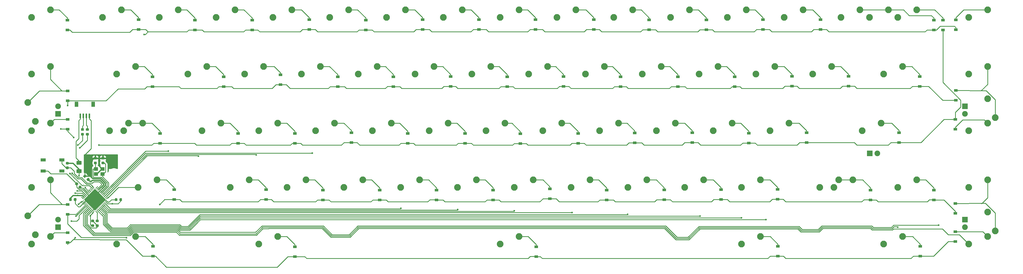
<source format=gbl>
G04 #@! TF.GenerationSoftware,KiCad,Pcbnew,(5.1.5)-3*
G04 #@! TF.CreationDate,2020-04-29T22:23:23+10:00*
G04 #@! TF.ProjectId,rei_pcb,7265695f-7063-4622-9e6b-696361645f70,rev?*
G04 #@! TF.SameCoordinates,Original*
G04 #@! TF.FileFunction,Copper,L2,Bot*
G04 #@! TF.FilePolarity,Positive*
%FSLAX46Y46*%
G04 Gerber Fmt 4.6, Leading zero omitted, Abs format (unit mm)*
G04 Created by KiCad (PCBNEW (5.1.5)-3) date 2020-04-29 22:23:23*
%MOMM*%
%LPD*%
G04 APERTURE LIST*
%ADD10C,2.250000*%
%ADD11C,0.100000*%
%ADD12R,1.200000X1.800000*%
%ADD13R,0.600000X1.550000*%
%ADD14R,1.905000X1.905000*%
%ADD15C,1.905000*%
%ADD16R,1.400000X1.200000*%
%ADD17R,1.800000X1.100000*%
%ADD18R,1.200000X0.900000*%
%ADD19C,0.600000*%
%ADD20C,0.381000*%
%ADD21C,0.254000*%
G04 APERTURE END LIST*
D10*
X71596250Y-93345000D03*
X65246250Y-95885000D03*
X66833750Y-74295000D03*
X60483750Y-76835000D03*
G04 #@! TA.AperFunction,SMDPad,CuDef*
D11*
G36*
X51839691Y-108301053D02*
G01*
X51860926Y-108304203D01*
X51881750Y-108309419D01*
X51901962Y-108316651D01*
X51921368Y-108325830D01*
X51939781Y-108336866D01*
X51957024Y-108349654D01*
X51972930Y-108364070D01*
X51987346Y-108379976D01*
X52000134Y-108397219D01*
X52011170Y-108415632D01*
X52020349Y-108435038D01*
X52027581Y-108455250D01*
X52032797Y-108476074D01*
X52035947Y-108497309D01*
X52037000Y-108518750D01*
X52037000Y-108956250D01*
X52035947Y-108977691D01*
X52032797Y-108998926D01*
X52027581Y-109019750D01*
X52020349Y-109039962D01*
X52011170Y-109059368D01*
X52000134Y-109077781D01*
X51987346Y-109095024D01*
X51972930Y-109110930D01*
X51957024Y-109125346D01*
X51939781Y-109138134D01*
X51921368Y-109149170D01*
X51901962Y-109158349D01*
X51881750Y-109165581D01*
X51860926Y-109170797D01*
X51839691Y-109173947D01*
X51818250Y-109175000D01*
X51305750Y-109175000D01*
X51284309Y-109173947D01*
X51263074Y-109170797D01*
X51242250Y-109165581D01*
X51222038Y-109158349D01*
X51202632Y-109149170D01*
X51184219Y-109138134D01*
X51166976Y-109125346D01*
X51151070Y-109110930D01*
X51136654Y-109095024D01*
X51123866Y-109077781D01*
X51112830Y-109059368D01*
X51103651Y-109039962D01*
X51096419Y-109019750D01*
X51091203Y-108998926D01*
X51088053Y-108977691D01*
X51087000Y-108956250D01*
X51087000Y-108518750D01*
X51088053Y-108497309D01*
X51091203Y-108476074D01*
X51096419Y-108455250D01*
X51103651Y-108435038D01*
X51112830Y-108415632D01*
X51123866Y-108397219D01*
X51136654Y-108379976D01*
X51151070Y-108364070D01*
X51166976Y-108349654D01*
X51184219Y-108336866D01*
X51202632Y-108325830D01*
X51222038Y-108316651D01*
X51242250Y-108309419D01*
X51263074Y-108304203D01*
X51284309Y-108301053D01*
X51305750Y-108300000D01*
X51818250Y-108300000D01*
X51839691Y-108301053D01*
G37*
G04 #@! TD.AperFunction*
G04 #@! TA.AperFunction,SMDPad,CuDef*
G36*
X51839691Y-106726053D02*
G01*
X51860926Y-106729203D01*
X51881750Y-106734419D01*
X51901962Y-106741651D01*
X51921368Y-106750830D01*
X51939781Y-106761866D01*
X51957024Y-106774654D01*
X51972930Y-106789070D01*
X51987346Y-106804976D01*
X52000134Y-106822219D01*
X52011170Y-106840632D01*
X52020349Y-106860038D01*
X52027581Y-106880250D01*
X52032797Y-106901074D01*
X52035947Y-106922309D01*
X52037000Y-106943750D01*
X52037000Y-107381250D01*
X52035947Y-107402691D01*
X52032797Y-107423926D01*
X52027581Y-107444750D01*
X52020349Y-107464962D01*
X52011170Y-107484368D01*
X52000134Y-107502781D01*
X51987346Y-107520024D01*
X51972930Y-107535930D01*
X51957024Y-107550346D01*
X51939781Y-107563134D01*
X51921368Y-107574170D01*
X51901962Y-107583349D01*
X51881750Y-107590581D01*
X51860926Y-107595797D01*
X51839691Y-107598947D01*
X51818250Y-107600000D01*
X51305750Y-107600000D01*
X51284309Y-107598947D01*
X51263074Y-107595797D01*
X51242250Y-107590581D01*
X51222038Y-107583349D01*
X51202632Y-107574170D01*
X51184219Y-107563134D01*
X51166976Y-107550346D01*
X51151070Y-107535930D01*
X51136654Y-107520024D01*
X51123866Y-107502781D01*
X51112830Y-107484368D01*
X51103651Y-107464962D01*
X51096419Y-107444750D01*
X51091203Y-107423926D01*
X51088053Y-107402691D01*
X51087000Y-107381250D01*
X51087000Y-106943750D01*
X51088053Y-106922309D01*
X51091203Y-106901074D01*
X51096419Y-106880250D01*
X51103651Y-106860038D01*
X51112830Y-106840632D01*
X51123866Y-106822219D01*
X51136654Y-106804976D01*
X51151070Y-106789070D01*
X51166976Y-106774654D01*
X51184219Y-106761866D01*
X51202632Y-106750830D01*
X51222038Y-106741651D01*
X51242250Y-106734419D01*
X51263074Y-106729203D01*
X51284309Y-106726053D01*
X51305750Y-106725000D01*
X51818250Y-106725000D01*
X51839691Y-106726053D01*
G37*
G04 #@! TD.AperFunction*
G04 #@! TA.AperFunction,SMDPad,CuDef*
G36*
X41806691Y-87295053D02*
G01*
X41827926Y-87298203D01*
X41848750Y-87303419D01*
X41868962Y-87310651D01*
X41888368Y-87319830D01*
X41906781Y-87330866D01*
X41924024Y-87343654D01*
X41939930Y-87358070D01*
X41954346Y-87373976D01*
X41967134Y-87391219D01*
X41978170Y-87409632D01*
X41987349Y-87429038D01*
X41994581Y-87449250D01*
X41999797Y-87470074D01*
X42002947Y-87491309D01*
X42004000Y-87512750D01*
X42004000Y-87950250D01*
X42002947Y-87971691D01*
X41999797Y-87992926D01*
X41994581Y-88013750D01*
X41987349Y-88033962D01*
X41978170Y-88053368D01*
X41967134Y-88071781D01*
X41954346Y-88089024D01*
X41939930Y-88104930D01*
X41924024Y-88119346D01*
X41906781Y-88132134D01*
X41888368Y-88143170D01*
X41868962Y-88152349D01*
X41848750Y-88159581D01*
X41827926Y-88164797D01*
X41806691Y-88167947D01*
X41785250Y-88169000D01*
X41272750Y-88169000D01*
X41251309Y-88167947D01*
X41230074Y-88164797D01*
X41209250Y-88159581D01*
X41189038Y-88152349D01*
X41169632Y-88143170D01*
X41151219Y-88132134D01*
X41133976Y-88119346D01*
X41118070Y-88104930D01*
X41103654Y-88089024D01*
X41090866Y-88071781D01*
X41079830Y-88053368D01*
X41070651Y-88033962D01*
X41063419Y-88013750D01*
X41058203Y-87992926D01*
X41055053Y-87971691D01*
X41054000Y-87950250D01*
X41054000Y-87512750D01*
X41055053Y-87491309D01*
X41058203Y-87470074D01*
X41063419Y-87449250D01*
X41070651Y-87429038D01*
X41079830Y-87409632D01*
X41090866Y-87391219D01*
X41103654Y-87373976D01*
X41118070Y-87358070D01*
X41133976Y-87343654D01*
X41151219Y-87330866D01*
X41169632Y-87319830D01*
X41189038Y-87310651D01*
X41209250Y-87303419D01*
X41230074Y-87298203D01*
X41251309Y-87295053D01*
X41272750Y-87294000D01*
X41785250Y-87294000D01*
X41806691Y-87295053D01*
G37*
G04 #@! TD.AperFunction*
G04 #@! TA.AperFunction,SMDPad,CuDef*
G36*
X41806691Y-88870053D02*
G01*
X41827926Y-88873203D01*
X41848750Y-88878419D01*
X41868962Y-88885651D01*
X41888368Y-88894830D01*
X41906781Y-88905866D01*
X41924024Y-88918654D01*
X41939930Y-88933070D01*
X41954346Y-88948976D01*
X41967134Y-88966219D01*
X41978170Y-88984632D01*
X41987349Y-89004038D01*
X41994581Y-89024250D01*
X41999797Y-89045074D01*
X42002947Y-89066309D01*
X42004000Y-89087750D01*
X42004000Y-89525250D01*
X42002947Y-89546691D01*
X41999797Y-89567926D01*
X41994581Y-89588750D01*
X41987349Y-89608962D01*
X41978170Y-89628368D01*
X41967134Y-89646781D01*
X41954346Y-89664024D01*
X41939930Y-89679930D01*
X41924024Y-89694346D01*
X41906781Y-89707134D01*
X41888368Y-89718170D01*
X41868962Y-89727349D01*
X41848750Y-89734581D01*
X41827926Y-89739797D01*
X41806691Y-89742947D01*
X41785250Y-89744000D01*
X41272750Y-89744000D01*
X41251309Y-89742947D01*
X41230074Y-89739797D01*
X41209250Y-89734581D01*
X41189038Y-89727349D01*
X41169632Y-89718170D01*
X41151219Y-89707134D01*
X41133976Y-89694346D01*
X41118070Y-89679930D01*
X41103654Y-89664024D01*
X41090866Y-89646781D01*
X41079830Y-89628368D01*
X41070651Y-89608962D01*
X41063419Y-89588750D01*
X41058203Y-89567926D01*
X41055053Y-89546691D01*
X41054000Y-89525250D01*
X41054000Y-89087750D01*
X41055053Y-89066309D01*
X41058203Y-89045074D01*
X41063419Y-89024250D01*
X41070651Y-89004038D01*
X41079830Y-88984632D01*
X41090866Y-88966219D01*
X41103654Y-88948976D01*
X41118070Y-88933070D01*
X41133976Y-88918654D01*
X41151219Y-88905866D01*
X41169632Y-88894830D01*
X41189038Y-88885651D01*
X41209250Y-88878419D01*
X41230074Y-88873203D01*
X41251309Y-88870053D01*
X41272750Y-88869000D01*
X41785250Y-88869000D01*
X41806691Y-88870053D01*
G37*
G04 #@! TD.AperFunction*
G04 #@! TA.AperFunction,SMDPad,CuDef*
G36*
X48537691Y-75992053D02*
G01*
X48558926Y-75995203D01*
X48579750Y-76000419D01*
X48599962Y-76007651D01*
X48619368Y-76016830D01*
X48637781Y-76027866D01*
X48655024Y-76040654D01*
X48670930Y-76055070D01*
X48685346Y-76070976D01*
X48698134Y-76088219D01*
X48709170Y-76106632D01*
X48718349Y-76126038D01*
X48725581Y-76146250D01*
X48730797Y-76167074D01*
X48733947Y-76188309D01*
X48735000Y-76209750D01*
X48735000Y-76647250D01*
X48733947Y-76668691D01*
X48730797Y-76689926D01*
X48725581Y-76710750D01*
X48718349Y-76730962D01*
X48709170Y-76750368D01*
X48698134Y-76768781D01*
X48685346Y-76786024D01*
X48670930Y-76801930D01*
X48655024Y-76816346D01*
X48637781Y-76829134D01*
X48619368Y-76840170D01*
X48599962Y-76849349D01*
X48579750Y-76856581D01*
X48558926Y-76861797D01*
X48537691Y-76864947D01*
X48516250Y-76866000D01*
X48003750Y-76866000D01*
X47982309Y-76864947D01*
X47961074Y-76861797D01*
X47940250Y-76856581D01*
X47920038Y-76849349D01*
X47900632Y-76840170D01*
X47882219Y-76829134D01*
X47864976Y-76816346D01*
X47849070Y-76801930D01*
X47834654Y-76786024D01*
X47821866Y-76768781D01*
X47810830Y-76750368D01*
X47801651Y-76730962D01*
X47794419Y-76710750D01*
X47789203Y-76689926D01*
X47786053Y-76668691D01*
X47785000Y-76647250D01*
X47785000Y-76209750D01*
X47786053Y-76188309D01*
X47789203Y-76167074D01*
X47794419Y-76146250D01*
X47801651Y-76126038D01*
X47810830Y-76106632D01*
X47821866Y-76088219D01*
X47834654Y-76070976D01*
X47849070Y-76055070D01*
X47864976Y-76040654D01*
X47882219Y-76027866D01*
X47900632Y-76016830D01*
X47920038Y-76007651D01*
X47940250Y-76000419D01*
X47961074Y-75995203D01*
X47982309Y-75992053D01*
X48003750Y-75991000D01*
X48516250Y-75991000D01*
X48537691Y-75992053D01*
G37*
G04 #@! TD.AperFunction*
G04 #@! TA.AperFunction,SMDPad,CuDef*
G36*
X48537691Y-77567053D02*
G01*
X48558926Y-77570203D01*
X48579750Y-77575419D01*
X48599962Y-77582651D01*
X48619368Y-77591830D01*
X48637781Y-77602866D01*
X48655024Y-77615654D01*
X48670930Y-77630070D01*
X48685346Y-77645976D01*
X48698134Y-77663219D01*
X48709170Y-77681632D01*
X48718349Y-77701038D01*
X48725581Y-77721250D01*
X48730797Y-77742074D01*
X48733947Y-77763309D01*
X48735000Y-77784750D01*
X48735000Y-78222250D01*
X48733947Y-78243691D01*
X48730797Y-78264926D01*
X48725581Y-78285750D01*
X48718349Y-78305962D01*
X48709170Y-78325368D01*
X48698134Y-78343781D01*
X48685346Y-78361024D01*
X48670930Y-78376930D01*
X48655024Y-78391346D01*
X48637781Y-78404134D01*
X48619368Y-78415170D01*
X48599962Y-78424349D01*
X48579750Y-78431581D01*
X48558926Y-78436797D01*
X48537691Y-78439947D01*
X48516250Y-78441000D01*
X48003750Y-78441000D01*
X47982309Y-78439947D01*
X47961074Y-78436797D01*
X47940250Y-78431581D01*
X47920038Y-78424349D01*
X47900632Y-78415170D01*
X47882219Y-78404134D01*
X47864976Y-78391346D01*
X47849070Y-78376930D01*
X47834654Y-78361024D01*
X47821866Y-78343781D01*
X47810830Y-78325368D01*
X47801651Y-78305962D01*
X47794419Y-78285750D01*
X47789203Y-78264926D01*
X47786053Y-78243691D01*
X47785000Y-78222250D01*
X47785000Y-77784750D01*
X47786053Y-77763309D01*
X47789203Y-77742074D01*
X47794419Y-77721250D01*
X47801651Y-77701038D01*
X47810830Y-77681632D01*
X47821866Y-77663219D01*
X47834654Y-77645976D01*
X47849070Y-77630070D01*
X47864976Y-77615654D01*
X47882219Y-77602866D01*
X47900632Y-77591830D01*
X47920038Y-77582651D01*
X47940250Y-77575419D01*
X47961074Y-77570203D01*
X47982309Y-77567053D01*
X48003750Y-77566000D01*
X48516250Y-77566000D01*
X48537691Y-77567053D01*
G37*
G04 #@! TD.AperFunction*
G04 #@! TA.AperFunction,SMDPad,CuDef*
G36*
X46886691Y-75992053D02*
G01*
X46907926Y-75995203D01*
X46928750Y-76000419D01*
X46948962Y-76007651D01*
X46968368Y-76016830D01*
X46986781Y-76027866D01*
X47004024Y-76040654D01*
X47019930Y-76055070D01*
X47034346Y-76070976D01*
X47047134Y-76088219D01*
X47058170Y-76106632D01*
X47067349Y-76126038D01*
X47074581Y-76146250D01*
X47079797Y-76167074D01*
X47082947Y-76188309D01*
X47084000Y-76209750D01*
X47084000Y-76647250D01*
X47082947Y-76668691D01*
X47079797Y-76689926D01*
X47074581Y-76710750D01*
X47067349Y-76730962D01*
X47058170Y-76750368D01*
X47047134Y-76768781D01*
X47034346Y-76786024D01*
X47019930Y-76801930D01*
X47004024Y-76816346D01*
X46986781Y-76829134D01*
X46968368Y-76840170D01*
X46948962Y-76849349D01*
X46928750Y-76856581D01*
X46907926Y-76861797D01*
X46886691Y-76864947D01*
X46865250Y-76866000D01*
X46352750Y-76866000D01*
X46331309Y-76864947D01*
X46310074Y-76861797D01*
X46289250Y-76856581D01*
X46269038Y-76849349D01*
X46249632Y-76840170D01*
X46231219Y-76829134D01*
X46213976Y-76816346D01*
X46198070Y-76801930D01*
X46183654Y-76786024D01*
X46170866Y-76768781D01*
X46159830Y-76750368D01*
X46150651Y-76730962D01*
X46143419Y-76710750D01*
X46138203Y-76689926D01*
X46135053Y-76668691D01*
X46134000Y-76647250D01*
X46134000Y-76209750D01*
X46135053Y-76188309D01*
X46138203Y-76167074D01*
X46143419Y-76146250D01*
X46150651Y-76126038D01*
X46159830Y-76106632D01*
X46170866Y-76088219D01*
X46183654Y-76070976D01*
X46198070Y-76055070D01*
X46213976Y-76040654D01*
X46231219Y-76027866D01*
X46249632Y-76016830D01*
X46269038Y-76007651D01*
X46289250Y-76000419D01*
X46310074Y-75995203D01*
X46331309Y-75992053D01*
X46352750Y-75991000D01*
X46865250Y-75991000D01*
X46886691Y-75992053D01*
G37*
G04 #@! TD.AperFunction*
G04 #@! TA.AperFunction,SMDPad,CuDef*
G36*
X46886691Y-77567053D02*
G01*
X46907926Y-77570203D01*
X46928750Y-77575419D01*
X46948962Y-77582651D01*
X46968368Y-77591830D01*
X46986781Y-77602866D01*
X47004024Y-77615654D01*
X47019930Y-77630070D01*
X47034346Y-77645976D01*
X47047134Y-77663219D01*
X47058170Y-77681632D01*
X47067349Y-77701038D01*
X47074581Y-77721250D01*
X47079797Y-77742074D01*
X47082947Y-77763309D01*
X47084000Y-77784750D01*
X47084000Y-78222250D01*
X47082947Y-78243691D01*
X47079797Y-78264926D01*
X47074581Y-78285750D01*
X47067349Y-78305962D01*
X47058170Y-78325368D01*
X47047134Y-78343781D01*
X47034346Y-78361024D01*
X47019930Y-78376930D01*
X47004024Y-78391346D01*
X46986781Y-78404134D01*
X46968368Y-78415170D01*
X46948962Y-78424349D01*
X46928750Y-78431581D01*
X46907926Y-78436797D01*
X46886691Y-78439947D01*
X46865250Y-78441000D01*
X46352750Y-78441000D01*
X46331309Y-78439947D01*
X46310074Y-78436797D01*
X46289250Y-78431581D01*
X46269038Y-78424349D01*
X46249632Y-78415170D01*
X46231219Y-78404134D01*
X46213976Y-78391346D01*
X46198070Y-78376930D01*
X46183654Y-78361024D01*
X46170866Y-78343781D01*
X46159830Y-78325368D01*
X46150651Y-78305962D01*
X46143419Y-78285750D01*
X46138203Y-78264926D01*
X46135053Y-78243691D01*
X46134000Y-78222250D01*
X46134000Y-77784750D01*
X46135053Y-77763309D01*
X46138203Y-77742074D01*
X46143419Y-77721250D01*
X46150651Y-77701038D01*
X46159830Y-77681632D01*
X46170866Y-77663219D01*
X46183654Y-77645976D01*
X46198070Y-77630070D01*
X46213976Y-77615654D01*
X46231219Y-77602866D01*
X46249632Y-77591830D01*
X46269038Y-77582651D01*
X46289250Y-77575419D01*
X46310074Y-77570203D01*
X46331309Y-77567053D01*
X46352750Y-77566000D01*
X46865250Y-77566000D01*
X46886691Y-77567053D01*
G37*
G04 #@! TD.AperFunction*
G04 #@! TA.AperFunction,SMDPad,CuDef*
G36*
X44398191Y-99475053D02*
G01*
X44419426Y-99478203D01*
X44440250Y-99483419D01*
X44460462Y-99490651D01*
X44479868Y-99499830D01*
X44498281Y-99510866D01*
X44515524Y-99523654D01*
X44531430Y-99538070D01*
X44545846Y-99553976D01*
X44558634Y-99571219D01*
X44569670Y-99589632D01*
X44578849Y-99609038D01*
X44586081Y-99629250D01*
X44591297Y-99650074D01*
X44594447Y-99671309D01*
X44595500Y-99692750D01*
X44595500Y-100205250D01*
X44594447Y-100226691D01*
X44591297Y-100247926D01*
X44586081Y-100268750D01*
X44578849Y-100288962D01*
X44569670Y-100308368D01*
X44558634Y-100326781D01*
X44545846Y-100344024D01*
X44531430Y-100359930D01*
X44515524Y-100374346D01*
X44498281Y-100387134D01*
X44479868Y-100398170D01*
X44460462Y-100407349D01*
X44440250Y-100414581D01*
X44419426Y-100419797D01*
X44398191Y-100422947D01*
X44376750Y-100424000D01*
X43939250Y-100424000D01*
X43917809Y-100422947D01*
X43896574Y-100419797D01*
X43875750Y-100414581D01*
X43855538Y-100407349D01*
X43836132Y-100398170D01*
X43817719Y-100387134D01*
X43800476Y-100374346D01*
X43784570Y-100359930D01*
X43770154Y-100344024D01*
X43757366Y-100326781D01*
X43746330Y-100308368D01*
X43737151Y-100288962D01*
X43729919Y-100268750D01*
X43724703Y-100247926D01*
X43721553Y-100226691D01*
X43720500Y-100205250D01*
X43720500Y-99692750D01*
X43721553Y-99671309D01*
X43724703Y-99650074D01*
X43729919Y-99629250D01*
X43737151Y-99609038D01*
X43746330Y-99589632D01*
X43757366Y-99571219D01*
X43770154Y-99553976D01*
X43784570Y-99538070D01*
X43800476Y-99523654D01*
X43817719Y-99510866D01*
X43836132Y-99499830D01*
X43855538Y-99490651D01*
X43875750Y-99483419D01*
X43896574Y-99478203D01*
X43917809Y-99475053D01*
X43939250Y-99474000D01*
X44376750Y-99474000D01*
X44398191Y-99475053D01*
G37*
G04 #@! TD.AperFunction*
G04 #@! TA.AperFunction,SMDPad,CuDef*
G36*
X42823191Y-99475053D02*
G01*
X42844426Y-99478203D01*
X42865250Y-99483419D01*
X42885462Y-99490651D01*
X42904868Y-99499830D01*
X42923281Y-99510866D01*
X42940524Y-99523654D01*
X42956430Y-99538070D01*
X42970846Y-99553976D01*
X42983634Y-99571219D01*
X42994670Y-99589632D01*
X43003849Y-99609038D01*
X43011081Y-99629250D01*
X43016297Y-99650074D01*
X43019447Y-99671309D01*
X43020500Y-99692750D01*
X43020500Y-100205250D01*
X43019447Y-100226691D01*
X43016297Y-100247926D01*
X43011081Y-100268750D01*
X43003849Y-100288962D01*
X42994670Y-100308368D01*
X42983634Y-100326781D01*
X42970846Y-100344024D01*
X42956430Y-100359930D01*
X42940524Y-100374346D01*
X42923281Y-100387134D01*
X42904868Y-100398170D01*
X42885462Y-100407349D01*
X42865250Y-100414581D01*
X42844426Y-100419797D01*
X42823191Y-100422947D01*
X42801750Y-100424000D01*
X42364250Y-100424000D01*
X42342809Y-100422947D01*
X42321574Y-100419797D01*
X42300750Y-100414581D01*
X42280538Y-100407349D01*
X42261132Y-100398170D01*
X42242719Y-100387134D01*
X42225476Y-100374346D01*
X42209570Y-100359930D01*
X42195154Y-100344024D01*
X42182366Y-100326781D01*
X42171330Y-100308368D01*
X42162151Y-100288962D01*
X42154919Y-100268750D01*
X42149703Y-100247926D01*
X42146553Y-100226691D01*
X42145500Y-100205250D01*
X42145500Y-99692750D01*
X42146553Y-99671309D01*
X42149703Y-99650074D01*
X42154919Y-99629250D01*
X42162151Y-99609038D01*
X42171330Y-99589632D01*
X42182366Y-99571219D01*
X42195154Y-99553976D01*
X42209570Y-99538070D01*
X42225476Y-99523654D01*
X42242719Y-99510866D01*
X42261132Y-99499830D01*
X42280538Y-99490651D01*
X42300750Y-99483419D01*
X42321574Y-99478203D01*
X42342809Y-99475053D01*
X42364250Y-99474000D01*
X42801750Y-99474000D01*
X42823191Y-99475053D01*
G37*
G04 #@! TD.AperFunction*
G04 #@! TA.AperFunction,SMDPad,CuDef*
G36*
X51204691Y-87219053D02*
G01*
X51225926Y-87222203D01*
X51246750Y-87227419D01*
X51266962Y-87234651D01*
X51286368Y-87243830D01*
X51304781Y-87254866D01*
X51322024Y-87267654D01*
X51337930Y-87282070D01*
X51352346Y-87297976D01*
X51365134Y-87315219D01*
X51376170Y-87333632D01*
X51385349Y-87353038D01*
X51392581Y-87373250D01*
X51397797Y-87394074D01*
X51400947Y-87415309D01*
X51402000Y-87436750D01*
X51402000Y-87874250D01*
X51400947Y-87895691D01*
X51397797Y-87916926D01*
X51392581Y-87937750D01*
X51385349Y-87957962D01*
X51376170Y-87977368D01*
X51365134Y-87995781D01*
X51352346Y-88013024D01*
X51337930Y-88028930D01*
X51322024Y-88043346D01*
X51304781Y-88056134D01*
X51286368Y-88067170D01*
X51266962Y-88076349D01*
X51246750Y-88083581D01*
X51225926Y-88088797D01*
X51204691Y-88091947D01*
X51183250Y-88093000D01*
X50670750Y-88093000D01*
X50649309Y-88091947D01*
X50628074Y-88088797D01*
X50607250Y-88083581D01*
X50587038Y-88076349D01*
X50567632Y-88067170D01*
X50549219Y-88056134D01*
X50531976Y-88043346D01*
X50516070Y-88028930D01*
X50501654Y-88013024D01*
X50488866Y-87995781D01*
X50477830Y-87977368D01*
X50468651Y-87957962D01*
X50461419Y-87937750D01*
X50456203Y-87916926D01*
X50453053Y-87895691D01*
X50452000Y-87874250D01*
X50452000Y-87436750D01*
X50453053Y-87415309D01*
X50456203Y-87394074D01*
X50461419Y-87373250D01*
X50468651Y-87353038D01*
X50477830Y-87333632D01*
X50488866Y-87315219D01*
X50501654Y-87297976D01*
X50516070Y-87282070D01*
X50531976Y-87267654D01*
X50549219Y-87254866D01*
X50567632Y-87243830D01*
X50587038Y-87234651D01*
X50607250Y-87227419D01*
X50628074Y-87222203D01*
X50649309Y-87219053D01*
X50670750Y-87218000D01*
X51183250Y-87218000D01*
X51204691Y-87219053D01*
G37*
G04 #@! TD.AperFunction*
G04 #@! TA.AperFunction,SMDPad,CuDef*
G36*
X51204691Y-85644053D02*
G01*
X51225926Y-85647203D01*
X51246750Y-85652419D01*
X51266962Y-85659651D01*
X51286368Y-85668830D01*
X51304781Y-85679866D01*
X51322024Y-85692654D01*
X51337930Y-85707070D01*
X51352346Y-85722976D01*
X51365134Y-85740219D01*
X51376170Y-85758632D01*
X51385349Y-85778038D01*
X51392581Y-85798250D01*
X51397797Y-85819074D01*
X51400947Y-85840309D01*
X51402000Y-85861750D01*
X51402000Y-86299250D01*
X51400947Y-86320691D01*
X51397797Y-86341926D01*
X51392581Y-86362750D01*
X51385349Y-86382962D01*
X51376170Y-86402368D01*
X51365134Y-86420781D01*
X51352346Y-86438024D01*
X51337930Y-86453930D01*
X51322024Y-86468346D01*
X51304781Y-86481134D01*
X51286368Y-86492170D01*
X51266962Y-86501349D01*
X51246750Y-86508581D01*
X51225926Y-86513797D01*
X51204691Y-86516947D01*
X51183250Y-86518000D01*
X50670750Y-86518000D01*
X50649309Y-86516947D01*
X50628074Y-86513797D01*
X50607250Y-86508581D01*
X50587038Y-86501349D01*
X50567632Y-86492170D01*
X50549219Y-86481134D01*
X50531976Y-86468346D01*
X50516070Y-86453930D01*
X50501654Y-86438024D01*
X50488866Y-86420781D01*
X50477830Y-86402368D01*
X50468651Y-86382962D01*
X50461419Y-86362750D01*
X50456203Y-86341926D01*
X50453053Y-86320691D01*
X50452000Y-86299250D01*
X50452000Y-85861750D01*
X50453053Y-85840309D01*
X50456203Y-85819074D01*
X50461419Y-85798250D01*
X50468651Y-85778038D01*
X50477830Y-85758632D01*
X50488866Y-85740219D01*
X50501654Y-85722976D01*
X50516070Y-85707070D01*
X50531976Y-85692654D01*
X50549219Y-85679866D01*
X50567632Y-85668830D01*
X50587038Y-85659651D01*
X50607250Y-85652419D01*
X50628074Y-85647203D01*
X50649309Y-85644053D01*
X50670750Y-85643000D01*
X51183250Y-85643000D01*
X51204691Y-85644053D01*
G37*
G04 #@! TD.AperFunction*
G04 #@! TA.AperFunction,SMDPad,CuDef*
G36*
X53744691Y-87219053D02*
G01*
X53765926Y-87222203D01*
X53786750Y-87227419D01*
X53806962Y-87234651D01*
X53826368Y-87243830D01*
X53844781Y-87254866D01*
X53862024Y-87267654D01*
X53877930Y-87282070D01*
X53892346Y-87297976D01*
X53905134Y-87315219D01*
X53916170Y-87333632D01*
X53925349Y-87353038D01*
X53932581Y-87373250D01*
X53937797Y-87394074D01*
X53940947Y-87415309D01*
X53942000Y-87436750D01*
X53942000Y-87874250D01*
X53940947Y-87895691D01*
X53937797Y-87916926D01*
X53932581Y-87937750D01*
X53925349Y-87957962D01*
X53916170Y-87977368D01*
X53905134Y-87995781D01*
X53892346Y-88013024D01*
X53877930Y-88028930D01*
X53862024Y-88043346D01*
X53844781Y-88056134D01*
X53826368Y-88067170D01*
X53806962Y-88076349D01*
X53786750Y-88083581D01*
X53765926Y-88088797D01*
X53744691Y-88091947D01*
X53723250Y-88093000D01*
X53210750Y-88093000D01*
X53189309Y-88091947D01*
X53168074Y-88088797D01*
X53147250Y-88083581D01*
X53127038Y-88076349D01*
X53107632Y-88067170D01*
X53089219Y-88056134D01*
X53071976Y-88043346D01*
X53056070Y-88028930D01*
X53041654Y-88013024D01*
X53028866Y-87995781D01*
X53017830Y-87977368D01*
X53008651Y-87957962D01*
X53001419Y-87937750D01*
X52996203Y-87916926D01*
X52993053Y-87895691D01*
X52992000Y-87874250D01*
X52992000Y-87436750D01*
X52993053Y-87415309D01*
X52996203Y-87394074D01*
X53001419Y-87373250D01*
X53008651Y-87353038D01*
X53017830Y-87333632D01*
X53028866Y-87315219D01*
X53041654Y-87297976D01*
X53056070Y-87282070D01*
X53071976Y-87267654D01*
X53089219Y-87254866D01*
X53107632Y-87243830D01*
X53127038Y-87234651D01*
X53147250Y-87227419D01*
X53168074Y-87222203D01*
X53189309Y-87219053D01*
X53210750Y-87218000D01*
X53723250Y-87218000D01*
X53744691Y-87219053D01*
G37*
G04 #@! TD.AperFunction*
G04 #@! TA.AperFunction,SMDPad,CuDef*
G36*
X53744691Y-85644053D02*
G01*
X53765926Y-85647203D01*
X53786750Y-85652419D01*
X53806962Y-85659651D01*
X53826368Y-85668830D01*
X53844781Y-85679866D01*
X53862024Y-85692654D01*
X53877930Y-85707070D01*
X53892346Y-85722976D01*
X53905134Y-85740219D01*
X53916170Y-85758632D01*
X53925349Y-85778038D01*
X53932581Y-85798250D01*
X53937797Y-85819074D01*
X53940947Y-85840309D01*
X53942000Y-85861750D01*
X53942000Y-86299250D01*
X53940947Y-86320691D01*
X53937797Y-86341926D01*
X53932581Y-86362750D01*
X53925349Y-86382962D01*
X53916170Y-86402368D01*
X53905134Y-86420781D01*
X53892346Y-86438024D01*
X53877930Y-86453930D01*
X53862024Y-86468346D01*
X53844781Y-86481134D01*
X53826368Y-86492170D01*
X53806962Y-86501349D01*
X53786750Y-86508581D01*
X53765926Y-86513797D01*
X53744691Y-86516947D01*
X53723250Y-86518000D01*
X53210750Y-86518000D01*
X53189309Y-86516947D01*
X53168074Y-86513797D01*
X53147250Y-86508581D01*
X53127038Y-86501349D01*
X53107632Y-86492170D01*
X53089219Y-86481134D01*
X53071976Y-86468346D01*
X53056070Y-86453930D01*
X53041654Y-86438024D01*
X53028866Y-86420781D01*
X53017830Y-86402368D01*
X53008651Y-86382962D01*
X53001419Y-86362750D01*
X52996203Y-86341926D01*
X52993053Y-86320691D01*
X52992000Y-86299250D01*
X52992000Y-85861750D01*
X52993053Y-85840309D01*
X52996203Y-85819074D01*
X53001419Y-85798250D01*
X53008651Y-85778038D01*
X53017830Y-85758632D01*
X53028866Y-85740219D01*
X53041654Y-85722976D01*
X53056070Y-85707070D01*
X53071976Y-85692654D01*
X53089219Y-85679866D01*
X53107632Y-85668830D01*
X53127038Y-85659651D01*
X53147250Y-85652419D01*
X53168074Y-85647203D01*
X53189309Y-85644053D01*
X53210750Y-85643000D01*
X53723250Y-85643000D01*
X53744691Y-85644053D01*
G37*
G04 #@! TD.AperFunction*
G04 #@! TA.AperFunction,SMDPad,CuDef*
G36*
X45848555Y-95253274D02*
G01*
X45869790Y-95256424D01*
X45890614Y-95261640D01*
X45910826Y-95268872D01*
X45930232Y-95278051D01*
X45948645Y-95289087D01*
X45965888Y-95301875D01*
X45981794Y-95316291D01*
X46291153Y-95625650D01*
X46305569Y-95641556D01*
X46318357Y-95658799D01*
X46329393Y-95677212D01*
X46338572Y-95696618D01*
X46345804Y-95716830D01*
X46351020Y-95737654D01*
X46354170Y-95758889D01*
X46355223Y-95780330D01*
X46354170Y-95801771D01*
X46351020Y-95823006D01*
X46345804Y-95843830D01*
X46338572Y-95864042D01*
X46329393Y-95883448D01*
X46318357Y-95901861D01*
X46305569Y-95919104D01*
X46291153Y-95935010D01*
X45928760Y-96297403D01*
X45912854Y-96311819D01*
X45895611Y-96324607D01*
X45877198Y-96335643D01*
X45857792Y-96344822D01*
X45837580Y-96352054D01*
X45816756Y-96357270D01*
X45795521Y-96360420D01*
X45774080Y-96361473D01*
X45752639Y-96360420D01*
X45731404Y-96357270D01*
X45710580Y-96352054D01*
X45690368Y-96344822D01*
X45670962Y-96335643D01*
X45652549Y-96324607D01*
X45635306Y-96311819D01*
X45619400Y-96297403D01*
X45310041Y-95988044D01*
X45295625Y-95972138D01*
X45282837Y-95954895D01*
X45271801Y-95936482D01*
X45262622Y-95917076D01*
X45255390Y-95896864D01*
X45250174Y-95876040D01*
X45247024Y-95854805D01*
X45245971Y-95833364D01*
X45247024Y-95811923D01*
X45250174Y-95790688D01*
X45255390Y-95769864D01*
X45262622Y-95749652D01*
X45271801Y-95730246D01*
X45282837Y-95711833D01*
X45295625Y-95694590D01*
X45310041Y-95678684D01*
X45672434Y-95316291D01*
X45688340Y-95301875D01*
X45705583Y-95289087D01*
X45723996Y-95278051D01*
X45743402Y-95268872D01*
X45763614Y-95261640D01*
X45784438Y-95256424D01*
X45805673Y-95253274D01*
X45827114Y-95252221D01*
X45848555Y-95253274D01*
G37*
G04 #@! TD.AperFunction*
G04 #@! TA.AperFunction,SMDPad,CuDef*
G36*
X44734861Y-94139580D02*
G01*
X44756096Y-94142730D01*
X44776920Y-94147946D01*
X44797132Y-94155178D01*
X44816538Y-94164357D01*
X44834951Y-94175393D01*
X44852194Y-94188181D01*
X44868100Y-94202597D01*
X45177459Y-94511956D01*
X45191875Y-94527862D01*
X45204663Y-94545105D01*
X45215699Y-94563518D01*
X45224878Y-94582924D01*
X45232110Y-94603136D01*
X45237326Y-94623960D01*
X45240476Y-94645195D01*
X45241529Y-94666636D01*
X45240476Y-94688077D01*
X45237326Y-94709312D01*
X45232110Y-94730136D01*
X45224878Y-94750348D01*
X45215699Y-94769754D01*
X45204663Y-94788167D01*
X45191875Y-94805410D01*
X45177459Y-94821316D01*
X44815066Y-95183709D01*
X44799160Y-95198125D01*
X44781917Y-95210913D01*
X44763504Y-95221949D01*
X44744098Y-95231128D01*
X44723886Y-95238360D01*
X44703062Y-95243576D01*
X44681827Y-95246726D01*
X44660386Y-95247779D01*
X44638945Y-95246726D01*
X44617710Y-95243576D01*
X44596886Y-95238360D01*
X44576674Y-95231128D01*
X44557268Y-95221949D01*
X44538855Y-95210913D01*
X44521612Y-95198125D01*
X44505706Y-95183709D01*
X44196347Y-94874350D01*
X44181931Y-94858444D01*
X44169143Y-94841201D01*
X44158107Y-94822788D01*
X44148928Y-94803382D01*
X44141696Y-94783170D01*
X44136480Y-94762346D01*
X44133330Y-94741111D01*
X44132277Y-94719670D01*
X44133330Y-94698229D01*
X44136480Y-94676994D01*
X44141696Y-94656170D01*
X44148928Y-94635958D01*
X44158107Y-94616552D01*
X44169143Y-94598139D01*
X44181931Y-94580896D01*
X44196347Y-94564990D01*
X44558740Y-94202597D01*
X44574646Y-94188181D01*
X44591889Y-94175393D01*
X44610302Y-94164357D01*
X44629708Y-94155178D01*
X44649920Y-94147946D01*
X44670744Y-94142730D01*
X44691979Y-94139580D01*
X44713420Y-94138527D01*
X44734861Y-94139580D01*
G37*
G04 #@! TD.AperFunction*
G04 #@! TA.AperFunction,SMDPad,CuDef*
G36*
X50315691Y-106726053D02*
G01*
X50336926Y-106729203D01*
X50357750Y-106734419D01*
X50377962Y-106741651D01*
X50397368Y-106750830D01*
X50415781Y-106761866D01*
X50433024Y-106774654D01*
X50448930Y-106789070D01*
X50463346Y-106804976D01*
X50476134Y-106822219D01*
X50487170Y-106840632D01*
X50496349Y-106860038D01*
X50503581Y-106880250D01*
X50508797Y-106901074D01*
X50511947Y-106922309D01*
X50513000Y-106943750D01*
X50513000Y-107381250D01*
X50511947Y-107402691D01*
X50508797Y-107423926D01*
X50503581Y-107444750D01*
X50496349Y-107464962D01*
X50487170Y-107484368D01*
X50476134Y-107502781D01*
X50463346Y-107520024D01*
X50448930Y-107535930D01*
X50433024Y-107550346D01*
X50415781Y-107563134D01*
X50397368Y-107574170D01*
X50377962Y-107583349D01*
X50357750Y-107590581D01*
X50336926Y-107595797D01*
X50315691Y-107598947D01*
X50294250Y-107600000D01*
X49781750Y-107600000D01*
X49760309Y-107598947D01*
X49739074Y-107595797D01*
X49718250Y-107590581D01*
X49698038Y-107583349D01*
X49678632Y-107574170D01*
X49660219Y-107563134D01*
X49642976Y-107550346D01*
X49627070Y-107535930D01*
X49612654Y-107520024D01*
X49599866Y-107502781D01*
X49588830Y-107484368D01*
X49579651Y-107464962D01*
X49572419Y-107444750D01*
X49567203Y-107423926D01*
X49564053Y-107402691D01*
X49563000Y-107381250D01*
X49563000Y-106943750D01*
X49564053Y-106922309D01*
X49567203Y-106901074D01*
X49572419Y-106880250D01*
X49579651Y-106860038D01*
X49588830Y-106840632D01*
X49599866Y-106822219D01*
X49612654Y-106804976D01*
X49627070Y-106789070D01*
X49642976Y-106774654D01*
X49660219Y-106761866D01*
X49678632Y-106750830D01*
X49698038Y-106741651D01*
X49718250Y-106734419D01*
X49739074Y-106729203D01*
X49760309Y-106726053D01*
X49781750Y-106725000D01*
X50294250Y-106725000D01*
X50315691Y-106726053D01*
G37*
G04 #@! TD.AperFunction*
G04 #@! TA.AperFunction,SMDPad,CuDef*
G36*
X50315691Y-108301053D02*
G01*
X50336926Y-108304203D01*
X50357750Y-108309419D01*
X50377962Y-108316651D01*
X50397368Y-108325830D01*
X50415781Y-108336866D01*
X50433024Y-108349654D01*
X50448930Y-108364070D01*
X50463346Y-108379976D01*
X50476134Y-108397219D01*
X50487170Y-108415632D01*
X50496349Y-108435038D01*
X50503581Y-108455250D01*
X50508797Y-108476074D01*
X50511947Y-108497309D01*
X50513000Y-108518750D01*
X50513000Y-108956250D01*
X50511947Y-108977691D01*
X50508797Y-108998926D01*
X50503581Y-109019750D01*
X50496349Y-109039962D01*
X50487170Y-109059368D01*
X50476134Y-109077781D01*
X50463346Y-109095024D01*
X50448930Y-109110930D01*
X50433024Y-109125346D01*
X50415781Y-109138134D01*
X50397368Y-109149170D01*
X50377962Y-109158349D01*
X50357750Y-109165581D01*
X50336926Y-109170797D01*
X50315691Y-109173947D01*
X50294250Y-109175000D01*
X49781750Y-109175000D01*
X49760309Y-109173947D01*
X49739074Y-109170797D01*
X49718250Y-109165581D01*
X49698038Y-109158349D01*
X49678632Y-109149170D01*
X49660219Y-109138134D01*
X49642976Y-109125346D01*
X49627070Y-109110930D01*
X49612654Y-109095024D01*
X49599866Y-109077781D01*
X49588830Y-109059368D01*
X49579651Y-109039962D01*
X49572419Y-109019750D01*
X49567203Y-108998926D01*
X49564053Y-108977691D01*
X49563000Y-108956250D01*
X49563000Y-108518750D01*
X49564053Y-108497309D01*
X49567203Y-108476074D01*
X49572419Y-108455250D01*
X49579651Y-108435038D01*
X49588830Y-108415632D01*
X49599866Y-108397219D01*
X49612654Y-108379976D01*
X49627070Y-108364070D01*
X49642976Y-108349654D01*
X49660219Y-108336866D01*
X49678632Y-108325830D01*
X49698038Y-108316651D01*
X49718250Y-108309419D01*
X49739074Y-108304203D01*
X49760309Y-108301053D01*
X49781750Y-108300000D01*
X50294250Y-108300000D01*
X50315691Y-108301053D01*
G37*
G04 #@! TD.AperFunction*
G04 #@! TA.AperFunction,SMDPad,CuDef*
G36*
X58126691Y-99538553D02*
G01*
X58147926Y-99541703D01*
X58168750Y-99546919D01*
X58188962Y-99554151D01*
X58208368Y-99563330D01*
X58226781Y-99574366D01*
X58244024Y-99587154D01*
X58259930Y-99601570D01*
X58274346Y-99617476D01*
X58287134Y-99634719D01*
X58298170Y-99653132D01*
X58307349Y-99672538D01*
X58314581Y-99692750D01*
X58319797Y-99713574D01*
X58322947Y-99734809D01*
X58324000Y-99756250D01*
X58324000Y-100268750D01*
X58322947Y-100290191D01*
X58319797Y-100311426D01*
X58314581Y-100332250D01*
X58307349Y-100352462D01*
X58298170Y-100371868D01*
X58287134Y-100390281D01*
X58274346Y-100407524D01*
X58259930Y-100423430D01*
X58244024Y-100437846D01*
X58226781Y-100450634D01*
X58208368Y-100461670D01*
X58188962Y-100470849D01*
X58168750Y-100478081D01*
X58147926Y-100483297D01*
X58126691Y-100486447D01*
X58105250Y-100487500D01*
X57667750Y-100487500D01*
X57646309Y-100486447D01*
X57625074Y-100483297D01*
X57604250Y-100478081D01*
X57584038Y-100470849D01*
X57564632Y-100461670D01*
X57546219Y-100450634D01*
X57528976Y-100437846D01*
X57513070Y-100423430D01*
X57498654Y-100407524D01*
X57485866Y-100390281D01*
X57474830Y-100371868D01*
X57465651Y-100352462D01*
X57458419Y-100332250D01*
X57453203Y-100311426D01*
X57450053Y-100290191D01*
X57449000Y-100268750D01*
X57449000Y-99756250D01*
X57450053Y-99734809D01*
X57453203Y-99713574D01*
X57458419Y-99692750D01*
X57465651Y-99672538D01*
X57474830Y-99653132D01*
X57485866Y-99634719D01*
X57498654Y-99617476D01*
X57513070Y-99601570D01*
X57528976Y-99587154D01*
X57546219Y-99574366D01*
X57564632Y-99563330D01*
X57584038Y-99554151D01*
X57604250Y-99546919D01*
X57625074Y-99541703D01*
X57646309Y-99538553D01*
X57667750Y-99537500D01*
X58105250Y-99537500D01*
X58126691Y-99538553D01*
G37*
G04 #@! TD.AperFunction*
G04 #@! TA.AperFunction,SMDPad,CuDef*
G36*
X59701691Y-99538553D02*
G01*
X59722926Y-99541703D01*
X59743750Y-99546919D01*
X59763962Y-99554151D01*
X59783368Y-99563330D01*
X59801781Y-99574366D01*
X59819024Y-99587154D01*
X59834930Y-99601570D01*
X59849346Y-99617476D01*
X59862134Y-99634719D01*
X59873170Y-99653132D01*
X59882349Y-99672538D01*
X59889581Y-99692750D01*
X59894797Y-99713574D01*
X59897947Y-99734809D01*
X59899000Y-99756250D01*
X59899000Y-100268750D01*
X59897947Y-100290191D01*
X59894797Y-100311426D01*
X59889581Y-100332250D01*
X59882349Y-100352462D01*
X59873170Y-100371868D01*
X59862134Y-100390281D01*
X59849346Y-100407524D01*
X59834930Y-100423430D01*
X59819024Y-100437846D01*
X59801781Y-100450634D01*
X59783368Y-100461670D01*
X59763962Y-100470849D01*
X59743750Y-100478081D01*
X59722926Y-100483297D01*
X59701691Y-100486447D01*
X59680250Y-100487500D01*
X59242750Y-100487500D01*
X59221309Y-100486447D01*
X59200074Y-100483297D01*
X59179250Y-100478081D01*
X59159038Y-100470849D01*
X59139632Y-100461670D01*
X59121219Y-100450634D01*
X59103976Y-100437846D01*
X59088070Y-100423430D01*
X59073654Y-100407524D01*
X59060866Y-100390281D01*
X59049830Y-100371868D01*
X59040651Y-100352462D01*
X59033419Y-100332250D01*
X59028203Y-100311426D01*
X59025053Y-100290191D01*
X59024000Y-100268750D01*
X59024000Y-99756250D01*
X59025053Y-99734809D01*
X59028203Y-99713574D01*
X59033419Y-99692750D01*
X59040651Y-99672538D01*
X59049830Y-99653132D01*
X59060866Y-99634719D01*
X59073654Y-99617476D01*
X59088070Y-99601570D01*
X59103976Y-99587154D01*
X59121219Y-99574366D01*
X59139632Y-99563330D01*
X59159038Y-99554151D01*
X59179250Y-99546919D01*
X59200074Y-99541703D01*
X59221309Y-99538553D01*
X59242750Y-99537500D01*
X59680250Y-99537500D01*
X59701691Y-99538553D01*
G37*
G04 #@! TD.AperFunction*
G04 #@! TA.AperFunction,SMDPad,CuDef*
G36*
X47448264Y-91550733D02*
G01*
X47469499Y-91553883D01*
X47490323Y-91559099D01*
X47510535Y-91566331D01*
X47529941Y-91575510D01*
X47548354Y-91586546D01*
X47565597Y-91599334D01*
X47581503Y-91613750D01*
X47890862Y-91923109D01*
X47905278Y-91939015D01*
X47918066Y-91956258D01*
X47929102Y-91974671D01*
X47938281Y-91994077D01*
X47945513Y-92014289D01*
X47950729Y-92035113D01*
X47953879Y-92056348D01*
X47954932Y-92077789D01*
X47953879Y-92099230D01*
X47950729Y-92120465D01*
X47945513Y-92141289D01*
X47938281Y-92161501D01*
X47929102Y-92180907D01*
X47918066Y-92199320D01*
X47905278Y-92216563D01*
X47890862Y-92232469D01*
X47528469Y-92594862D01*
X47512563Y-92609278D01*
X47495320Y-92622066D01*
X47476907Y-92633102D01*
X47457501Y-92642281D01*
X47437289Y-92649513D01*
X47416465Y-92654729D01*
X47395230Y-92657879D01*
X47373789Y-92658932D01*
X47352348Y-92657879D01*
X47331113Y-92654729D01*
X47310289Y-92649513D01*
X47290077Y-92642281D01*
X47270671Y-92633102D01*
X47252258Y-92622066D01*
X47235015Y-92609278D01*
X47219109Y-92594862D01*
X46909750Y-92285503D01*
X46895334Y-92269597D01*
X46882546Y-92252354D01*
X46871510Y-92233941D01*
X46862331Y-92214535D01*
X46855099Y-92194323D01*
X46849883Y-92173499D01*
X46846733Y-92152264D01*
X46845680Y-92130823D01*
X46846733Y-92109382D01*
X46849883Y-92088147D01*
X46855099Y-92067323D01*
X46862331Y-92047111D01*
X46871510Y-92027705D01*
X46882546Y-92009292D01*
X46895334Y-91992049D01*
X46909750Y-91976143D01*
X47272143Y-91613750D01*
X47288049Y-91599334D01*
X47305292Y-91586546D01*
X47323705Y-91575510D01*
X47343111Y-91566331D01*
X47363323Y-91559099D01*
X47384147Y-91553883D01*
X47405382Y-91550733D01*
X47426823Y-91549680D01*
X47448264Y-91550733D01*
G37*
G04 #@! TD.AperFunction*
G04 #@! TA.AperFunction,SMDPad,CuDef*
G36*
X48561958Y-92664427D02*
G01*
X48583193Y-92667577D01*
X48604017Y-92672793D01*
X48624229Y-92680025D01*
X48643635Y-92689204D01*
X48662048Y-92700240D01*
X48679291Y-92713028D01*
X48695197Y-92727444D01*
X49004556Y-93036803D01*
X49018972Y-93052709D01*
X49031760Y-93069952D01*
X49042796Y-93088365D01*
X49051975Y-93107771D01*
X49059207Y-93127983D01*
X49064423Y-93148807D01*
X49067573Y-93170042D01*
X49068626Y-93191483D01*
X49067573Y-93212924D01*
X49064423Y-93234159D01*
X49059207Y-93254983D01*
X49051975Y-93275195D01*
X49042796Y-93294601D01*
X49031760Y-93313014D01*
X49018972Y-93330257D01*
X49004556Y-93346163D01*
X48642163Y-93708556D01*
X48626257Y-93722972D01*
X48609014Y-93735760D01*
X48590601Y-93746796D01*
X48571195Y-93755975D01*
X48550983Y-93763207D01*
X48530159Y-93768423D01*
X48508924Y-93771573D01*
X48487483Y-93772626D01*
X48466042Y-93771573D01*
X48444807Y-93768423D01*
X48423983Y-93763207D01*
X48403771Y-93755975D01*
X48384365Y-93746796D01*
X48365952Y-93735760D01*
X48348709Y-93722972D01*
X48332803Y-93708556D01*
X48023444Y-93399197D01*
X48009028Y-93383291D01*
X47996240Y-93366048D01*
X47985204Y-93347635D01*
X47976025Y-93328229D01*
X47968793Y-93308017D01*
X47963577Y-93287193D01*
X47960427Y-93265958D01*
X47959374Y-93244517D01*
X47960427Y-93223076D01*
X47963577Y-93201841D01*
X47968793Y-93181017D01*
X47976025Y-93160805D01*
X47985204Y-93141399D01*
X47996240Y-93122986D01*
X48009028Y-93105743D01*
X48023444Y-93089837D01*
X48385837Y-92727444D01*
X48401743Y-92713028D01*
X48418986Y-92700240D01*
X48437399Y-92689204D01*
X48456805Y-92680025D01*
X48477017Y-92672793D01*
X48497841Y-92667577D01*
X48519076Y-92664427D01*
X48540517Y-92663374D01*
X48561958Y-92664427D01*
G37*
G04 #@! TD.AperFunction*
D10*
X112077500Y-112395000D03*
X105727500Y-114935000D03*
G04 #@! TA.AperFunction,SMDPad,CuDef*
D11*
G36*
X46970072Y-100162433D02*
G01*
X46976139Y-100163333D01*
X46982089Y-100164823D01*
X46987864Y-100166890D01*
X46993408Y-100169512D01*
X46998669Y-100172665D01*
X47003596Y-100176319D01*
X47008140Y-100180438D01*
X47096528Y-100268826D01*
X47100647Y-100273370D01*
X47104301Y-100278297D01*
X47107454Y-100283558D01*
X47110076Y-100289102D01*
X47112143Y-100294877D01*
X47113633Y-100300827D01*
X47114533Y-100306894D01*
X47114834Y-100313020D01*
X47114533Y-100319146D01*
X47113633Y-100325213D01*
X47112143Y-100331163D01*
X47110076Y-100336938D01*
X47107454Y-100342482D01*
X47104301Y-100347743D01*
X47100647Y-100352670D01*
X47096528Y-100357214D01*
X46424776Y-101028966D01*
X46420232Y-101033085D01*
X46415305Y-101036739D01*
X46410044Y-101039892D01*
X46404500Y-101042514D01*
X46398725Y-101044581D01*
X46392775Y-101046071D01*
X46386708Y-101046971D01*
X46380582Y-101047272D01*
X46374456Y-101046971D01*
X46368389Y-101046071D01*
X46362439Y-101044581D01*
X46356664Y-101042514D01*
X46351120Y-101039892D01*
X46345859Y-101036739D01*
X46340932Y-101033085D01*
X46336388Y-101028966D01*
X46248000Y-100940578D01*
X46243881Y-100936034D01*
X46240227Y-100931107D01*
X46237074Y-100925846D01*
X46234452Y-100920302D01*
X46232385Y-100914527D01*
X46230895Y-100908577D01*
X46229995Y-100902510D01*
X46229694Y-100896384D01*
X46229995Y-100890258D01*
X46230895Y-100884191D01*
X46232385Y-100878241D01*
X46234452Y-100872466D01*
X46237074Y-100866922D01*
X46240227Y-100861661D01*
X46243881Y-100856734D01*
X46248000Y-100852190D01*
X46919752Y-100180438D01*
X46924296Y-100176319D01*
X46929223Y-100172665D01*
X46934484Y-100169512D01*
X46940028Y-100166890D01*
X46945803Y-100164823D01*
X46951753Y-100163333D01*
X46957820Y-100162433D01*
X46963946Y-100162132D01*
X46970072Y-100162433D01*
G37*
G04 #@! TD.AperFunction*
G04 #@! TA.AperFunction,SMDPad,CuDef*
G36*
X47323626Y-100515986D02*
G01*
X47329693Y-100516886D01*
X47335643Y-100518376D01*
X47341418Y-100520443D01*
X47346962Y-100523065D01*
X47352223Y-100526218D01*
X47357150Y-100529872D01*
X47361694Y-100533991D01*
X47450082Y-100622379D01*
X47454201Y-100626923D01*
X47457855Y-100631850D01*
X47461008Y-100637111D01*
X47463630Y-100642655D01*
X47465697Y-100648430D01*
X47467187Y-100654380D01*
X47468087Y-100660447D01*
X47468388Y-100666573D01*
X47468087Y-100672699D01*
X47467187Y-100678766D01*
X47465697Y-100684716D01*
X47463630Y-100690491D01*
X47461008Y-100696035D01*
X47457855Y-100701296D01*
X47454201Y-100706223D01*
X47450082Y-100710767D01*
X46778330Y-101382519D01*
X46773786Y-101386638D01*
X46768859Y-101390292D01*
X46763598Y-101393445D01*
X46758054Y-101396067D01*
X46752279Y-101398134D01*
X46746329Y-101399624D01*
X46740262Y-101400524D01*
X46734136Y-101400825D01*
X46728010Y-101400524D01*
X46721943Y-101399624D01*
X46715993Y-101398134D01*
X46710218Y-101396067D01*
X46704674Y-101393445D01*
X46699413Y-101390292D01*
X46694486Y-101386638D01*
X46689942Y-101382519D01*
X46601554Y-101294131D01*
X46597435Y-101289587D01*
X46593781Y-101284660D01*
X46590628Y-101279399D01*
X46588006Y-101273855D01*
X46585939Y-101268080D01*
X46584449Y-101262130D01*
X46583549Y-101256063D01*
X46583248Y-101249937D01*
X46583549Y-101243811D01*
X46584449Y-101237744D01*
X46585939Y-101231794D01*
X46588006Y-101226019D01*
X46590628Y-101220475D01*
X46593781Y-101215214D01*
X46597435Y-101210287D01*
X46601554Y-101205743D01*
X47273306Y-100533991D01*
X47277850Y-100529872D01*
X47282777Y-100526218D01*
X47288038Y-100523065D01*
X47293582Y-100520443D01*
X47299357Y-100518376D01*
X47305307Y-100516886D01*
X47311374Y-100515986D01*
X47317500Y-100515685D01*
X47323626Y-100515986D01*
G37*
G04 #@! TD.AperFunction*
G04 #@! TA.AperFunction,SMDPad,CuDef*
G36*
X47677179Y-100869540D02*
G01*
X47683246Y-100870440D01*
X47689196Y-100871930D01*
X47694971Y-100873997D01*
X47700515Y-100876619D01*
X47705776Y-100879772D01*
X47710703Y-100883426D01*
X47715247Y-100887545D01*
X47803635Y-100975933D01*
X47807754Y-100980477D01*
X47811408Y-100985404D01*
X47814561Y-100990665D01*
X47817183Y-100996209D01*
X47819250Y-101001984D01*
X47820740Y-101007934D01*
X47821640Y-101014001D01*
X47821941Y-101020127D01*
X47821640Y-101026253D01*
X47820740Y-101032320D01*
X47819250Y-101038270D01*
X47817183Y-101044045D01*
X47814561Y-101049589D01*
X47811408Y-101054850D01*
X47807754Y-101059777D01*
X47803635Y-101064321D01*
X47131883Y-101736073D01*
X47127339Y-101740192D01*
X47122412Y-101743846D01*
X47117151Y-101746999D01*
X47111607Y-101749621D01*
X47105832Y-101751688D01*
X47099882Y-101753178D01*
X47093815Y-101754078D01*
X47087689Y-101754379D01*
X47081563Y-101754078D01*
X47075496Y-101753178D01*
X47069546Y-101751688D01*
X47063771Y-101749621D01*
X47058227Y-101746999D01*
X47052966Y-101743846D01*
X47048039Y-101740192D01*
X47043495Y-101736073D01*
X46955107Y-101647685D01*
X46950988Y-101643141D01*
X46947334Y-101638214D01*
X46944181Y-101632953D01*
X46941559Y-101627409D01*
X46939492Y-101621634D01*
X46938002Y-101615684D01*
X46937102Y-101609617D01*
X46936801Y-101603491D01*
X46937102Y-101597365D01*
X46938002Y-101591298D01*
X46939492Y-101585348D01*
X46941559Y-101579573D01*
X46944181Y-101574029D01*
X46947334Y-101568768D01*
X46950988Y-101563841D01*
X46955107Y-101559297D01*
X47626859Y-100887545D01*
X47631403Y-100883426D01*
X47636330Y-100879772D01*
X47641591Y-100876619D01*
X47647135Y-100873997D01*
X47652910Y-100871930D01*
X47658860Y-100870440D01*
X47664927Y-100869540D01*
X47671053Y-100869239D01*
X47677179Y-100869540D01*
G37*
G04 #@! TD.AperFunction*
G04 #@! TA.AperFunction,SMDPad,CuDef*
G36*
X48030732Y-101223093D02*
G01*
X48036799Y-101223993D01*
X48042749Y-101225483D01*
X48048524Y-101227550D01*
X48054068Y-101230172D01*
X48059329Y-101233325D01*
X48064256Y-101236979D01*
X48068800Y-101241098D01*
X48157188Y-101329486D01*
X48161307Y-101334030D01*
X48164961Y-101338957D01*
X48168114Y-101344218D01*
X48170736Y-101349762D01*
X48172803Y-101355537D01*
X48174293Y-101361487D01*
X48175193Y-101367554D01*
X48175494Y-101373680D01*
X48175193Y-101379806D01*
X48174293Y-101385873D01*
X48172803Y-101391823D01*
X48170736Y-101397598D01*
X48168114Y-101403142D01*
X48164961Y-101408403D01*
X48161307Y-101413330D01*
X48157188Y-101417874D01*
X47485436Y-102089626D01*
X47480892Y-102093745D01*
X47475965Y-102097399D01*
X47470704Y-102100552D01*
X47465160Y-102103174D01*
X47459385Y-102105241D01*
X47453435Y-102106731D01*
X47447368Y-102107631D01*
X47441242Y-102107932D01*
X47435116Y-102107631D01*
X47429049Y-102106731D01*
X47423099Y-102105241D01*
X47417324Y-102103174D01*
X47411780Y-102100552D01*
X47406519Y-102097399D01*
X47401592Y-102093745D01*
X47397048Y-102089626D01*
X47308660Y-102001238D01*
X47304541Y-101996694D01*
X47300887Y-101991767D01*
X47297734Y-101986506D01*
X47295112Y-101980962D01*
X47293045Y-101975187D01*
X47291555Y-101969237D01*
X47290655Y-101963170D01*
X47290354Y-101957044D01*
X47290655Y-101950918D01*
X47291555Y-101944851D01*
X47293045Y-101938901D01*
X47295112Y-101933126D01*
X47297734Y-101927582D01*
X47300887Y-101922321D01*
X47304541Y-101917394D01*
X47308660Y-101912850D01*
X47980412Y-101241098D01*
X47984956Y-101236979D01*
X47989883Y-101233325D01*
X47995144Y-101230172D01*
X48000688Y-101227550D01*
X48006463Y-101225483D01*
X48012413Y-101223993D01*
X48018480Y-101223093D01*
X48024606Y-101222792D01*
X48030732Y-101223093D01*
G37*
G04 #@! TD.AperFunction*
G04 #@! TA.AperFunction,SMDPad,CuDef*
G36*
X48384286Y-101576646D02*
G01*
X48390353Y-101577546D01*
X48396303Y-101579036D01*
X48402078Y-101581103D01*
X48407622Y-101583725D01*
X48412883Y-101586878D01*
X48417810Y-101590532D01*
X48422354Y-101594651D01*
X48510742Y-101683039D01*
X48514861Y-101687583D01*
X48518515Y-101692510D01*
X48521668Y-101697771D01*
X48524290Y-101703315D01*
X48526357Y-101709090D01*
X48527847Y-101715040D01*
X48528747Y-101721107D01*
X48529048Y-101727233D01*
X48528747Y-101733359D01*
X48527847Y-101739426D01*
X48526357Y-101745376D01*
X48524290Y-101751151D01*
X48521668Y-101756695D01*
X48518515Y-101761956D01*
X48514861Y-101766883D01*
X48510742Y-101771427D01*
X47838990Y-102443179D01*
X47834446Y-102447298D01*
X47829519Y-102450952D01*
X47824258Y-102454105D01*
X47818714Y-102456727D01*
X47812939Y-102458794D01*
X47806989Y-102460284D01*
X47800922Y-102461184D01*
X47794796Y-102461485D01*
X47788670Y-102461184D01*
X47782603Y-102460284D01*
X47776653Y-102458794D01*
X47770878Y-102456727D01*
X47765334Y-102454105D01*
X47760073Y-102450952D01*
X47755146Y-102447298D01*
X47750602Y-102443179D01*
X47662214Y-102354791D01*
X47658095Y-102350247D01*
X47654441Y-102345320D01*
X47651288Y-102340059D01*
X47648666Y-102334515D01*
X47646599Y-102328740D01*
X47645109Y-102322790D01*
X47644209Y-102316723D01*
X47643908Y-102310597D01*
X47644209Y-102304471D01*
X47645109Y-102298404D01*
X47646599Y-102292454D01*
X47648666Y-102286679D01*
X47651288Y-102281135D01*
X47654441Y-102275874D01*
X47658095Y-102270947D01*
X47662214Y-102266403D01*
X48333966Y-101594651D01*
X48338510Y-101590532D01*
X48343437Y-101586878D01*
X48348698Y-101583725D01*
X48354242Y-101581103D01*
X48360017Y-101579036D01*
X48365967Y-101577546D01*
X48372034Y-101576646D01*
X48378160Y-101576345D01*
X48384286Y-101576646D01*
G37*
G04 #@! TD.AperFunction*
G04 #@! TA.AperFunction,SMDPad,CuDef*
G36*
X48737839Y-101930200D02*
G01*
X48743906Y-101931100D01*
X48749856Y-101932590D01*
X48755631Y-101934657D01*
X48761175Y-101937279D01*
X48766436Y-101940432D01*
X48771363Y-101944086D01*
X48775907Y-101948205D01*
X48864295Y-102036593D01*
X48868414Y-102041137D01*
X48872068Y-102046064D01*
X48875221Y-102051325D01*
X48877843Y-102056869D01*
X48879910Y-102062644D01*
X48881400Y-102068594D01*
X48882300Y-102074661D01*
X48882601Y-102080787D01*
X48882300Y-102086913D01*
X48881400Y-102092980D01*
X48879910Y-102098930D01*
X48877843Y-102104705D01*
X48875221Y-102110249D01*
X48872068Y-102115510D01*
X48868414Y-102120437D01*
X48864295Y-102124981D01*
X48192543Y-102796733D01*
X48187999Y-102800852D01*
X48183072Y-102804506D01*
X48177811Y-102807659D01*
X48172267Y-102810281D01*
X48166492Y-102812348D01*
X48160542Y-102813838D01*
X48154475Y-102814738D01*
X48148349Y-102815039D01*
X48142223Y-102814738D01*
X48136156Y-102813838D01*
X48130206Y-102812348D01*
X48124431Y-102810281D01*
X48118887Y-102807659D01*
X48113626Y-102804506D01*
X48108699Y-102800852D01*
X48104155Y-102796733D01*
X48015767Y-102708345D01*
X48011648Y-102703801D01*
X48007994Y-102698874D01*
X48004841Y-102693613D01*
X48002219Y-102688069D01*
X48000152Y-102682294D01*
X47998662Y-102676344D01*
X47997762Y-102670277D01*
X47997461Y-102664151D01*
X47997762Y-102658025D01*
X47998662Y-102651958D01*
X48000152Y-102646008D01*
X48002219Y-102640233D01*
X48004841Y-102634689D01*
X48007994Y-102629428D01*
X48011648Y-102624501D01*
X48015767Y-102619957D01*
X48687519Y-101948205D01*
X48692063Y-101944086D01*
X48696990Y-101940432D01*
X48702251Y-101937279D01*
X48707795Y-101934657D01*
X48713570Y-101932590D01*
X48719520Y-101931100D01*
X48725587Y-101930200D01*
X48731713Y-101929899D01*
X48737839Y-101930200D01*
G37*
G04 #@! TD.AperFunction*
G04 #@! TA.AperFunction,SMDPad,CuDef*
G36*
X49091393Y-102283753D02*
G01*
X49097460Y-102284653D01*
X49103410Y-102286143D01*
X49109185Y-102288210D01*
X49114729Y-102290832D01*
X49119990Y-102293985D01*
X49124917Y-102297639D01*
X49129461Y-102301758D01*
X49217849Y-102390146D01*
X49221968Y-102394690D01*
X49225622Y-102399617D01*
X49228775Y-102404878D01*
X49231397Y-102410422D01*
X49233464Y-102416197D01*
X49234954Y-102422147D01*
X49235854Y-102428214D01*
X49236155Y-102434340D01*
X49235854Y-102440466D01*
X49234954Y-102446533D01*
X49233464Y-102452483D01*
X49231397Y-102458258D01*
X49228775Y-102463802D01*
X49225622Y-102469063D01*
X49221968Y-102473990D01*
X49217849Y-102478534D01*
X48546097Y-103150286D01*
X48541553Y-103154405D01*
X48536626Y-103158059D01*
X48531365Y-103161212D01*
X48525821Y-103163834D01*
X48520046Y-103165901D01*
X48514096Y-103167391D01*
X48508029Y-103168291D01*
X48501903Y-103168592D01*
X48495777Y-103168291D01*
X48489710Y-103167391D01*
X48483760Y-103165901D01*
X48477985Y-103163834D01*
X48472441Y-103161212D01*
X48467180Y-103158059D01*
X48462253Y-103154405D01*
X48457709Y-103150286D01*
X48369321Y-103061898D01*
X48365202Y-103057354D01*
X48361548Y-103052427D01*
X48358395Y-103047166D01*
X48355773Y-103041622D01*
X48353706Y-103035847D01*
X48352216Y-103029897D01*
X48351316Y-103023830D01*
X48351015Y-103017704D01*
X48351316Y-103011578D01*
X48352216Y-103005511D01*
X48353706Y-102999561D01*
X48355773Y-102993786D01*
X48358395Y-102988242D01*
X48361548Y-102982981D01*
X48365202Y-102978054D01*
X48369321Y-102973510D01*
X49041073Y-102301758D01*
X49045617Y-102297639D01*
X49050544Y-102293985D01*
X49055805Y-102290832D01*
X49061349Y-102288210D01*
X49067124Y-102286143D01*
X49073074Y-102284653D01*
X49079141Y-102283753D01*
X49085267Y-102283452D01*
X49091393Y-102283753D01*
G37*
G04 #@! TD.AperFunction*
G04 #@! TA.AperFunction,SMDPad,CuDef*
G36*
X49444946Y-102637307D02*
G01*
X49451013Y-102638207D01*
X49456963Y-102639697D01*
X49462738Y-102641764D01*
X49468282Y-102644386D01*
X49473543Y-102647539D01*
X49478470Y-102651193D01*
X49483014Y-102655312D01*
X49571402Y-102743700D01*
X49575521Y-102748244D01*
X49579175Y-102753171D01*
X49582328Y-102758432D01*
X49584950Y-102763976D01*
X49587017Y-102769751D01*
X49588507Y-102775701D01*
X49589407Y-102781768D01*
X49589708Y-102787894D01*
X49589407Y-102794020D01*
X49588507Y-102800087D01*
X49587017Y-102806037D01*
X49584950Y-102811812D01*
X49582328Y-102817356D01*
X49579175Y-102822617D01*
X49575521Y-102827544D01*
X49571402Y-102832088D01*
X48899650Y-103503840D01*
X48895106Y-103507959D01*
X48890179Y-103511613D01*
X48884918Y-103514766D01*
X48879374Y-103517388D01*
X48873599Y-103519455D01*
X48867649Y-103520945D01*
X48861582Y-103521845D01*
X48855456Y-103522146D01*
X48849330Y-103521845D01*
X48843263Y-103520945D01*
X48837313Y-103519455D01*
X48831538Y-103517388D01*
X48825994Y-103514766D01*
X48820733Y-103511613D01*
X48815806Y-103507959D01*
X48811262Y-103503840D01*
X48722874Y-103415452D01*
X48718755Y-103410908D01*
X48715101Y-103405981D01*
X48711948Y-103400720D01*
X48709326Y-103395176D01*
X48707259Y-103389401D01*
X48705769Y-103383451D01*
X48704869Y-103377384D01*
X48704568Y-103371258D01*
X48704869Y-103365132D01*
X48705769Y-103359065D01*
X48707259Y-103353115D01*
X48709326Y-103347340D01*
X48711948Y-103341796D01*
X48715101Y-103336535D01*
X48718755Y-103331608D01*
X48722874Y-103327064D01*
X49394626Y-102655312D01*
X49399170Y-102651193D01*
X49404097Y-102647539D01*
X49409358Y-102644386D01*
X49414902Y-102641764D01*
X49420677Y-102639697D01*
X49426627Y-102638207D01*
X49432694Y-102637307D01*
X49438820Y-102637006D01*
X49444946Y-102637307D01*
G37*
G04 #@! TD.AperFunction*
G04 #@! TA.AperFunction,SMDPad,CuDef*
G36*
X49798499Y-102990860D02*
G01*
X49804566Y-102991760D01*
X49810516Y-102993250D01*
X49816291Y-102995317D01*
X49821835Y-102997939D01*
X49827096Y-103001092D01*
X49832023Y-103004746D01*
X49836567Y-103008865D01*
X49924955Y-103097253D01*
X49929074Y-103101797D01*
X49932728Y-103106724D01*
X49935881Y-103111985D01*
X49938503Y-103117529D01*
X49940570Y-103123304D01*
X49942060Y-103129254D01*
X49942960Y-103135321D01*
X49943261Y-103141447D01*
X49942960Y-103147573D01*
X49942060Y-103153640D01*
X49940570Y-103159590D01*
X49938503Y-103165365D01*
X49935881Y-103170909D01*
X49932728Y-103176170D01*
X49929074Y-103181097D01*
X49924955Y-103185641D01*
X49253203Y-103857393D01*
X49248659Y-103861512D01*
X49243732Y-103865166D01*
X49238471Y-103868319D01*
X49232927Y-103870941D01*
X49227152Y-103873008D01*
X49221202Y-103874498D01*
X49215135Y-103875398D01*
X49209009Y-103875699D01*
X49202883Y-103875398D01*
X49196816Y-103874498D01*
X49190866Y-103873008D01*
X49185091Y-103870941D01*
X49179547Y-103868319D01*
X49174286Y-103865166D01*
X49169359Y-103861512D01*
X49164815Y-103857393D01*
X49076427Y-103769005D01*
X49072308Y-103764461D01*
X49068654Y-103759534D01*
X49065501Y-103754273D01*
X49062879Y-103748729D01*
X49060812Y-103742954D01*
X49059322Y-103737004D01*
X49058422Y-103730937D01*
X49058121Y-103724811D01*
X49058422Y-103718685D01*
X49059322Y-103712618D01*
X49060812Y-103706668D01*
X49062879Y-103700893D01*
X49065501Y-103695349D01*
X49068654Y-103690088D01*
X49072308Y-103685161D01*
X49076427Y-103680617D01*
X49748179Y-103008865D01*
X49752723Y-103004746D01*
X49757650Y-103001092D01*
X49762911Y-102997939D01*
X49768455Y-102995317D01*
X49774230Y-102993250D01*
X49780180Y-102991760D01*
X49786247Y-102990860D01*
X49792373Y-102990559D01*
X49798499Y-102990860D01*
G37*
G04 #@! TD.AperFunction*
G04 #@! TA.AperFunction,SMDPad,CuDef*
G36*
X50152053Y-103344413D02*
G01*
X50158120Y-103345313D01*
X50164070Y-103346803D01*
X50169845Y-103348870D01*
X50175389Y-103351492D01*
X50180650Y-103354645D01*
X50185577Y-103358299D01*
X50190121Y-103362418D01*
X50278509Y-103450806D01*
X50282628Y-103455350D01*
X50286282Y-103460277D01*
X50289435Y-103465538D01*
X50292057Y-103471082D01*
X50294124Y-103476857D01*
X50295614Y-103482807D01*
X50296514Y-103488874D01*
X50296815Y-103495000D01*
X50296514Y-103501126D01*
X50295614Y-103507193D01*
X50294124Y-103513143D01*
X50292057Y-103518918D01*
X50289435Y-103524462D01*
X50286282Y-103529723D01*
X50282628Y-103534650D01*
X50278509Y-103539194D01*
X49606757Y-104210946D01*
X49602213Y-104215065D01*
X49597286Y-104218719D01*
X49592025Y-104221872D01*
X49586481Y-104224494D01*
X49580706Y-104226561D01*
X49574756Y-104228051D01*
X49568689Y-104228951D01*
X49562563Y-104229252D01*
X49556437Y-104228951D01*
X49550370Y-104228051D01*
X49544420Y-104226561D01*
X49538645Y-104224494D01*
X49533101Y-104221872D01*
X49527840Y-104218719D01*
X49522913Y-104215065D01*
X49518369Y-104210946D01*
X49429981Y-104122558D01*
X49425862Y-104118014D01*
X49422208Y-104113087D01*
X49419055Y-104107826D01*
X49416433Y-104102282D01*
X49414366Y-104096507D01*
X49412876Y-104090557D01*
X49411976Y-104084490D01*
X49411675Y-104078364D01*
X49411976Y-104072238D01*
X49412876Y-104066171D01*
X49414366Y-104060221D01*
X49416433Y-104054446D01*
X49419055Y-104048902D01*
X49422208Y-104043641D01*
X49425862Y-104038714D01*
X49429981Y-104034170D01*
X50101733Y-103362418D01*
X50106277Y-103358299D01*
X50111204Y-103354645D01*
X50116465Y-103351492D01*
X50122009Y-103348870D01*
X50127784Y-103346803D01*
X50133734Y-103345313D01*
X50139801Y-103344413D01*
X50145927Y-103344112D01*
X50152053Y-103344413D01*
G37*
G04 #@! TD.AperFunction*
G04 #@! TA.AperFunction,SMDPad,CuDef*
G36*
X50505606Y-103697967D02*
G01*
X50511673Y-103698867D01*
X50517623Y-103700357D01*
X50523398Y-103702424D01*
X50528942Y-103705046D01*
X50534203Y-103708199D01*
X50539130Y-103711853D01*
X50543674Y-103715972D01*
X50632062Y-103804360D01*
X50636181Y-103808904D01*
X50639835Y-103813831D01*
X50642988Y-103819092D01*
X50645610Y-103824636D01*
X50647677Y-103830411D01*
X50649167Y-103836361D01*
X50650067Y-103842428D01*
X50650368Y-103848554D01*
X50650067Y-103854680D01*
X50649167Y-103860747D01*
X50647677Y-103866697D01*
X50645610Y-103872472D01*
X50642988Y-103878016D01*
X50639835Y-103883277D01*
X50636181Y-103888204D01*
X50632062Y-103892748D01*
X49960310Y-104564500D01*
X49955766Y-104568619D01*
X49950839Y-104572273D01*
X49945578Y-104575426D01*
X49940034Y-104578048D01*
X49934259Y-104580115D01*
X49928309Y-104581605D01*
X49922242Y-104582505D01*
X49916116Y-104582806D01*
X49909990Y-104582505D01*
X49903923Y-104581605D01*
X49897973Y-104580115D01*
X49892198Y-104578048D01*
X49886654Y-104575426D01*
X49881393Y-104572273D01*
X49876466Y-104568619D01*
X49871922Y-104564500D01*
X49783534Y-104476112D01*
X49779415Y-104471568D01*
X49775761Y-104466641D01*
X49772608Y-104461380D01*
X49769986Y-104455836D01*
X49767919Y-104450061D01*
X49766429Y-104444111D01*
X49765529Y-104438044D01*
X49765228Y-104431918D01*
X49765529Y-104425792D01*
X49766429Y-104419725D01*
X49767919Y-104413775D01*
X49769986Y-104408000D01*
X49772608Y-104402456D01*
X49775761Y-104397195D01*
X49779415Y-104392268D01*
X49783534Y-104387724D01*
X50455286Y-103715972D01*
X50459830Y-103711853D01*
X50464757Y-103708199D01*
X50470018Y-103705046D01*
X50475562Y-103702424D01*
X50481337Y-103700357D01*
X50487287Y-103698867D01*
X50493354Y-103697967D01*
X50499480Y-103697666D01*
X50505606Y-103697967D01*
G37*
G04 #@! TD.AperFunction*
G04 #@! TA.AperFunction,SMDPad,CuDef*
G36*
X51106646Y-103697967D02*
G01*
X51112713Y-103698867D01*
X51118663Y-103700357D01*
X51124438Y-103702424D01*
X51129982Y-103705046D01*
X51135243Y-103708199D01*
X51140170Y-103711853D01*
X51144714Y-103715972D01*
X51816466Y-104387724D01*
X51820585Y-104392268D01*
X51824239Y-104397195D01*
X51827392Y-104402456D01*
X51830014Y-104408000D01*
X51832081Y-104413775D01*
X51833571Y-104419725D01*
X51834471Y-104425792D01*
X51834772Y-104431918D01*
X51834471Y-104438044D01*
X51833571Y-104444111D01*
X51832081Y-104450061D01*
X51830014Y-104455836D01*
X51827392Y-104461380D01*
X51824239Y-104466641D01*
X51820585Y-104471568D01*
X51816466Y-104476112D01*
X51728078Y-104564500D01*
X51723534Y-104568619D01*
X51718607Y-104572273D01*
X51713346Y-104575426D01*
X51707802Y-104578048D01*
X51702027Y-104580115D01*
X51696077Y-104581605D01*
X51690010Y-104582505D01*
X51683884Y-104582806D01*
X51677758Y-104582505D01*
X51671691Y-104581605D01*
X51665741Y-104580115D01*
X51659966Y-104578048D01*
X51654422Y-104575426D01*
X51649161Y-104572273D01*
X51644234Y-104568619D01*
X51639690Y-104564500D01*
X50967938Y-103892748D01*
X50963819Y-103888204D01*
X50960165Y-103883277D01*
X50957012Y-103878016D01*
X50954390Y-103872472D01*
X50952323Y-103866697D01*
X50950833Y-103860747D01*
X50949933Y-103854680D01*
X50949632Y-103848554D01*
X50949933Y-103842428D01*
X50950833Y-103836361D01*
X50952323Y-103830411D01*
X50954390Y-103824636D01*
X50957012Y-103819092D01*
X50960165Y-103813831D01*
X50963819Y-103808904D01*
X50967938Y-103804360D01*
X51056326Y-103715972D01*
X51060870Y-103711853D01*
X51065797Y-103708199D01*
X51071058Y-103705046D01*
X51076602Y-103702424D01*
X51082377Y-103700357D01*
X51088327Y-103698867D01*
X51094394Y-103697967D01*
X51100520Y-103697666D01*
X51106646Y-103697967D01*
G37*
G04 #@! TD.AperFunction*
G04 #@! TA.AperFunction,SMDPad,CuDef*
G36*
X51460199Y-103344413D02*
G01*
X51466266Y-103345313D01*
X51472216Y-103346803D01*
X51477991Y-103348870D01*
X51483535Y-103351492D01*
X51488796Y-103354645D01*
X51493723Y-103358299D01*
X51498267Y-103362418D01*
X52170019Y-104034170D01*
X52174138Y-104038714D01*
X52177792Y-104043641D01*
X52180945Y-104048902D01*
X52183567Y-104054446D01*
X52185634Y-104060221D01*
X52187124Y-104066171D01*
X52188024Y-104072238D01*
X52188325Y-104078364D01*
X52188024Y-104084490D01*
X52187124Y-104090557D01*
X52185634Y-104096507D01*
X52183567Y-104102282D01*
X52180945Y-104107826D01*
X52177792Y-104113087D01*
X52174138Y-104118014D01*
X52170019Y-104122558D01*
X52081631Y-104210946D01*
X52077087Y-104215065D01*
X52072160Y-104218719D01*
X52066899Y-104221872D01*
X52061355Y-104224494D01*
X52055580Y-104226561D01*
X52049630Y-104228051D01*
X52043563Y-104228951D01*
X52037437Y-104229252D01*
X52031311Y-104228951D01*
X52025244Y-104228051D01*
X52019294Y-104226561D01*
X52013519Y-104224494D01*
X52007975Y-104221872D01*
X52002714Y-104218719D01*
X51997787Y-104215065D01*
X51993243Y-104210946D01*
X51321491Y-103539194D01*
X51317372Y-103534650D01*
X51313718Y-103529723D01*
X51310565Y-103524462D01*
X51307943Y-103518918D01*
X51305876Y-103513143D01*
X51304386Y-103507193D01*
X51303486Y-103501126D01*
X51303185Y-103495000D01*
X51303486Y-103488874D01*
X51304386Y-103482807D01*
X51305876Y-103476857D01*
X51307943Y-103471082D01*
X51310565Y-103465538D01*
X51313718Y-103460277D01*
X51317372Y-103455350D01*
X51321491Y-103450806D01*
X51409879Y-103362418D01*
X51414423Y-103358299D01*
X51419350Y-103354645D01*
X51424611Y-103351492D01*
X51430155Y-103348870D01*
X51435930Y-103346803D01*
X51441880Y-103345313D01*
X51447947Y-103344413D01*
X51454073Y-103344112D01*
X51460199Y-103344413D01*
G37*
G04 #@! TD.AperFunction*
G04 #@! TA.AperFunction,SMDPad,CuDef*
G36*
X51813753Y-102990860D02*
G01*
X51819820Y-102991760D01*
X51825770Y-102993250D01*
X51831545Y-102995317D01*
X51837089Y-102997939D01*
X51842350Y-103001092D01*
X51847277Y-103004746D01*
X51851821Y-103008865D01*
X52523573Y-103680617D01*
X52527692Y-103685161D01*
X52531346Y-103690088D01*
X52534499Y-103695349D01*
X52537121Y-103700893D01*
X52539188Y-103706668D01*
X52540678Y-103712618D01*
X52541578Y-103718685D01*
X52541879Y-103724811D01*
X52541578Y-103730937D01*
X52540678Y-103737004D01*
X52539188Y-103742954D01*
X52537121Y-103748729D01*
X52534499Y-103754273D01*
X52531346Y-103759534D01*
X52527692Y-103764461D01*
X52523573Y-103769005D01*
X52435185Y-103857393D01*
X52430641Y-103861512D01*
X52425714Y-103865166D01*
X52420453Y-103868319D01*
X52414909Y-103870941D01*
X52409134Y-103873008D01*
X52403184Y-103874498D01*
X52397117Y-103875398D01*
X52390991Y-103875699D01*
X52384865Y-103875398D01*
X52378798Y-103874498D01*
X52372848Y-103873008D01*
X52367073Y-103870941D01*
X52361529Y-103868319D01*
X52356268Y-103865166D01*
X52351341Y-103861512D01*
X52346797Y-103857393D01*
X51675045Y-103185641D01*
X51670926Y-103181097D01*
X51667272Y-103176170D01*
X51664119Y-103170909D01*
X51661497Y-103165365D01*
X51659430Y-103159590D01*
X51657940Y-103153640D01*
X51657040Y-103147573D01*
X51656739Y-103141447D01*
X51657040Y-103135321D01*
X51657940Y-103129254D01*
X51659430Y-103123304D01*
X51661497Y-103117529D01*
X51664119Y-103111985D01*
X51667272Y-103106724D01*
X51670926Y-103101797D01*
X51675045Y-103097253D01*
X51763433Y-103008865D01*
X51767977Y-103004746D01*
X51772904Y-103001092D01*
X51778165Y-102997939D01*
X51783709Y-102995317D01*
X51789484Y-102993250D01*
X51795434Y-102991760D01*
X51801501Y-102990860D01*
X51807627Y-102990559D01*
X51813753Y-102990860D01*
G37*
G04 #@! TD.AperFunction*
G04 #@! TA.AperFunction,SMDPad,CuDef*
G36*
X52167306Y-102637307D02*
G01*
X52173373Y-102638207D01*
X52179323Y-102639697D01*
X52185098Y-102641764D01*
X52190642Y-102644386D01*
X52195903Y-102647539D01*
X52200830Y-102651193D01*
X52205374Y-102655312D01*
X52877126Y-103327064D01*
X52881245Y-103331608D01*
X52884899Y-103336535D01*
X52888052Y-103341796D01*
X52890674Y-103347340D01*
X52892741Y-103353115D01*
X52894231Y-103359065D01*
X52895131Y-103365132D01*
X52895432Y-103371258D01*
X52895131Y-103377384D01*
X52894231Y-103383451D01*
X52892741Y-103389401D01*
X52890674Y-103395176D01*
X52888052Y-103400720D01*
X52884899Y-103405981D01*
X52881245Y-103410908D01*
X52877126Y-103415452D01*
X52788738Y-103503840D01*
X52784194Y-103507959D01*
X52779267Y-103511613D01*
X52774006Y-103514766D01*
X52768462Y-103517388D01*
X52762687Y-103519455D01*
X52756737Y-103520945D01*
X52750670Y-103521845D01*
X52744544Y-103522146D01*
X52738418Y-103521845D01*
X52732351Y-103520945D01*
X52726401Y-103519455D01*
X52720626Y-103517388D01*
X52715082Y-103514766D01*
X52709821Y-103511613D01*
X52704894Y-103507959D01*
X52700350Y-103503840D01*
X52028598Y-102832088D01*
X52024479Y-102827544D01*
X52020825Y-102822617D01*
X52017672Y-102817356D01*
X52015050Y-102811812D01*
X52012983Y-102806037D01*
X52011493Y-102800087D01*
X52010593Y-102794020D01*
X52010292Y-102787894D01*
X52010593Y-102781768D01*
X52011493Y-102775701D01*
X52012983Y-102769751D01*
X52015050Y-102763976D01*
X52017672Y-102758432D01*
X52020825Y-102753171D01*
X52024479Y-102748244D01*
X52028598Y-102743700D01*
X52116986Y-102655312D01*
X52121530Y-102651193D01*
X52126457Y-102647539D01*
X52131718Y-102644386D01*
X52137262Y-102641764D01*
X52143037Y-102639697D01*
X52148987Y-102638207D01*
X52155054Y-102637307D01*
X52161180Y-102637006D01*
X52167306Y-102637307D01*
G37*
G04 #@! TD.AperFunction*
G04 #@! TA.AperFunction,SMDPad,CuDef*
G36*
X52520859Y-102283753D02*
G01*
X52526926Y-102284653D01*
X52532876Y-102286143D01*
X52538651Y-102288210D01*
X52544195Y-102290832D01*
X52549456Y-102293985D01*
X52554383Y-102297639D01*
X52558927Y-102301758D01*
X53230679Y-102973510D01*
X53234798Y-102978054D01*
X53238452Y-102982981D01*
X53241605Y-102988242D01*
X53244227Y-102993786D01*
X53246294Y-102999561D01*
X53247784Y-103005511D01*
X53248684Y-103011578D01*
X53248985Y-103017704D01*
X53248684Y-103023830D01*
X53247784Y-103029897D01*
X53246294Y-103035847D01*
X53244227Y-103041622D01*
X53241605Y-103047166D01*
X53238452Y-103052427D01*
X53234798Y-103057354D01*
X53230679Y-103061898D01*
X53142291Y-103150286D01*
X53137747Y-103154405D01*
X53132820Y-103158059D01*
X53127559Y-103161212D01*
X53122015Y-103163834D01*
X53116240Y-103165901D01*
X53110290Y-103167391D01*
X53104223Y-103168291D01*
X53098097Y-103168592D01*
X53091971Y-103168291D01*
X53085904Y-103167391D01*
X53079954Y-103165901D01*
X53074179Y-103163834D01*
X53068635Y-103161212D01*
X53063374Y-103158059D01*
X53058447Y-103154405D01*
X53053903Y-103150286D01*
X52382151Y-102478534D01*
X52378032Y-102473990D01*
X52374378Y-102469063D01*
X52371225Y-102463802D01*
X52368603Y-102458258D01*
X52366536Y-102452483D01*
X52365046Y-102446533D01*
X52364146Y-102440466D01*
X52363845Y-102434340D01*
X52364146Y-102428214D01*
X52365046Y-102422147D01*
X52366536Y-102416197D01*
X52368603Y-102410422D01*
X52371225Y-102404878D01*
X52374378Y-102399617D01*
X52378032Y-102394690D01*
X52382151Y-102390146D01*
X52470539Y-102301758D01*
X52475083Y-102297639D01*
X52480010Y-102293985D01*
X52485271Y-102290832D01*
X52490815Y-102288210D01*
X52496590Y-102286143D01*
X52502540Y-102284653D01*
X52508607Y-102283753D01*
X52514733Y-102283452D01*
X52520859Y-102283753D01*
G37*
G04 #@! TD.AperFunction*
G04 #@! TA.AperFunction,SMDPad,CuDef*
G36*
X52874413Y-101930200D02*
G01*
X52880480Y-101931100D01*
X52886430Y-101932590D01*
X52892205Y-101934657D01*
X52897749Y-101937279D01*
X52903010Y-101940432D01*
X52907937Y-101944086D01*
X52912481Y-101948205D01*
X53584233Y-102619957D01*
X53588352Y-102624501D01*
X53592006Y-102629428D01*
X53595159Y-102634689D01*
X53597781Y-102640233D01*
X53599848Y-102646008D01*
X53601338Y-102651958D01*
X53602238Y-102658025D01*
X53602539Y-102664151D01*
X53602238Y-102670277D01*
X53601338Y-102676344D01*
X53599848Y-102682294D01*
X53597781Y-102688069D01*
X53595159Y-102693613D01*
X53592006Y-102698874D01*
X53588352Y-102703801D01*
X53584233Y-102708345D01*
X53495845Y-102796733D01*
X53491301Y-102800852D01*
X53486374Y-102804506D01*
X53481113Y-102807659D01*
X53475569Y-102810281D01*
X53469794Y-102812348D01*
X53463844Y-102813838D01*
X53457777Y-102814738D01*
X53451651Y-102815039D01*
X53445525Y-102814738D01*
X53439458Y-102813838D01*
X53433508Y-102812348D01*
X53427733Y-102810281D01*
X53422189Y-102807659D01*
X53416928Y-102804506D01*
X53412001Y-102800852D01*
X53407457Y-102796733D01*
X52735705Y-102124981D01*
X52731586Y-102120437D01*
X52727932Y-102115510D01*
X52724779Y-102110249D01*
X52722157Y-102104705D01*
X52720090Y-102098930D01*
X52718600Y-102092980D01*
X52717700Y-102086913D01*
X52717399Y-102080787D01*
X52717700Y-102074661D01*
X52718600Y-102068594D01*
X52720090Y-102062644D01*
X52722157Y-102056869D01*
X52724779Y-102051325D01*
X52727932Y-102046064D01*
X52731586Y-102041137D01*
X52735705Y-102036593D01*
X52824093Y-101948205D01*
X52828637Y-101944086D01*
X52833564Y-101940432D01*
X52838825Y-101937279D01*
X52844369Y-101934657D01*
X52850144Y-101932590D01*
X52856094Y-101931100D01*
X52862161Y-101930200D01*
X52868287Y-101929899D01*
X52874413Y-101930200D01*
G37*
G04 #@! TD.AperFunction*
G04 #@! TA.AperFunction,SMDPad,CuDef*
G36*
X53227966Y-101576646D02*
G01*
X53234033Y-101577546D01*
X53239983Y-101579036D01*
X53245758Y-101581103D01*
X53251302Y-101583725D01*
X53256563Y-101586878D01*
X53261490Y-101590532D01*
X53266034Y-101594651D01*
X53937786Y-102266403D01*
X53941905Y-102270947D01*
X53945559Y-102275874D01*
X53948712Y-102281135D01*
X53951334Y-102286679D01*
X53953401Y-102292454D01*
X53954891Y-102298404D01*
X53955791Y-102304471D01*
X53956092Y-102310597D01*
X53955791Y-102316723D01*
X53954891Y-102322790D01*
X53953401Y-102328740D01*
X53951334Y-102334515D01*
X53948712Y-102340059D01*
X53945559Y-102345320D01*
X53941905Y-102350247D01*
X53937786Y-102354791D01*
X53849398Y-102443179D01*
X53844854Y-102447298D01*
X53839927Y-102450952D01*
X53834666Y-102454105D01*
X53829122Y-102456727D01*
X53823347Y-102458794D01*
X53817397Y-102460284D01*
X53811330Y-102461184D01*
X53805204Y-102461485D01*
X53799078Y-102461184D01*
X53793011Y-102460284D01*
X53787061Y-102458794D01*
X53781286Y-102456727D01*
X53775742Y-102454105D01*
X53770481Y-102450952D01*
X53765554Y-102447298D01*
X53761010Y-102443179D01*
X53089258Y-101771427D01*
X53085139Y-101766883D01*
X53081485Y-101761956D01*
X53078332Y-101756695D01*
X53075710Y-101751151D01*
X53073643Y-101745376D01*
X53072153Y-101739426D01*
X53071253Y-101733359D01*
X53070952Y-101727233D01*
X53071253Y-101721107D01*
X53072153Y-101715040D01*
X53073643Y-101709090D01*
X53075710Y-101703315D01*
X53078332Y-101697771D01*
X53081485Y-101692510D01*
X53085139Y-101687583D01*
X53089258Y-101683039D01*
X53177646Y-101594651D01*
X53182190Y-101590532D01*
X53187117Y-101586878D01*
X53192378Y-101583725D01*
X53197922Y-101581103D01*
X53203697Y-101579036D01*
X53209647Y-101577546D01*
X53215714Y-101576646D01*
X53221840Y-101576345D01*
X53227966Y-101576646D01*
G37*
G04 #@! TD.AperFunction*
G04 #@! TA.AperFunction,SMDPad,CuDef*
G36*
X53581520Y-101223093D02*
G01*
X53587587Y-101223993D01*
X53593537Y-101225483D01*
X53599312Y-101227550D01*
X53604856Y-101230172D01*
X53610117Y-101233325D01*
X53615044Y-101236979D01*
X53619588Y-101241098D01*
X54291340Y-101912850D01*
X54295459Y-101917394D01*
X54299113Y-101922321D01*
X54302266Y-101927582D01*
X54304888Y-101933126D01*
X54306955Y-101938901D01*
X54308445Y-101944851D01*
X54309345Y-101950918D01*
X54309646Y-101957044D01*
X54309345Y-101963170D01*
X54308445Y-101969237D01*
X54306955Y-101975187D01*
X54304888Y-101980962D01*
X54302266Y-101986506D01*
X54299113Y-101991767D01*
X54295459Y-101996694D01*
X54291340Y-102001238D01*
X54202952Y-102089626D01*
X54198408Y-102093745D01*
X54193481Y-102097399D01*
X54188220Y-102100552D01*
X54182676Y-102103174D01*
X54176901Y-102105241D01*
X54170951Y-102106731D01*
X54164884Y-102107631D01*
X54158758Y-102107932D01*
X54152632Y-102107631D01*
X54146565Y-102106731D01*
X54140615Y-102105241D01*
X54134840Y-102103174D01*
X54129296Y-102100552D01*
X54124035Y-102097399D01*
X54119108Y-102093745D01*
X54114564Y-102089626D01*
X53442812Y-101417874D01*
X53438693Y-101413330D01*
X53435039Y-101408403D01*
X53431886Y-101403142D01*
X53429264Y-101397598D01*
X53427197Y-101391823D01*
X53425707Y-101385873D01*
X53424807Y-101379806D01*
X53424506Y-101373680D01*
X53424807Y-101367554D01*
X53425707Y-101361487D01*
X53427197Y-101355537D01*
X53429264Y-101349762D01*
X53431886Y-101344218D01*
X53435039Y-101338957D01*
X53438693Y-101334030D01*
X53442812Y-101329486D01*
X53531200Y-101241098D01*
X53535744Y-101236979D01*
X53540671Y-101233325D01*
X53545932Y-101230172D01*
X53551476Y-101227550D01*
X53557251Y-101225483D01*
X53563201Y-101223993D01*
X53569268Y-101223093D01*
X53575394Y-101222792D01*
X53581520Y-101223093D01*
G37*
G04 #@! TD.AperFunction*
G04 #@! TA.AperFunction,SMDPad,CuDef*
G36*
X53935073Y-100869540D02*
G01*
X53941140Y-100870440D01*
X53947090Y-100871930D01*
X53952865Y-100873997D01*
X53958409Y-100876619D01*
X53963670Y-100879772D01*
X53968597Y-100883426D01*
X53973141Y-100887545D01*
X54644893Y-101559297D01*
X54649012Y-101563841D01*
X54652666Y-101568768D01*
X54655819Y-101574029D01*
X54658441Y-101579573D01*
X54660508Y-101585348D01*
X54661998Y-101591298D01*
X54662898Y-101597365D01*
X54663199Y-101603491D01*
X54662898Y-101609617D01*
X54661998Y-101615684D01*
X54660508Y-101621634D01*
X54658441Y-101627409D01*
X54655819Y-101632953D01*
X54652666Y-101638214D01*
X54649012Y-101643141D01*
X54644893Y-101647685D01*
X54556505Y-101736073D01*
X54551961Y-101740192D01*
X54547034Y-101743846D01*
X54541773Y-101746999D01*
X54536229Y-101749621D01*
X54530454Y-101751688D01*
X54524504Y-101753178D01*
X54518437Y-101754078D01*
X54512311Y-101754379D01*
X54506185Y-101754078D01*
X54500118Y-101753178D01*
X54494168Y-101751688D01*
X54488393Y-101749621D01*
X54482849Y-101746999D01*
X54477588Y-101743846D01*
X54472661Y-101740192D01*
X54468117Y-101736073D01*
X53796365Y-101064321D01*
X53792246Y-101059777D01*
X53788592Y-101054850D01*
X53785439Y-101049589D01*
X53782817Y-101044045D01*
X53780750Y-101038270D01*
X53779260Y-101032320D01*
X53778360Y-101026253D01*
X53778059Y-101020127D01*
X53778360Y-101014001D01*
X53779260Y-101007934D01*
X53780750Y-101001984D01*
X53782817Y-100996209D01*
X53785439Y-100990665D01*
X53788592Y-100985404D01*
X53792246Y-100980477D01*
X53796365Y-100975933D01*
X53884753Y-100887545D01*
X53889297Y-100883426D01*
X53894224Y-100879772D01*
X53899485Y-100876619D01*
X53905029Y-100873997D01*
X53910804Y-100871930D01*
X53916754Y-100870440D01*
X53922821Y-100869540D01*
X53928947Y-100869239D01*
X53935073Y-100869540D01*
G37*
G04 #@! TD.AperFunction*
G04 #@! TA.AperFunction,SMDPad,CuDef*
G36*
X54288626Y-100515986D02*
G01*
X54294693Y-100516886D01*
X54300643Y-100518376D01*
X54306418Y-100520443D01*
X54311962Y-100523065D01*
X54317223Y-100526218D01*
X54322150Y-100529872D01*
X54326694Y-100533991D01*
X54998446Y-101205743D01*
X55002565Y-101210287D01*
X55006219Y-101215214D01*
X55009372Y-101220475D01*
X55011994Y-101226019D01*
X55014061Y-101231794D01*
X55015551Y-101237744D01*
X55016451Y-101243811D01*
X55016752Y-101249937D01*
X55016451Y-101256063D01*
X55015551Y-101262130D01*
X55014061Y-101268080D01*
X55011994Y-101273855D01*
X55009372Y-101279399D01*
X55006219Y-101284660D01*
X55002565Y-101289587D01*
X54998446Y-101294131D01*
X54910058Y-101382519D01*
X54905514Y-101386638D01*
X54900587Y-101390292D01*
X54895326Y-101393445D01*
X54889782Y-101396067D01*
X54884007Y-101398134D01*
X54878057Y-101399624D01*
X54871990Y-101400524D01*
X54865864Y-101400825D01*
X54859738Y-101400524D01*
X54853671Y-101399624D01*
X54847721Y-101398134D01*
X54841946Y-101396067D01*
X54836402Y-101393445D01*
X54831141Y-101390292D01*
X54826214Y-101386638D01*
X54821670Y-101382519D01*
X54149918Y-100710767D01*
X54145799Y-100706223D01*
X54142145Y-100701296D01*
X54138992Y-100696035D01*
X54136370Y-100690491D01*
X54134303Y-100684716D01*
X54132813Y-100678766D01*
X54131913Y-100672699D01*
X54131612Y-100666573D01*
X54131913Y-100660447D01*
X54132813Y-100654380D01*
X54134303Y-100648430D01*
X54136370Y-100642655D01*
X54138992Y-100637111D01*
X54142145Y-100631850D01*
X54145799Y-100626923D01*
X54149918Y-100622379D01*
X54238306Y-100533991D01*
X54242850Y-100529872D01*
X54247777Y-100526218D01*
X54253038Y-100523065D01*
X54258582Y-100520443D01*
X54264357Y-100518376D01*
X54270307Y-100516886D01*
X54276374Y-100515986D01*
X54282500Y-100515685D01*
X54288626Y-100515986D01*
G37*
G04 #@! TD.AperFunction*
G04 #@! TA.AperFunction,SMDPad,CuDef*
G36*
X54642180Y-100162433D02*
G01*
X54648247Y-100163333D01*
X54654197Y-100164823D01*
X54659972Y-100166890D01*
X54665516Y-100169512D01*
X54670777Y-100172665D01*
X54675704Y-100176319D01*
X54680248Y-100180438D01*
X55352000Y-100852190D01*
X55356119Y-100856734D01*
X55359773Y-100861661D01*
X55362926Y-100866922D01*
X55365548Y-100872466D01*
X55367615Y-100878241D01*
X55369105Y-100884191D01*
X55370005Y-100890258D01*
X55370306Y-100896384D01*
X55370005Y-100902510D01*
X55369105Y-100908577D01*
X55367615Y-100914527D01*
X55365548Y-100920302D01*
X55362926Y-100925846D01*
X55359773Y-100931107D01*
X55356119Y-100936034D01*
X55352000Y-100940578D01*
X55263612Y-101028966D01*
X55259068Y-101033085D01*
X55254141Y-101036739D01*
X55248880Y-101039892D01*
X55243336Y-101042514D01*
X55237561Y-101044581D01*
X55231611Y-101046071D01*
X55225544Y-101046971D01*
X55219418Y-101047272D01*
X55213292Y-101046971D01*
X55207225Y-101046071D01*
X55201275Y-101044581D01*
X55195500Y-101042514D01*
X55189956Y-101039892D01*
X55184695Y-101036739D01*
X55179768Y-101033085D01*
X55175224Y-101028966D01*
X54503472Y-100357214D01*
X54499353Y-100352670D01*
X54495699Y-100347743D01*
X54492546Y-100342482D01*
X54489924Y-100336938D01*
X54487857Y-100331163D01*
X54486367Y-100325213D01*
X54485467Y-100319146D01*
X54485166Y-100313020D01*
X54485467Y-100306894D01*
X54486367Y-100300827D01*
X54487857Y-100294877D01*
X54489924Y-100289102D01*
X54492546Y-100283558D01*
X54495699Y-100278297D01*
X54499353Y-100273370D01*
X54503472Y-100268826D01*
X54591860Y-100180438D01*
X54596404Y-100176319D01*
X54601331Y-100172665D01*
X54606592Y-100169512D01*
X54612136Y-100166890D01*
X54617911Y-100164823D01*
X54623861Y-100163333D01*
X54629928Y-100162433D01*
X54636054Y-100162132D01*
X54642180Y-100162433D01*
G37*
G04 #@! TD.AperFunction*
G04 #@! TA.AperFunction,SMDPad,CuDef*
G36*
X55225544Y-98978029D02*
G01*
X55231611Y-98978929D01*
X55237561Y-98980419D01*
X55243336Y-98982486D01*
X55248880Y-98985108D01*
X55254141Y-98988261D01*
X55259068Y-98991915D01*
X55263612Y-98996034D01*
X55352000Y-99084422D01*
X55356119Y-99088966D01*
X55359773Y-99093893D01*
X55362926Y-99099154D01*
X55365548Y-99104698D01*
X55367615Y-99110473D01*
X55369105Y-99116423D01*
X55370005Y-99122490D01*
X55370306Y-99128616D01*
X55370005Y-99134742D01*
X55369105Y-99140809D01*
X55367615Y-99146759D01*
X55365548Y-99152534D01*
X55362926Y-99158078D01*
X55359773Y-99163339D01*
X55356119Y-99168266D01*
X55352000Y-99172810D01*
X54680248Y-99844562D01*
X54675704Y-99848681D01*
X54670777Y-99852335D01*
X54665516Y-99855488D01*
X54659972Y-99858110D01*
X54654197Y-99860177D01*
X54648247Y-99861667D01*
X54642180Y-99862567D01*
X54636054Y-99862868D01*
X54629928Y-99862567D01*
X54623861Y-99861667D01*
X54617911Y-99860177D01*
X54612136Y-99858110D01*
X54606592Y-99855488D01*
X54601331Y-99852335D01*
X54596404Y-99848681D01*
X54591860Y-99844562D01*
X54503472Y-99756174D01*
X54499353Y-99751630D01*
X54495699Y-99746703D01*
X54492546Y-99741442D01*
X54489924Y-99735898D01*
X54487857Y-99730123D01*
X54486367Y-99724173D01*
X54485467Y-99718106D01*
X54485166Y-99711980D01*
X54485467Y-99705854D01*
X54486367Y-99699787D01*
X54487857Y-99693837D01*
X54489924Y-99688062D01*
X54492546Y-99682518D01*
X54495699Y-99677257D01*
X54499353Y-99672330D01*
X54503472Y-99667786D01*
X55175224Y-98996034D01*
X55179768Y-98991915D01*
X55184695Y-98988261D01*
X55189956Y-98985108D01*
X55195500Y-98982486D01*
X55201275Y-98980419D01*
X55207225Y-98978929D01*
X55213292Y-98978029D01*
X55219418Y-98977728D01*
X55225544Y-98978029D01*
G37*
G04 #@! TD.AperFunction*
G04 #@! TA.AperFunction,SMDPad,CuDef*
G36*
X54871990Y-98624476D02*
G01*
X54878057Y-98625376D01*
X54884007Y-98626866D01*
X54889782Y-98628933D01*
X54895326Y-98631555D01*
X54900587Y-98634708D01*
X54905514Y-98638362D01*
X54910058Y-98642481D01*
X54998446Y-98730869D01*
X55002565Y-98735413D01*
X55006219Y-98740340D01*
X55009372Y-98745601D01*
X55011994Y-98751145D01*
X55014061Y-98756920D01*
X55015551Y-98762870D01*
X55016451Y-98768937D01*
X55016752Y-98775063D01*
X55016451Y-98781189D01*
X55015551Y-98787256D01*
X55014061Y-98793206D01*
X55011994Y-98798981D01*
X55009372Y-98804525D01*
X55006219Y-98809786D01*
X55002565Y-98814713D01*
X54998446Y-98819257D01*
X54326694Y-99491009D01*
X54322150Y-99495128D01*
X54317223Y-99498782D01*
X54311962Y-99501935D01*
X54306418Y-99504557D01*
X54300643Y-99506624D01*
X54294693Y-99508114D01*
X54288626Y-99509014D01*
X54282500Y-99509315D01*
X54276374Y-99509014D01*
X54270307Y-99508114D01*
X54264357Y-99506624D01*
X54258582Y-99504557D01*
X54253038Y-99501935D01*
X54247777Y-99498782D01*
X54242850Y-99495128D01*
X54238306Y-99491009D01*
X54149918Y-99402621D01*
X54145799Y-99398077D01*
X54142145Y-99393150D01*
X54138992Y-99387889D01*
X54136370Y-99382345D01*
X54134303Y-99376570D01*
X54132813Y-99370620D01*
X54131913Y-99364553D01*
X54131612Y-99358427D01*
X54131913Y-99352301D01*
X54132813Y-99346234D01*
X54134303Y-99340284D01*
X54136370Y-99334509D01*
X54138992Y-99328965D01*
X54142145Y-99323704D01*
X54145799Y-99318777D01*
X54149918Y-99314233D01*
X54821670Y-98642481D01*
X54826214Y-98638362D01*
X54831141Y-98634708D01*
X54836402Y-98631555D01*
X54841946Y-98628933D01*
X54847721Y-98626866D01*
X54853671Y-98625376D01*
X54859738Y-98624476D01*
X54865864Y-98624175D01*
X54871990Y-98624476D01*
G37*
G04 #@! TD.AperFunction*
G04 #@! TA.AperFunction,SMDPad,CuDef*
G36*
X54518437Y-98270922D02*
G01*
X54524504Y-98271822D01*
X54530454Y-98273312D01*
X54536229Y-98275379D01*
X54541773Y-98278001D01*
X54547034Y-98281154D01*
X54551961Y-98284808D01*
X54556505Y-98288927D01*
X54644893Y-98377315D01*
X54649012Y-98381859D01*
X54652666Y-98386786D01*
X54655819Y-98392047D01*
X54658441Y-98397591D01*
X54660508Y-98403366D01*
X54661998Y-98409316D01*
X54662898Y-98415383D01*
X54663199Y-98421509D01*
X54662898Y-98427635D01*
X54661998Y-98433702D01*
X54660508Y-98439652D01*
X54658441Y-98445427D01*
X54655819Y-98450971D01*
X54652666Y-98456232D01*
X54649012Y-98461159D01*
X54644893Y-98465703D01*
X53973141Y-99137455D01*
X53968597Y-99141574D01*
X53963670Y-99145228D01*
X53958409Y-99148381D01*
X53952865Y-99151003D01*
X53947090Y-99153070D01*
X53941140Y-99154560D01*
X53935073Y-99155460D01*
X53928947Y-99155761D01*
X53922821Y-99155460D01*
X53916754Y-99154560D01*
X53910804Y-99153070D01*
X53905029Y-99151003D01*
X53899485Y-99148381D01*
X53894224Y-99145228D01*
X53889297Y-99141574D01*
X53884753Y-99137455D01*
X53796365Y-99049067D01*
X53792246Y-99044523D01*
X53788592Y-99039596D01*
X53785439Y-99034335D01*
X53782817Y-99028791D01*
X53780750Y-99023016D01*
X53779260Y-99017066D01*
X53778360Y-99010999D01*
X53778059Y-99004873D01*
X53778360Y-98998747D01*
X53779260Y-98992680D01*
X53780750Y-98986730D01*
X53782817Y-98980955D01*
X53785439Y-98975411D01*
X53788592Y-98970150D01*
X53792246Y-98965223D01*
X53796365Y-98960679D01*
X54468117Y-98288927D01*
X54472661Y-98284808D01*
X54477588Y-98281154D01*
X54482849Y-98278001D01*
X54488393Y-98275379D01*
X54494168Y-98273312D01*
X54500118Y-98271822D01*
X54506185Y-98270922D01*
X54512311Y-98270621D01*
X54518437Y-98270922D01*
G37*
G04 #@! TD.AperFunction*
G04 #@! TA.AperFunction,SMDPad,CuDef*
G36*
X54164884Y-97917369D02*
G01*
X54170951Y-97918269D01*
X54176901Y-97919759D01*
X54182676Y-97921826D01*
X54188220Y-97924448D01*
X54193481Y-97927601D01*
X54198408Y-97931255D01*
X54202952Y-97935374D01*
X54291340Y-98023762D01*
X54295459Y-98028306D01*
X54299113Y-98033233D01*
X54302266Y-98038494D01*
X54304888Y-98044038D01*
X54306955Y-98049813D01*
X54308445Y-98055763D01*
X54309345Y-98061830D01*
X54309646Y-98067956D01*
X54309345Y-98074082D01*
X54308445Y-98080149D01*
X54306955Y-98086099D01*
X54304888Y-98091874D01*
X54302266Y-98097418D01*
X54299113Y-98102679D01*
X54295459Y-98107606D01*
X54291340Y-98112150D01*
X53619588Y-98783902D01*
X53615044Y-98788021D01*
X53610117Y-98791675D01*
X53604856Y-98794828D01*
X53599312Y-98797450D01*
X53593537Y-98799517D01*
X53587587Y-98801007D01*
X53581520Y-98801907D01*
X53575394Y-98802208D01*
X53569268Y-98801907D01*
X53563201Y-98801007D01*
X53557251Y-98799517D01*
X53551476Y-98797450D01*
X53545932Y-98794828D01*
X53540671Y-98791675D01*
X53535744Y-98788021D01*
X53531200Y-98783902D01*
X53442812Y-98695514D01*
X53438693Y-98690970D01*
X53435039Y-98686043D01*
X53431886Y-98680782D01*
X53429264Y-98675238D01*
X53427197Y-98669463D01*
X53425707Y-98663513D01*
X53424807Y-98657446D01*
X53424506Y-98651320D01*
X53424807Y-98645194D01*
X53425707Y-98639127D01*
X53427197Y-98633177D01*
X53429264Y-98627402D01*
X53431886Y-98621858D01*
X53435039Y-98616597D01*
X53438693Y-98611670D01*
X53442812Y-98607126D01*
X54114564Y-97935374D01*
X54119108Y-97931255D01*
X54124035Y-97927601D01*
X54129296Y-97924448D01*
X54134840Y-97921826D01*
X54140615Y-97919759D01*
X54146565Y-97918269D01*
X54152632Y-97917369D01*
X54158758Y-97917068D01*
X54164884Y-97917369D01*
G37*
G04 #@! TD.AperFunction*
G04 #@! TA.AperFunction,SMDPad,CuDef*
G36*
X53811330Y-97563816D02*
G01*
X53817397Y-97564716D01*
X53823347Y-97566206D01*
X53829122Y-97568273D01*
X53834666Y-97570895D01*
X53839927Y-97574048D01*
X53844854Y-97577702D01*
X53849398Y-97581821D01*
X53937786Y-97670209D01*
X53941905Y-97674753D01*
X53945559Y-97679680D01*
X53948712Y-97684941D01*
X53951334Y-97690485D01*
X53953401Y-97696260D01*
X53954891Y-97702210D01*
X53955791Y-97708277D01*
X53956092Y-97714403D01*
X53955791Y-97720529D01*
X53954891Y-97726596D01*
X53953401Y-97732546D01*
X53951334Y-97738321D01*
X53948712Y-97743865D01*
X53945559Y-97749126D01*
X53941905Y-97754053D01*
X53937786Y-97758597D01*
X53266034Y-98430349D01*
X53261490Y-98434468D01*
X53256563Y-98438122D01*
X53251302Y-98441275D01*
X53245758Y-98443897D01*
X53239983Y-98445964D01*
X53234033Y-98447454D01*
X53227966Y-98448354D01*
X53221840Y-98448655D01*
X53215714Y-98448354D01*
X53209647Y-98447454D01*
X53203697Y-98445964D01*
X53197922Y-98443897D01*
X53192378Y-98441275D01*
X53187117Y-98438122D01*
X53182190Y-98434468D01*
X53177646Y-98430349D01*
X53089258Y-98341961D01*
X53085139Y-98337417D01*
X53081485Y-98332490D01*
X53078332Y-98327229D01*
X53075710Y-98321685D01*
X53073643Y-98315910D01*
X53072153Y-98309960D01*
X53071253Y-98303893D01*
X53070952Y-98297767D01*
X53071253Y-98291641D01*
X53072153Y-98285574D01*
X53073643Y-98279624D01*
X53075710Y-98273849D01*
X53078332Y-98268305D01*
X53081485Y-98263044D01*
X53085139Y-98258117D01*
X53089258Y-98253573D01*
X53761010Y-97581821D01*
X53765554Y-97577702D01*
X53770481Y-97574048D01*
X53775742Y-97570895D01*
X53781286Y-97568273D01*
X53787061Y-97566206D01*
X53793011Y-97564716D01*
X53799078Y-97563816D01*
X53805204Y-97563515D01*
X53811330Y-97563816D01*
G37*
G04 #@! TD.AperFunction*
G04 #@! TA.AperFunction,SMDPad,CuDef*
G36*
X53457777Y-97210262D02*
G01*
X53463844Y-97211162D01*
X53469794Y-97212652D01*
X53475569Y-97214719D01*
X53481113Y-97217341D01*
X53486374Y-97220494D01*
X53491301Y-97224148D01*
X53495845Y-97228267D01*
X53584233Y-97316655D01*
X53588352Y-97321199D01*
X53592006Y-97326126D01*
X53595159Y-97331387D01*
X53597781Y-97336931D01*
X53599848Y-97342706D01*
X53601338Y-97348656D01*
X53602238Y-97354723D01*
X53602539Y-97360849D01*
X53602238Y-97366975D01*
X53601338Y-97373042D01*
X53599848Y-97378992D01*
X53597781Y-97384767D01*
X53595159Y-97390311D01*
X53592006Y-97395572D01*
X53588352Y-97400499D01*
X53584233Y-97405043D01*
X52912481Y-98076795D01*
X52907937Y-98080914D01*
X52903010Y-98084568D01*
X52897749Y-98087721D01*
X52892205Y-98090343D01*
X52886430Y-98092410D01*
X52880480Y-98093900D01*
X52874413Y-98094800D01*
X52868287Y-98095101D01*
X52862161Y-98094800D01*
X52856094Y-98093900D01*
X52850144Y-98092410D01*
X52844369Y-98090343D01*
X52838825Y-98087721D01*
X52833564Y-98084568D01*
X52828637Y-98080914D01*
X52824093Y-98076795D01*
X52735705Y-97988407D01*
X52731586Y-97983863D01*
X52727932Y-97978936D01*
X52724779Y-97973675D01*
X52722157Y-97968131D01*
X52720090Y-97962356D01*
X52718600Y-97956406D01*
X52717700Y-97950339D01*
X52717399Y-97944213D01*
X52717700Y-97938087D01*
X52718600Y-97932020D01*
X52720090Y-97926070D01*
X52722157Y-97920295D01*
X52724779Y-97914751D01*
X52727932Y-97909490D01*
X52731586Y-97904563D01*
X52735705Y-97900019D01*
X53407457Y-97228267D01*
X53412001Y-97224148D01*
X53416928Y-97220494D01*
X53422189Y-97217341D01*
X53427733Y-97214719D01*
X53433508Y-97212652D01*
X53439458Y-97211162D01*
X53445525Y-97210262D01*
X53451651Y-97209961D01*
X53457777Y-97210262D01*
G37*
G04 #@! TD.AperFunction*
G04 #@! TA.AperFunction,SMDPad,CuDef*
G36*
X53104223Y-96856709D02*
G01*
X53110290Y-96857609D01*
X53116240Y-96859099D01*
X53122015Y-96861166D01*
X53127559Y-96863788D01*
X53132820Y-96866941D01*
X53137747Y-96870595D01*
X53142291Y-96874714D01*
X53230679Y-96963102D01*
X53234798Y-96967646D01*
X53238452Y-96972573D01*
X53241605Y-96977834D01*
X53244227Y-96983378D01*
X53246294Y-96989153D01*
X53247784Y-96995103D01*
X53248684Y-97001170D01*
X53248985Y-97007296D01*
X53248684Y-97013422D01*
X53247784Y-97019489D01*
X53246294Y-97025439D01*
X53244227Y-97031214D01*
X53241605Y-97036758D01*
X53238452Y-97042019D01*
X53234798Y-97046946D01*
X53230679Y-97051490D01*
X52558927Y-97723242D01*
X52554383Y-97727361D01*
X52549456Y-97731015D01*
X52544195Y-97734168D01*
X52538651Y-97736790D01*
X52532876Y-97738857D01*
X52526926Y-97740347D01*
X52520859Y-97741247D01*
X52514733Y-97741548D01*
X52508607Y-97741247D01*
X52502540Y-97740347D01*
X52496590Y-97738857D01*
X52490815Y-97736790D01*
X52485271Y-97734168D01*
X52480010Y-97731015D01*
X52475083Y-97727361D01*
X52470539Y-97723242D01*
X52382151Y-97634854D01*
X52378032Y-97630310D01*
X52374378Y-97625383D01*
X52371225Y-97620122D01*
X52368603Y-97614578D01*
X52366536Y-97608803D01*
X52365046Y-97602853D01*
X52364146Y-97596786D01*
X52363845Y-97590660D01*
X52364146Y-97584534D01*
X52365046Y-97578467D01*
X52366536Y-97572517D01*
X52368603Y-97566742D01*
X52371225Y-97561198D01*
X52374378Y-97555937D01*
X52378032Y-97551010D01*
X52382151Y-97546466D01*
X53053903Y-96874714D01*
X53058447Y-96870595D01*
X53063374Y-96866941D01*
X53068635Y-96863788D01*
X53074179Y-96861166D01*
X53079954Y-96859099D01*
X53085904Y-96857609D01*
X53091971Y-96856709D01*
X53098097Y-96856408D01*
X53104223Y-96856709D01*
G37*
G04 #@! TD.AperFunction*
G04 #@! TA.AperFunction,SMDPad,CuDef*
G36*
X52750670Y-96503155D02*
G01*
X52756737Y-96504055D01*
X52762687Y-96505545D01*
X52768462Y-96507612D01*
X52774006Y-96510234D01*
X52779267Y-96513387D01*
X52784194Y-96517041D01*
X52788738Y-96521160D01*
X52877126Y-96609548D01*
X52881245Y-96614092D01*
X52884899Y-96619019D01*
X52888052Y-96624280D01*
X52890674Y-96629824D01*
X52892741Y-96635599D01*
X52894231Y-96641549D01*
X52895131Y-96647616D01*
X52895432Y-96653742D01*
X52895131Y-96659868D01*
X52894231Y-96665935D01*
X52892741Y-96671885D01*
X52890674Y-96677660D01*
X52888052Y-96683204D01*
X52884899Y-96688465D01*
X52881245Y-96693392D01*
X52877126Y-96697936D01*
X52205374Y-97369688D01*
X52200830Y-97373807D01*
X52195903Y-97377461D01*
X52190642Y-97380614D01*
X52185098Y-97383236D01*
X52179323Y-97385303D01*
X52173373Y-97386793D01*
X52167306Y-97387693D01*
X52161180Y-97387994D01*
X52155054Y-97387693D01*
X52148987Y-97386793D01*
X52143037Y-97385303D01*
X52137262Y-97383236D01*
X52131718Y-97380614D01*
X52126457Y-97377461D01*
X52121530Y-97373807D01*
X52116986Y-97369688D01*
X52028598Y-97281300D01*
X52024479Y-97276756D01*
X52020825Y-97271829D01*
X52017672Y-97266568D01*
X52015050Y-97261024D01*
X52012983Y-97255249D01*
X52011493Y-97249299D01*
X52010593Y-97243232D01*
X52010292Y-97237106D01*
X52010593Y-97230980D01*
X52011493Y-97224913D01*
X52012983Y-97218963D01*
X52015050Y-97213188D01*
X52017672Y-97207644D01*
X52020825Y-97202383D01*
X52024479Y-97197456D01*
X52028598Y-97192912D01*
X52700350Y-96521160D01*
X52704894Y-96517041D01*
X52709821Y-96513387D01*
X52715082Y-96510234D01*
X52720626Y-96507612D01*
X52726401Y-96505545D01*
X52732351Y-96504055D01*
X52738418Y-96503155D01*
X52744544Y-96502854D01*
X52750670Y-96503155D01*
G37*
G04 #@! TD.AperFunction*
G04 #@! TA.AperFunction,SMDPad,CuDef*
G36*
X52397117Y-96149602D02*
G01*
X52403184Y-96150502D01*
X52409134Y-96151992D01*
X52414909Y-96154059D01*
X52420453Y-96156681D01*
X52425714Y-96159834D01*
X52430641Y-96163488D01*
X52435185Y-96167607D01*
X52523573Y-96255995D01*
X52527692Y-96260539D01*
X52531346Y-96265466D01*
X52534499Y-96270727D01*
X52537121Y-96276271D01*
X52539188Y-96282046D01*
X52540678Y-96287996D01*
X52541578Y-96294063D01*
X52541879Y-96300189D01*
X52541578Y-96306315D01*
X52540678Y-96312382D01*
X52539188Y-96318332D01*
X52537121Y-96324107D01*
X52534499Y-96329651D01*
X52531346Y-96334912D01*
X52527692Y-96339839D01*
X52523573Y-96344383D01*
X51851821Y-97016135D01*
X51847277Y-97020254D01*
X51842350Y-97023908D01*
X51837089Y-97027061D01*
X51831545Y-97029683D01*
X51825770Y-97031750D01*
X51819820Y-97033240D01*
X51813753Y-97034140D01*
X51807627Y-97034441D01*
X51801501Y-97034140D01*
X51795434Y-97033240D01*
X51789484Y-97031750D01*
X51783709Y-97029683D01*
X51778165Y-97027061D01*
X51772904Y-97023908D01*
X51767977Y-97020254D01*
X51763433Y-97016135D01*
X51675045Y-96927747D01*
X51670926Y-96923203D01*
X51667272Y-96918276D01*
X51664119Y-96913015D01*
X51661497Y-96907471D01*
X51659430Y-96901696D01*
X51657940Y-96895746D01*
X51657040Y-96889679D01*
X51656739Y-96883553D01*
X51657040Y-96877427D01*
X51657940Y-96871360D01*
X51659430Y-96865410D01*
X51661497Y-96859635D01*
X51664119Y-96854091D01*
X51667272Y-96848830D01*
X51670926Y-96843903D01*
X51675045Y-96839359D01*
X52346797Y-96167607D01*
X52351341Y-96163488D01*
X52356268Y-96159834D01*
X52361529Y-96156681D01*
X52367073Y-96154059D01*
X52372848Y-96151992D01*
X52378798Y-96150502D01*
X52384865Y-96149602D01*
X52390991Y-96149301D01*
X52397117Y-96149602D01*
G37*
G04 #@! TD.AperFunction*
G04 #@! TA.AperFunction,SMDPad,CuDef*
G36*
X52043563Y-95796049D02*
G01*
X52049630Y-95796949D01*
X52055580Y-95798439D01*
X52061355Y-95800506D01*
X52066899Y-95803128D01*
X52072160Y-95806281D01*
X52077087Y-95809935D01*
X52081631Y-95814054D01*
X52170019Y-95902442D01*
X52174138Y-95906986D01*
X52177792Y-95911913D01*
X52180945Y-95917174D01*
X52183567Y-95922718D01*
X52185634Y-95928493D01*
X52187124Y-95934443D01*
X52188024Y-95940510D01*
X52188325Y-95946636D01*
X52188024Y-95952762D01*
X52187124Y-95958829D01*
X52185634Y-95964779D01*
X52183567Y-95970554D01*
X52180945Y-95976098D01*
X52177792Y-95981359D01*
X52174138Y-95986286D01*
X52170019Y-95990830D01*
X51498267Y-96662582D01*
X51493723Y-96666701D01*
X51488796Y-96670355D01*
X51483535Y-96673508D01*
X51477991Y-96676130D01*
X51472216Y-96678197D01*
X51466266Y-96679687D01*
X51460199Y-96680587D01*
X51454073Y-96680888D01*
X51447947Y-96680587D01*
X51441880Y-96679687D01*
X51435930Y-96678197D01*
X51430155Y-96676130D01*
X51424611Y-96673508D01*
X51419350Y-96670355D01*
X51414423Y-96666701D01*
X51409879Y-96662582D01*
X51321491Y-96574194D01*
X51317372Y-96569650D01*
X51313718Y-96564723D01*
X51310565Y-96559462D01*
X51307943Y-96553918D01*
X51305876Y-96548143D01*
X51304386Y-96542193D01*
X51303486Y-96536126D01*
X51303185Y-96530000D01*
X51303486Y-96523874D01*
X51304386Y-96517807D01*
X51305876Y-96511857D01*
X51307943Y-96506082D01*
X51310565Y-96500538D01*
X51313718Y-96495277D01*
X51317372Y-96490350D01*
X51321491Y-96485806D01*
X51993243Y-95814054D01*
X51997787Y-95809935D01*
X52002714Y-95806281D01*
X52007975Y-95803128D01*
X52013519Y-95800506D01*
X52019294Y-95798439D01*
X52025244Y-95796949D01*
X52031311Y-95796049D01*
X52037437Y-95795748D01*
X52043563Y-95796049D01*
G37*
G04 #@! TD.AperFunction*
G04 #@! TA.AperFunction,SMDPad,CuDef*
G36*
X51690010Y-95442495D02*
G01*
X51696077Y-95443395D01*
X51702027Y-95444885D01*
X51707802Y-95446952D01*
X51713346Y-95449574D01*
X51718607Y-95452727D01*
X51723534Y-95456381D01*
X51728078Y-95460500D01*
X51816466Y-95548888D01*
X51820585Y-95553432D01*
X51824239Y-95558359D01*
X51827392Y-95563620D01*
X51830014Y-95569164D01*
X51832081Y-95574939D01*
X51833571Y-95580889D01*
X51834471Y-95586956D01*
X51834772Y-95593082D01*
X51834471Y-95599208D01*
X51833571Y-95605275D01*
X51832081Y-95611225D01*
X51830014Y-95617000D01*
X51827392Y-95622544D01*
X51824239Y-95627805D01*
X51820585Y-95632732D01*
X51816466Y-95637276D01*
X51144714Y-96309028D01*
X51140170Y-96313147D01*
X51135243Y-96316801D01*
X51129982Y-96319954D01*
X51124438Y-96322576D01*
X51118663Y-96324643D01*
X51112713Y-96326133D01*
X51106646Y-96327033D01*
X51100520Y-96327334D01*
X51094394Y-96327033D01*
X51088327Y-96326133D01*
X51082377Y-96324643D01*
X51076602Y-96322576D01*
X51071058Y-96319954D01*
X51065797Y-96316801D01*
X51060870Y-96313147D01*
X51056326Y-96309028D01*
X50967938Y-96220640D01*
X50963819Y-96216096D01*
X50960165Y-96211169D01*
X50957012Y-96205908D01*
X50954390Y-96200364D01*
X50952323Y-96194589D01*
X50950833Y-96188639D01*
X50949933Y-96182572D01*
X50949632Y-96176446D01*
X50949933Y-96170320D01*
X50950833Y-96164253D01*
X50952323Y-96158303D01*
X50954390Y-96152528D01*
X50957012Y-96146984D01*
X50960165Y-96141723D01*
X50963819Y-96136796D01*
X50967938Y-96132252D01*
X51639690Y-95460500D01*
X51644234Y-95456381D01*
X51649161Y-95452727D01*
X51654422Y-95449574D01*
X51659966Y-95446952D01*
X51665741Y-95444885D01*
X51671691Y-95443395D01*
X51677758Y-95442495D01*
X51683884Y-95442194D01*
X51690010Y-95442495D01*
G37*
G04 #@! TD.AperFunction*
G04 #@! TA.AperFunction,SMDPad,CuDef*
G36*
X49922242Y-95442495D02*
G01*
X49928309Y-95443395D01*
X49934259Y-95444885D01*
X49940034Y-95446952D01*
X49945578Y-95449574D01*
X49950839Y-95452727D01*
X49955766Y-95456381D01*
X49960310Y-95460500D01*
X50632062Y-96132252D01*
X50636181Y-96136796D01*
X50639835Y-96141723D01*
X50642988Y-96146984D01*
X50645610Y-96152528D01*
X50647677Y-96158303D01*
X50649167Y-96164253D01*
X50650067Y-96170320D01*
X50650368Y-96176446D01*
X50650067Y-96182572D01*
X50649167Y-96188639D01*
X50647677Y-96194589D01*
X50645610Y-96200364D01*
X50642988Y-96205908D01*
X50639835Y-96211169D01*
X50636181Y-96216096D01*
X50632062Y-96220640D01*
X50543674Y-96309028D01*
X50539130Y-96313147D01*
X50534203Y-96316801D01*
X50528942Y-96319954D01*
X50523398Y-96322576D01*
X50517623Y-96324643D01*
X50511673Y-96326133D01*
X50505606Y-96327033D01*
X50499480Y-96327334D01*
X50493354Y-96327033D01*
X50487287Y-96326133D01*
X50481337Y-96324643D01*
X50475562Y-96322576D01*
X50470018Y-96319954D01*
X50464757Y-96316801D01*
X50459830Y-96313147D01*
X50455286Y-96309028D01*
X49783534Y-95637276D01*
X49779415Y-95632732D01*
X49775761Y-95627805D01*
X49772608Y-95622544D01*
X49769986Y-95617000D01*
X49767919Y-95611225D01*
X49766429Y-95605275D01*
X49765529Y-95599208D01*
X49765228Y-95593082D01*
X49765529Y-95586956D01*
X49766429Y-95580889D01*
X49767919Y-95574939D01*
X49769986Y-95569164D01*
X49772608Y-95563620D01*
X49775761Y-95558359D01*
X49779415Y-95553432D01*
X49783534Y-95548888D01*
X49871922Y-95460500D01*
X49876466Y-95456381D01*
X49881393Y-95452727D01*
X49886654Y-95449574D01*
X49892198Y-95446952D01*
X49897973Y-95444885D01*
X49903923Y-95443395D01*
X49909990Y-95442495D01*
X49916116Y-95442194D01*
X49922242Y-95442495D01*
G37*
G04 #@! TD.AperFunction*
G04 #@! TA.AperFunction,SMDPad,CuDef*
G36*
X49568689Y-95796049D02*
G01*
X49574756Y-95796949D01*
X49580706Y-95798439D01*
X49586481Y-95800506D01*
X49592025Y-95803128D01*
X49597286Y-95806281D01*
X49602213Y-95809935D01*
X49606757Y-95814054D01*
X50278509Y-96485806D01*
X50282628Y-96490350D01*
X50286282Y-96495277D01*
X50289435Y-96500538D01*
X50292057Y-96506082D01*
X50294124Y-96511857D01*
X50295614Y-96517807D01*
X50296514Y-96523874D01*
X50296815Y-96530000D01*
X50296514Y-96536126D01*
X50295614Y-96542193D01*
X50294124Y-96548143D01*
X50292057Y-96553918D01*
X50289435Y-96559462D01*
X50286282Y-96564723D01*
X50282628Y-96569650D01*
X50278509Y-96574194D01*
X50190121Y-96662582D01*
X50185577Y-96666701D01*
X50180650Y-96670355D01*
X50175389Y-96673508D01*
X50169845Y-96676130D01*
X50164070Y-96678197D01*
X50158120Y-96679687D01*
X50152053Y-96680587D01*
X50145927Y-96680888D01*
X50139801Y-96680587D01*
X50133734Y-96679687D01*
X50127784Y-96678197D01*
X50122009Y-96676130D01*
X50116465Y-96673508D01*
X50111204Y-96670355D01*
X50106277Y-96666701D01*
X50101733Y-96662582D01*
X49429981Y-95990830D01*
X49425862Y-95986286D01*
X49422208Y-95981359D01*
X49419055Y-95976098D01*
X49416433Y-95970554D01*
X49414366Y-95964779D01*
X49412876Y-95958829D01*
X49411976Y-95952762D01*
X49411675Y-95946636D01*
X49411976Y-95940510D01*
X49412876Y-95934443D01*
X49414366Y-95928493D01*
X49416433Y-95922718D01*
X49419055Y-95917174D01*
X49422208Y-95911913D01*
X49425862Y-95906986D01*
X49429981Y-95902442D01*
X49518369Y-95814054D01*
X49522913Y-95809935D01*
X49527840Y-95806281D01*
X49533101Y-95803128D01*
X49538645Y-95800506D01*
X49544420Y-95798439D01*
X49550370Y-95796949D01*
X49556437Y-95796049D01*
X49562563Y-95795748D01*
X49568689Y-95796049D01*
G37*
G04 #@! TD.AperFunction*
G04 #@! TA.AperFunction,SMDPad,CuDef*
G36*
X49215135Y-96149602D02*
G01*
X49221202Y-96150502D01*
X49227152Y-96151992D01*
X49232927Y-96154059D01*
X49238471Y-96156681D01*
X49243732Y-96159834D01*
X49248659Y-96163488D01*
X49253203Y-96167607D01*
X49924955Y-96839359D01*
X49929074Y-96843903D01*
X49932728Y-96848830D01*
X49935881Y-96854091D01*
X49938503Y-96859635D01*
X49940570Y-96865410D01*
X49942060Y-96871360D01*
X49942960Y-96877427D01*
X49943261Y-96883553D01*
X49942960Y-96889679D01*
X49942060Y-96895746D01*
X49940570Y-96901696D01*
X49938503Y-96907471D01*
X49935881Y-96913015D01*
X49932728Y-96918276D01*
X49929074Y-96923203D01*
X49924955Y-96927747D01*
X49836567Y-97016135D01*
X49832023Y-97020254D01*
X49827096Y-97023908D01*
X49821835Y-97027061D01*
X49816291Y-97029683D01*
X49810516Y-97031750D01*
X49804566Y-97033240D01*
X49798499Y-97034140D01*
X49792373Y-97034441D01*
X49786247Y-97034140D01*
X49780180Y-97033240D01*
X49774230Y-97031750D01*
X49768455Y-97029683D01*
X49762911Y-97027061D01*
X49757650Y-97023908D01*
X49752723Y-97020254D01*
X49748179Y-97016135D01*
X49076427Y-96344383D01*
X49072308Y-96339839D01*
X49068654Y-96334912D01*
X49065501Y-96329651D01*
X49062879Y-96324107D01*
X49060812Y-96318332D01*
X49059322Y-96312382D01*
X49058422Y-96306315D01*
X49058121Y-96300189D01*
X49058422Y-96294063D01*
X49059322Y-96287996D01*
X49060812Y-96282046D01*
X49062879Y-96276271D01*
X49065501Y-96270727D01*
X49068654Y-96265466D01*
X49072308Y-96260539D01*
X49076427Y-96255995D01*
X49164815Y-96167607D01*
X49169359Y-96163488D01*
X49174286Y-96159834D01*
X49179547Y-96156681D01*
X49185091Y-96154059D01*
X49190866Y-96151992D01*
X49196816Y-96150502D01*
X49202883Y-96149602D01*
X49209009Y-96149301D01*
X49215135Y-96149602D01*
G37*
G04 #@! TD.AperFunction*
G04 #@! TA.AperFunction,SMDPad,CuDef*
G36*
X48861582Y-96503155D02*
G01*
X48867649Y-96504055D01*
X48873599Y-96505545D01*
X48879374Y-96507612D01*
X48884918Y-96510234D01*
X48890179Y-96513387D01*
X48895106Y-96517041D01*
X48899650Y-96521160D01*
X49571402Y-97192912D01*
X49575521Y-97197456D01*
X49579175Y-97202383D01*
X49582328Y-97207644D01*
X49584950Y-97213188D01*
X49587017Y-97218963D01*
X49588507Y-97224913D01*
X49589407Y-97230980D01*
X49589708Y-97237106D01*
X49589407Y-97243232D01*
X49588507Y-97249299D01*
X49587017Y-97255249D01*
X49584950Y-97261024D01*
X49582328Y-97266568D01*
X49579175Y-97271829D01*
X49575521Y-97276756D01*
X49571402Y-97281300D01*
X49483014Y-97369688D01*
X49478470Y-97373807D01*
X49473543Y-97377461D01*
X49468282Y-97380614D01*
X49462738Y-97383236D01*
X49456963Y-97385303D01*
X49451013Y-97386793D01*
X49444946Y-97387693D01*
X49438820Y-97387994D01*
X49432694Y-97387693D01*
X49426627Y-97386793D01*
X49420677Y-97385303D01*
X49414902Y-97383236D01*
X49409358Y-97380614D01*
X49404097Y-97377461D01*
X49399170Y-97373807D01*
X49394626Y-97369688D01*
X48722874Y-96697936D01*
X48718755Y-96693392D01*
X48715101Y-96688465D01*
X48711948Y-96683204D01*
X48709326Y-96677660D01*
X48707259Y-96671885D01*
X48705769Y-96665935D01*
X48704869Y-96659868D01*
X48704568Y-96653742D01*
X48704869Y-96647616D01*
X48705769Y-96641549D01*
X48707259Y-96635599D01*
X48709326Y-96629824D01*
X48711948Y-96624280D01*
X48715101Y-96619019D01*
X48718755Y-96614092D01*
X48722874Y-96609548D01*
X48811262Y-96521160D01*
X48815806Y-96517041D01*
X48820733Y-96513387D01*
X48825994Y-96510234D01*
X48831538Y-96507612D01*
X48837313Y-96505545D01*
X48843263Y-96504055D01*
X48849330Y-96503155D01*
X48855456Y-96502854D01*
X48861582Y-96503155D01*
G37*
G04 #@! TD.AperFunction*
G04 #@! TA.AperFunction,SMDPad,CuDef*
G36*
X48508029Y-96856709D02*
G01*
X48514096Y-96857609D01*
X48520046Y-96859099D01*
X48525821Y-96861166D01*
X48531365Y-96863788D01*
X48536626Y-96866941D01*
X48541553Y-96870595D01*
X48546097Y-96874714D01*
X49217849Y-97546466D01*
X49221968Y-97551010D01*
X49225622Y-97555937D01*
X49228775Y-97561198D01*
X49231397Y-97566742D01*
X49233464Y-97572517D01*
X49234954Y-97578467D01*
X49235854Y-97584534D01*
X49236155Y-97590660D01*
X49235854Y-97596786D01*
X49234954Y-97602853D01*
X49233464Y-97608803D01*
X49231397Y-97614578D01*
X49228775Y-97620122D01*
X49225622Y-97625383D01*
X49221968Y-97630310D01*
X49217849Y-97634854D01*
X49129461Y-97723242D01*
X49124917Y-97727361D01*
X49119990Y-97731015D01*
X49114729Y-97734168D01*
X49109185Y-97736790D01*
X49103410Y-97738857D01*
X49097460Y-97740347D01*
X49091393Y-97741247D01*
X49085267Y-97741548D01*
X49079141Y-97741247D01*
X49073074Y-97740347D01*
X49067124Y-97738857D01*
X49061349Y-97736790D01*
X49055805Y-97734168D01*
X49050544Y-97731015D01*
X49045617Y-97727361D01*
X49041073Y-97723242D01*
X48369321Y-97051490D01*
X48365202Y-97046946D01*
X48361548Y-97042019D01*
X48358395Y-97036758D01*
X48355773Y-97031214D01*
X48353706Y-97025439D01*
X48352216Y-97019489D01*
X48351316Y-97013422D01*
X48351015Y-97007296D01*
X48351316Y-97001170D01*
X48352216Y-96995103D01*
X48353706Y-96989153D01*
X48355773Y-96983378D01*
X48358395Y-96977834D01*
X48361548Y-96972573D01*
X48365202Y-96967646D01*
X48369321Y-96963102D01*
X48457709Y-96874714D01*
X48462253Y-96870595D01*
X48467180Y-96866941D01*
X48472441Y-96863788D01*
X48477985Y-96861166D01*
X48483760Y-96859099D01*
X48489710Y-96857609D01*
X48495777Y-96856709D01*
X48501903Y-96856408D01*
X48508029Y-96856709D01*
G37*
G04 #@! TD.AperFunction*
G04 #@! TA.AperFunction,SMDPad,CuDef*
G36*
X48154475Y-97210262D02*
G01*
X48160542Y-97211162D01*
X48166492Y-97212652D01*
X48172267Y-97214719D01*
X48177811Y-97217341D01*
X48183072Y-97220494D01*
X48187999Y-97224148D01*
X48192543Y-97228267D01*
X48864295Y-97900019D01*
X48868414Y-97904563D01*
X48872068Y-97909490D01*
X48875221Y-97914751D01*
X48877843Y-97920295D01*
X48879910Y-97926070D01*
X48881400Y-97932020D01*
X48882300Y-97938087D01*
X48882601Y-97944213D01*
X48882300Y-97950339D01*
X48881400Y-97956406D01*
X48879910Y-97962356D01*
X48877843Y-97968131D01*
X48875221Y-97973675D01*
X48872068Y-97978936D01*
X48868414Y-97983863D01*
X48864295Y-97988407D01*
X48775907Y-98076795D01*
X48771363Y-98080914D01*
X48766436Y-98084568D01*
X48761175Y-98087721D01*
X48755631Y-98090343D01*
X48749856Y-98092410D01*
X48743906Y-98093900D01*
X48737839Y-98094800D01*
X48731713Y-98095101D01*
X48725587Y-98094800D01*
X48719520Y-98093900D01*
X48713570Y-98092410D01*
X48707795Y-98090343D01*
X48702251Y-98087721D01*
X48696990Y-98084568D01*
X48692063Y-98080914D01*
X48687519Y-98076795D01*
X48015767Y-97405043D01*
X48011648Y-97400499D01*
X48007994Y-97395572D01*
X48004841Y-97390311D01*
X48002219Y-97384767D01*
X48000152Y-97378992D01*
X47998662Y-97373042D01*
X47997762Y-97366975D01*
X47997461Y-97360849D01*
X47997762Y-97354723D01*
X47998662Y-97348656D01*
X48000152Y-97342706D01*
X48002219Y-97336931D01*
X48004841Y-97331387D01*
X48007994Y-97326126D01*
X48011648Y-97321199D01*
X48015767Y-97316655D01*
X48104155Y-97228267D01*
X48108699Y-97224148D01*
X48113626Y-97220494D01*
X48118887Y-97217341D01*
X48124431Y-97214719D01*
X48130206Y-97212652D01*
X48136156Y-97211162D01*
X48142223Y-97210262D01*
X48148349Y-97209961D01*
X48154475Y-97210262D01*
G37*
G04 #@! TD.AperFunction*
G04 #@! TA.AperFunction,SMDPad,CuDef*
G36*
X47800922Y-97563816D02*
G01*
X47806989Y-97564716D01*
X47812939Y-97566206D01*
X47818714Y-97568273D01*
X47824258Y-97570895D01*
X47829519Y-97574048D01*
X47834446Y-97577702D01*
X47838990Y-97581821D01*
X48510742Y-98253573D01*
X48514861Y-98258117D01*
X48518515Y-98263044D01*
X48521668Y-98268305D01*
X48524290Y-98273849D01*
X48526357Y-98279624D01*
X48527847Y-98285574D01*
X48528747Y-98291641D01*
X48529048Y-98297767D01*
X48528747Y-98303893D01*
X48527847Y-98309960D01*
X48526357Y-98315910D01*
X48524290Y-98321685D01*
X48521668Y-98327229D01*
X48518515Y-98332490D01*
X48514861Y-98337417D01*
X48510742Y-98341961D01*
X48422354Y-98430349D01*
X48417810Y-98434468D01*
X48412883Y-98438122D01*
X48407622Y-98441275D01*
X48402078Y-98443897D01*
X48396303Y-98445964D01*
X48390353Y-98447454D01*
X48384286Y-98448354D01*
X48378160Y-98448655D01*
X48372034Y-98448354D01*
X48365967Y-98447454D01*
X48360017Y-98445964D01*
X48354242Y-98443897D01*
X48348698Y-98441275D01*
X48343437Y-98438122D01*
X48338510Y-98434468D01*
X48333966Y-98430349D01*
X47662214Y-97758597D01*
X47658095Y-97754053D01*
X47654441Y-97749126D01*
X47651288Y-97743865D01*
X47648666Y-97738321D01*
X47646599Y-97732546D01*
X47645109Y-97726596D01*
X47644209Y-97720529D01*
X47643908Y-97714403D01*
X47644209Y-97708277D01*
X47645109Y-97702210D01*
X47646599Y-97696260D01*
X47648666Y-97690485D01*
X47651288Y-97684941D01*
X47654441Y-97679680D01*
X47658095Y-97674753D01*
X47662214Y-97670209D01*
X47750602Y-97581821D01*
X47755146Y-97577702D01*
X47760073Y-97574048D01*
X47765334Y-97570895D01*
X47770878Y-97568273D01*
X47776653Y-97566206D01*
X47782603Y-97564716D01*
X47788670Y-97563816D01*
X47794796Y-97563515D01*
X47800922Y-97563816D01*
G37*
G04 #@! TD.AperFunction*
G04 #@! TA.AperFunction,SMDPad,CuDef*
G36*
X47447368Y-97917369D02*
G01*
X47453435Y-97918269D01*
X47459385Y-97919759D01*
X47465160Y-97921826D01*
X47470704Y-97924448D01*
X47475965Y-97927601D01*
X47480892Y-97931255D01*
X47485436Y-97935374D01*
X48157188Y-98607126D01*
X48161307Y-98611670D01*
X48164961Y-98616597D01*
X48168114Y-98621858D01*
X48170736Y-98627402D01*
X48172803Y-98633177D01*
X48174293Y-98639127D01*
X48175193Y-98645194D01*
X48175494Y-98651320D01*
X48175193Y-98657446D01*
X48174293Y-98663513D01*
X48172803Y-98669463D01*
X48170736Y-98675238D01*
X48168114Y-98680782D01*
X48164961Y-98686043D01*
X48161307Y-98690970D01*
X48157188Y-98695514D01*
X48068800Y-98783902D01*
X48064256Y-98788021D01*
X48059329Y-98791675D01*
X48054068Y-98794828D01*
X48048524Y-98797450D01*
X48042749Y-98799517D01*
X48036799Y-98801007D01*
X48030732Y-98801907D01*
X48024606Y-98802208D01*
X48018480Y-98801907D01*
X48012413Y-98801007D01*
X48006463Y-98799517D01*
X48000688Y-98797450D01*
X47995144Y-98794828D01*
X47989883Y-98791675D01*
X47984956Y-98788021D01*
X47980412Y-98783902D01*
X47308660Y-98112150D01*
X47304541Y-98107606D01*
X47300887Y-98102679D01*
X47297734Y-98097418D01*
X47295112Y-98091874D01*
X47293045Y-98086099D01*
X47291555Y-98080149D01*
X47290655Y-98074082D01*
X47290354Y-98067956D01*
X47290655Y-98061830D01*
X47291555Y-98055763D01*
X47293045Y-98049813D01*
X47295112Y-98044038D01*
X47297734Y-98038494D01*
X47300887Y-98033233D01*
X47304541Y-98028306D01*
X47308660Y-98023762D01*
X47397048Y-97935374D01*
X47401592Y-97931255D01*
X47406519Y-97927601D01*
X47411780Y-97924448D01*
X47417324Y-97921826D01*
X47423099Y-97919759D01*
X47429049Y-97918269D01*
X47435116Y-97917369D01*
X47441242Y-97917068D01*
X47447368Y-97917369D01*
G37*
G04 #@! TD.AperFunction*
G04 #@! TA.AperFunction,SMDPad,CuDef*
G36*
X47093815Y-98270922D02*
G01*
X47099882Y-98271822D01*
X47105832Y-98273312D01*
X47111607Y-98275379D01*
X47117151Y-98278001D01*
X47122412Y-98281154D01*
X47127339Y-98284808D01*
X47131883Y-98288927D01*
X47803635Y-98960679D01*
X47807754Y-98965223D01*
X47811408Y-98970150D01*
X47814561Y-98975411D01*
X47817183Y-98980955D01*
X47819250Y-98986730D01*
X47820740Y-98992680D01*
X47821640Y-98998747D01*
X47821941Y-99004873D01*
X47821640Y-99010999D01*
X47820740Y-99017066D01*
X47819250Y-99023016D01*
X47817183Y-99028791D01*
X47814561Y-99034335D01*
X47811408Y-99039596D01*
X47807754Y-99044523D01*
X47803635Y-99049067D01*
X47715247Y-99137455D01*
X47710703Y-99141574D01*
X47705776Y-99145228D01*
X47700515Y-99148381D01*
X47694971Y-99151003D01*
X47689196Y-99153070D01*
X47683246Y-99154560D01*
X47677179Y-99155460D01*
X47671053Y-99155761D01*
X47664927Y-99155460D01*
X47658860Y-99154560D01*
X47652910Y-99153070D01*
X47647135Y-99151003D01*
X47641591Y-99148381D01*
X47636330Y-99145228D01*
X47631403Y-99141574D01*
X47626859Y-99137455D01*
X46955107Y-98465703D01*
X46950988Y-98461159D01*
X46947334Y-98456232D01*
X46944181Y-98450971D01*
X46941559Y-98445427D01*
X46939492Y-98439652D01*
X46938002Y-98433702D01*
X46937102Y-98427635D01*
X46936801Y-98421509D01*
X46937102Y-98415383D01*
X46938002Y-98409316D01*
X46939492Y-98403366D01*
X46941559Y-98397591D01*
X46944181Y-98392047D01*
X46947334Y-98386786D01*
X46950988Y-98381859D01*
X46955107Y-98377315D01*
X47043495Y-98288927D01*
X47048039Y-98284808D01*
X47052966Y-98281154D01*
X47058227Y-98278001D01*
X47063771Y-98275379D01*
X47069546Y-98273312D01*
X47075496Y-98271822D01*
X47081563Y-98270922D01*
X47087689Y-98270621D01*
X47093815Y-98270922D01*
G37*
G04 #@! TD.AperFunction*
G04 #@! TA.AperFunction,SMDPad,CuDef*
G36*
X46740262Y-98624476D02*
G01*
X46746329Y-98625376D01*
X46752279Y-98626866D01*
X46758054Y-98628933D01*
X46763598Y-98631555D01*
X46768859Y-98634708D01*
X46773786Y-98638362D01*
X46778330Y-98642481D01*
X47450082Y-99314233D01*
X47454201Y-99318777D01*
X47457855Y-99323704D01*
X47461008Y-99328965D01*
X47463630Y-99334509D01*
X47465697Y-99340284D01*
X47467187Y-99346234D01*
X47468087Y-99352301D01*
X47468388Y-99358427D01*
X47468087Y-99364553D01*
X47467187Y-99370620D01*
X47465697Y-99376570D01*
X47463630Y-99382345D01*
X47461008Y-99387889D01*
X47457855Y-99393150D01*
X47454201Y-99398077D01*
X47450082Y-99402621D01*
X47361694Y-99491009D01*
X47357150Y-99495128D01*
X47352223Y-99498782D01*
X47346962Y-99501935D01*
X47341418Y-99504557D01*
X47335643Y-99506624D01*
X47329693Y-99508114D01*
X47323626Y-99509014D01*
X47317500Y-99509315D01*
X47311374Y-99509014D01*
X47305307Y-99508114D01*
X47299357Y-99506624D01*
X47293582Y-99504557D01*
X47288038Y-99501935D01*
X47282777Y-99498782D01*
X47277850Y-99495128D01*
X47273306Y-99491009D01*
X46601554Y-98819257D01*
X46597435Y-98814713D01*
X46593781Y-98809786D01*
X46590628Y-98804525D01*
X46588006Y-98798981D01*
X46585939Y-98793206D01*
X46584449Y-98787256D01*
X46583549Y-98781189D01*
X46583248Y-98775063D01*
X46583549Y-98768937D01*
X46584449Y-98762870D01*
X46585939Y-98756920D01*
X46588006Y-98751145D01*
X46590628Y-98745601D01*
X46593781Y-98740340D01*
X46597435Y-98735413D01*
X46601554Y-98730869D01*
X46689942Y-98642481D01*
X46694486Y-98638362D01*
X46699413Y-98634708D01*
X46704674Y-98631555D01*
X46710218Y-98628933D01*
X46715993Y-98626866D01*
X46721943Y-98625376D01*
X46728010Y-98624476D01*
X46734136Y-98624175D01*
X46740262Y-98624476D01*
G37*
G04 #@! TD.AperFunction*
G04 #@! TA.AperFunction,SMDPad,CuDef*
G36*
X46386708Y-98978029D02*
G01*
X46392775Y-98978929D01*
X46398725Y-98980419D01*
X46404500Y-98982486D01*
X46410044Y-98985108D01*
X46415305Y-98988261D01*
X46420232Y-98991915D01*
X46424776Y-98996034D01*
X47096528Y-99667786D01*
X47100647Y-99672330D01*
X47104301Y-99677257D01*
X47107454Y-99682518D01*
X47110076Y-99688062D01*
X47112143Y-99693837D01*
X47113633Y-99699787D01*
X47114533Y-99705854D01*
X47114834Y-99711980D01*
X47114533Y-99718106D01*
X47113633Y-99724173D01*
X47112143Y-99730123D01*
X47110076Y-99735898D01*
X47107454Y-99741442D01*
X47104301Y-99746703D01*
X47100647Y-99751630D01*
X47096528Y-99756174D01*
X47008140Y-99844562D01*
X47003596Y-99848681D01*
X46998669Y-99852335D01*
X46993408Y-99855488D01*
X46987864Y-99858110D01*
X46982089Y-99860177D01*
X46976139Y-99861667D01*
X46970072Y-99862567D01*
X46963946Y-99862868D01*
X46957820Y-99862567D01*
X46951753Y-99861667D01*
X46945803Y-99860177D01*
X46940028Y-99858110D01*
X46934484Y-99855488D01*
X46929223Y-99852335D01*
X46924296Y-99848681D01*
X46919752Y-99844562D01*
X46248000Y-99172810D01*
X46243881Y-99168266D01*
X46240227Y-99163339D01*
X46237074Y-99158078D01*
X46234452Y-99152534D01*
X46232385Y-99146759D01*
X46230895Y-99140809D01*
X46229995Y-99134742D01*
X46229694Y-99128616D01*
X46229995Y-99122490D01*
X46230895Y-99116423D01*
X46232385Y-99110473D01*
X46234452Y-99104698D01*
X46237074Y-99099154D01*
X46240227Y-99093893D01*
X46243881Y-99088966D01*
X46248000Y-99084422D01*
X46336388Y-98996034D01*
X46340932Y-98991915D01*
X46345859Y-98988261D01*
X46351120Y-98985108D01*
X46356664Y-98982486D01*
X46362439Y-98980419D01*
X46368389Y-98978929D01*
X46374456Y-98978029D01*
X46380582Y-98977728D01*
X46386708Y-98978029D01*
G37*
G04 #@! TD.AperFunction*
G04 #@! TA.AperFunction,SMDPad,CuDef*
G36*
X50824504Y-96440302D02*
G01*
X50848773Y-96443902D01*
X50872571Y-96449863D01*
X50895671Y-96458128D01*
X50917849Y-96468618D01*
X50938893Y-96481231D01*
X50958598Y-96495845D01*
X50976777Y-96512321D01*
X54300179Y-99835723D01*
X54316655Y-99853902D01*
X54331269Y-99873607D01*
X54343882Y-99894651D01*
X54354372Y-99916829D01*
X54362637Y-99939929D01*
X54368598Y-99963727D01*
X54372198Y-99987996D01*
X54373402Y-100012500D01*
X54372198Y-100037004D01*
X54368598Y-100061273D01*
X54362637Y-100085071D01*
X54354372Y-100108171D01*
X54343882Y-100130349D01*
X54331269Y-100151393D01*
X54316655Y-100171098D01*
X54300179Y-100189277D01*
X50976777Y-103512679D01*
X50958598Y-103529155D01*
X50938893Y-103543769D01*
X50917849Y-103556382D01*
X50895671Y-103566872D01*
X50872571Y-103575137D01*
X50848773Y-103581098D01*
X50824504Y-103584698D01*
X50800000Y-103585902D01*
X50775496Y-103584698D01*
X50751227Y-103581098D01*
X50727429Y-103575137D01*
X50704329Y-103566872D01*
X50682151Y-103556382D01*
X50661107Y-103543769D01*
X50641402Y-103529155D01*
X50623223Y-103512679D01*
X47299821Y-100189277D01*
X47283345Y-100171098D01*
X47268731Y-100151393D01*
X47256118Y-100130349D01*
X47245628Y-100108171D01*
X47237363Y-100085071D01*
X47231402Y-100061273D01*
X47227802Y-100037004D01*
X47226598Y-100012500D01*
X47227802Y-99987996D01*
X47231402Y-99963727D01*
X47237363Y-99939929D01*
X47245628Y-99916829D01*
X47256118Y-99894651D01*
X47268731Y-99873607D01*
X47283345Y-99853902D01*
X47299821Y-99835723D01*
X50623223Y-96512321D01*
X50641402Y-96495845D01*
X50661107Y-96481231D01*
X50682151Y-96468618D01*
X50704329Y-96458128D01*
X50727429Y-96449863D01*
X50751227Y-96443902D01*
X50775496Y-96440302D01*
X50800000Y-96439098D01*
X50824504Y-96440302D01*
G37*
G04 #@! TD.AperFunction*
D10*
X102552500Y-93345000D03*
X96202500Y-95885000D03*
D12*
X50216720Y-67938220D03*
X44616720Y-67938220D03*
D13*
X45916720Y-71813220D03*
X46916720Y-71813220D03*
X48916720Y-71813220D03*
X47916720Y-71813220D03*
D10*
X350202500Y-112395000D03*
X343852500Y-114935000D03*
X321627500Y-55245000D03*
X315277500Y-57785000D03*
D14*
X310673750Y-84455000D03*
D15*
X313213750Y-84455000D03*
D10*
X308133750Y-76835000D03*
X314483750Y-74295000D03*
D14*
X38417500Y-109220000D03*
D15*
X38417500Y-106680000D03*
D10*
X30797500Y-111760000D03*
X28257500Y-105410000D03*
D14*
X38417500Y-71120000D03*
D15*
X38417500Y-68580000D03*
D10*
X30797500Y-73660000D03*
X28257500Y-67310000D03*
X64452500Y-55245000D03*
X58102500Y-57785000D03*
D16*
X53297000Y-91401000D03*
X51097000Y-91401000D03*
X51097000Y-89701000D03*
X53297000Y-89701000D03*
D17*
X39676000Y-90369000D03*
X33476000Y-86669000D03*
X39676000Y-86669000D03*
X33476000Y-90369000D03*
D14*
X342582500Y-106680000D03*
D15*
X342582500Y-109220000D03*
D10*
X350202500Y-104140000D03*
X352742500Y-110490000D03*
X350202500Y-93345000D03*
X343852500Y-95885000D03*
X350202500Y-74295000D03*
X343852500Y-76835000D03*
D14*
X342582500Y-68580000D03*
D15*
X342582500Y-71120000D03*
D10*
X350202500Y-66040000D03*
X352742500Y-72390000D03*
X350202500Y-55245000D03*
X343852500Y-57785000D03*
X350202500Y-36195000D03*
X343852500Y-38735000D03*
X326390000Y-36195000D03*
X320040000Y-38735000D03*
X316865000Y-36195000D03*
X310515000Y-38735000D03*
X307340000Y-36195000D03*
X300990000Y-38735000D03*
X326390000Y-93345000D03*
X320040000Y-95885000D03*
X297815000Y-55245000D03*
X291465000Y-57785000D03*
X288290000Y-36195000D03*
X281940000Y-38735000D03*
X321627500Y-112395000D03*
X315277500Y-114935000D03*
X304958750Y-93345000D03*
X298608750Y-95885000D03*
X300196250Y-93345000D03*
X293846250Y-95885000D03*
X283527500Y-74295000D03*
X277177500Y-76835000D03*
X278765000Y-55245000D03*
X272415000Y-57785000D03*
X269240000Y-36195000D03*
X262890000Y-38735000D03*
X274002500Y-93345000D03*
X267652500Y-95885000D03*
X264477500Y-74295000D03*
X258127500Y-76835000D03*
X259715000Y-55245000D03*
X253365000Y-57785000D03*
X250190000Y-36195000D03*
X243840000Y-38735000D03*
X274002500Y-112395000D03*
X267652500Y-114935000D03*
X254952500Y-93345000D03*
X248602500Y-95885000D03*
X245427500Y-74295000D03*
X239077500Y-76835000D03*
X240665000Y-55245000D03*
X234315000Y-57785000D03*
X231140000Y-36195000D03*
X224790000Y-38735000D03*
X235902500Y-93345000D03*
X229552500Y-95885000D03*
X226377500Y-74295000D03*
X220027500Y-76835000D03*
X221615000Y-55245000D03*
X215265000Y-57785000D03*
X212090000Y-36195000D03*
X205740000Y-38735000D03*
X216852500Y-93345000D03*
X210502500Y-95885000D03*
X207327500Y-74295000D03*
X200977500Y-76835000D03*
X202565000Y-55245000D03*
X196215000Y-57785000D03*
X193040000Y-36195000D03*
X186690000Y-38735000D03*
X193040000Y-112395000D03*
X186690000Y-114935000D03*
X197802500Y-93345000D03*
X191452500Y-95885000D03*
X188277500Y-74295000D03*
X181927500Y-76835000D03*
X183515000Y-55245000D03*
X177165000Y-57785000D03*
X173990000Y-36195000D03*
X167640000Y-38735000D03*
X178752500Y-93345000D03*
X172402500Y-95885000D03*
X169227500Y-74295000D03*
X162877500Y-76835000D03*
X164465000Y-55245000D03*
X158115000Y-57785000D03*
X154940000Y-36195000D03*
X148590000Y-38735000D03*
X159702500Y-93345000D03*
X153352500Y-95885000D03*
X150177500Y-74295000D03*
X143827500Y-76835000D03*
X145415000Y-55245000D03*
X139065000Y-57785000D03*
X135890000Y-36195000D03*
X129540000Y-38735000D03*
X140652500Y-93345000D03*
X134302500Y-95885000D03*
X131127500Y-74295000D03*
X124777500Y-76835000D03*
X126365000Y-55245000D03*
X120015000Y-57785000D03*
X116840000Y-36195000D03*
X110490000Y-38735000D03*
X121602500Y-93345000D03*
X115252500Y-95885000D03*
X112077500Y-74295000D03*
X105727500Y-76835000D03*
X107315000Y-55245000D03*
X100965000Y-57785000D03*
X97790000Y-36195000D03*
X91440000Y-38735000D03*
X93027500Y-74295000D03*
X86677500Y-76835000D03*
X88265000Y-55245000D03*
X81915000Y-57785000D03*
X78740000Y-36195000D03*
X72390000Y-38735000D03*
X64452500Y-112395000D03*
X58102500Y-114935000D03*
X62071250Y-74295000D03*
X55721250Y-76835000D03*
X59690000Y-36195000D03*
X53340000Y-38735000D03*
X35877500Y-112395000D03*
X29527500Y-114935000D03*
X35877500Y-93345000D03*
X29527500Y-95885000D03*
X35877500Y-74295000D03*
X29527500Y-76835000D03*
X35877500Y-55245000D03*
X29527500Y-57785000D03*
X35877500Y-36195000D03*
X29527500Y-38735000D03*
G04 #@! TA.AperFunction,SMDPad,CuDef*
D11*
G36*
X46115504Y-89803204D02*
G01*
X46139773Y-89806804D01*
X46163571Y-89812765D01*
X46186671Y-89821030D01*
X46208849Y-89831520D01*
X46229893Y-89844133D01*
X46249598Y-89858747D01*
X46267777Y-89875223D01*
X46284253Y-89893402D01*
X46298867Y-89913107D01*
X46311480Y-89934151D01*
X46321970Y-89956329D01*
X46330235Y-89979429D01*
X46336196Y-90003227D01*
X46339796Y-90027496D01*
X46341000Y-90052000D01*
X46341000Y-90802000D01*
X46339796Y-90826504D01*
X46336196Y-90850773D01*
X46330235Y-90874571D01*
X46321970Y-90897671D01*
X46311480Y-90919849D01*
X46298867Y-90940893D01*
X46284253Y-90960598D01*
X46267777Y-90978777D01*
X46249598Y-90995253D01*
X46229893Y-91009867D01*
X46208849Y-91022480D01*
X46186671Y-91032970D01*
X46163571Y-91041235D01*
X46139773Y-91047196D01*
X46115504Y-91050796D01*
X46091000Y-91052000D01*
X44841000Y-91052000D01*
X44816496Y-91050796D01*
X44792227Y-91047196D01*
X44768429Y-91041235D01*
X44745329Y-91032970D01*
X44723151Y-91022480D01*
X44702107Y-91009867D01*
X44682402Y-90995253D01*
X44664223Y-90978777D01*
X44647747Y-90960598D01*
X44633133Y-90940893D01*
X44620520Y-90919849D01*
X44610030Y-90897671D01*
X44601765Y-90874571D01*
X44595804Y-90850773D01*
X44592204Y-90826504D01*
X44591000Y-90802000D01*
X44591000Y-90052000D01*
X44592204Y-90027496D01*
X44595804Y-90003227D01*
X44601765Y-89979429D01*
X44610030Y-89956329D01*
X44620520Y-89934151D01*
X44633133Y-89913107D01*
X44647747Y-89893402D01*
X44664223Y-89875223D01*
X44682402Y-89858747D01*
X44702107Y-89844133D01*
X44723151Y-89831520D01*
X44745329Y-89821030D01*
X44768429Y-89812765D01*
X44792227Y-89806804D01*
X44816496Y-89803204D01*
X44841000Y-89802000D01*
X46091000Y-89802000D01*
X46115504Y-89803204D01*
G37*
G04 #@! TD.AperFunction*
G04 #@! TA.AperFunction,SMDPad,CuDef*
G36*
X46115504Y-87003204D02*
G01*
X46139773Y-87006804D01*
X46163571Y-87012765D01*
X46186671Y-87021030D01*
X46208849Y-87031520D01*
X46229893Y-87044133D01*
X46249598Y-87058747D01*
X46267777Y-87075223D01*
X46284253Y-87093402D01*
X46298867Y-87113107D01*
X46311480Y-87134151D01*
X46321970Y-87156329D01*
X46330235Y-87179429D01*
X46336196Y-87203227D01*
X46339796Y-87227496D01*
X46341000Y-87252000D01*
X46341000Y-88002000D01*
X46339796Y-88026504D01*
X46336196Y-88050773D01*
X46330235Y-88074571D01*
X46321970Y-88097671D01*
X46311480Y-88119849D01*
X46298867Y-88140893D01*
X46284253Y-88160598D01*
X46267777Y-88178777D01*
X46249598Y-88195253D01*
X46229893Y-88209867D01*
X46208849Y-88222480D01*
X46186671Y-88232970D01*
X46163571Y-88241235D01*
X46139773Y-88247196D01*
X46115504Y-88250796D01*
X46091000Y-88252000D01*
X44841000Y-88252000D01*
X44816496Y-88250796D01*
X44792227Y-88247196D01*
X44768429Y-88241235D01*
X44745329Y-88232970D01*
X44723151Y-88222480D01*
X44702107Y-88209867D01*
X44682402Y-88195253D01*
X44664223Y-88178777D01*
X44647747Y-88160598D01*
X44633133Y-88140893D01*
X44620520Y-88119849D01*
X44610030Y-88097671D01*
X44601765Y-88074571D01*
X44595804Y-88050773D01*
X44592204Y-88026504D01*
X44591000Y-88002000D01*
X44591000Y-87252000D01*
X44592204Y-87227496D01*
X44595804Y-87203227D01*
X44601765Y-87179429D01*
X44610030Y-87156329D01*
X44620520Y-87134151D01*
X44633133Y-87113107D01*
X44647747Y-87093402D01*
X44664223Y-87075223D01*
X44682402Y-87058747D01*
X44702107Y-87044133D01*
X44723151Y-87031520D01*
X44745329Y-87021030D01*
X44768429Y-87012765D01*
X44792227Y-87006804D01*
X44816496Y-87003204D01*
X44841000Y-87002000D01*
X46091000Y-87002000D01*
X46115504Y-87003204D01*
G37*
G04 #@! TD.AperFunction*
D18*
X339356700Y-110770400D03*
X339356700Y-114070400D03*
X339356700Y-101296200D03*
X339356700Y-104596200D03*
X339344000Y-76326000D03*
X339344000Y-73026000D03*
X339534500Y-63323200D03*
X339534500Y-66623200D03*
X339496400Y-39548800D03*
X339496400Y-42848800D03*
X335153000Y-39625000D03*
X335153000Y-42925000D03*
X327406000Y-58611500D03*
X327406000Y-61911500D03*
X332105000Y-39625000D03*
X332105000Y-42925000D03*
X332105000Y-96775000D03*
X332105000Y-100075000D03*
X320484500Y-77471000D03*
X320484500Y-80771000D03*
X303530000Y-58548000D03*
X303530000Y-61848000D03*
X294132000Y-39498000D03*
X294132000Y-42798000D03*
X327596500Y-115698000D03*
X327596500Y-118998000D03*
X310896000Y-96775000D03*
X310896000Y-100075000D03*
X289433000Y-77534500D03*
X289433000Y-80834500D03*
X284543500Y-58548000D03*
X284543500Y-61848000D03*
X274828000Y-39498000D03*
X274828000Y-42798000D03*
X279717500Y-96584500D03*
X279717500Y-99884500D03*
X270065500Y-77661500D03*
X270065500Y-80961500D03*
X265366500Y-58675000D03*
X265366500Y-61975000D03*
X255841500Y-39561500D03*
X255841500Y-42861500D03*
X279844500Y-115698000D03*
X279844500Y-118998000D03*
X260731000Y-96648000D03*
X260731000Y-99948000D03*
X251142500Y-77534500D03*
X251142500Y-80834500D03*
X246316500Y-58675000D03*
X246316500Y-61975000D03*
X236664500Y-39561500D03*
X236664500Y-42861500D03*
X241744500Y-96711500D03*
X241744500Y-100011500D03*
X231838500Y-77598000D03*
X231838500Y-80898000D03*
X227076000Y-58675000D03*
X227076000Y-61975000D03*
X218059000Y-39498000D03*
X218059000Y-42798000D03*
X222440500Y-96775000D03*
X222440500Y-100075000D03*
X212852000Y-77725000D03*
X212852000Y-81025000D03*
X207962500Y-58611500D03*
X207962500Y-61911500D03*
X198501000Y-39498000D03*
X198501000Y-42798000D03*
X198755000Y-115825000D03*
X198755000Y-119125000D03*
X203390500Y-96394000D03*
X203390500Y-99694000D03*
X193484500Y-77852000D03*
X193484500Y-81152000D03*
X189039500Y-58675000D03*
X189039500Y-61975000D03*
X179578000Y-39498000D03*
X179578000Y-42798000D03*
X184277000Y-96775000D03*
X184277000Y-100075000D03*
X174942500Y-77725000D03*
X174942500Y-81025000D03*
X170116500Y-58611500D03*
X170116500Y-61911500D03*
X160655000Y-39498000D03*
X160655000Y-42798000D03*
X165354000Y-96775000D03*
X165354000Y-100075000D03*
X155702000Y-77725000D03*
X155702000Y-81025000D03*
X150876000Y-58675000D03*
X150876000Y-61975000D03*
X141605000Y-39625000D03*
X141605000Y-42925000D03*
X146304000Y-96775000D03*
X146304000Y-100075000D03*
X136779000Y-77471000D03*
X136779000Y-80771000D03*
X132207000Y-58675000D03*
X132207000Y-61975000D03*
X122682000Y-39498000D03*
X122682000Y-42798000D03*
X117856000Y-115825000D03*
X117856000Y-119125000D03*
X127254000Y-96775000D03*
X127254000Y-100075000D03*
X117856000Y-77725000D03*
X117856000Y-81025000D03*
X113030000Y-58040000D03*
X113030000Y-61340000D03*
X103505000Y-39625000D03*
X103505000Y-42925000D03*
X108204000Y-96648000D03*
X108204000Y-99948000D03*
X98806000Y-77725000D03*
X98806000Y-81025000D03*
X93980000Y-58675000D03*
X93980000Y-61975000D03*
X84328000Y-39625000D03*
X84328000Y-42925000D03*
X70231000Y-115698000D03*
X70231000Y-118998000D03*
X77343000Y-96648000D03*
X77343000Y-99948000D03*
X72644000Y-77725000D03*
X72644000Y-81025000D03*
X70104000Y-58675000D03*
X70104000Y-61975000D03*
X65405000Y-39498000D03*
X65405000Y-42798000D03*
X41656000Y-111126000D03*
X41656000Y-114426000D03*
X41656000Y-101601000D03*
X41656000Y-104901000D03*
X41656000Y-73013300D03*
X41656000Y-76313300D03*
X41617900Y-63424800D03*
X41617900Y-66724800D03*
X41529000Y-39625000D03*
X41529000Y-42925000D03*
D19*
X45027582Y-98609418D03*
X45291375Y-101552375D03*
X49552794Y-93830206D03*
X56642000Y-101346000D03*
X49258190Y-105427810D03*
X45466000Y-91948000D03*
X47572105Y-95929288D03*
X43210200Y-91122883D03*
X41656000Y-68326000D03*
X43723850Y-79085150D03*
X52162099Y-81695901D03*
X44196000Y-97790000D03*
X44887907Y-97098093D03*
X42418000Y-91186000D03*
X39370000Y-76200000D03*
X44471956Y-105537000D03*
X44171957Y-112800043D03*
X67310000Y-44450000D03*
X75438000Y-83693000D03*
X72517000Y-101600000D03*
X61341000Y-112776000D03*
X42926000Y-107188000D03*
X85471000Y-85364610D03*
X104902000Y-84932800D03*
X123698000Y-84328000D03*
X153416000Y-102912879D03*
X172466000Y-103344689D03*
X191389000Y-103776499D03*
X210807299Y-104381299D03*
X229476299Y-104914701D03*
X253746000Y-105537000D03*
X267619199Y-106141801D03*
X275844000Y-106746602D03*
X319998829Y-109224819D03*
X333720981Y-108620019D03*
X45054800Y-81661000D03*
X45720000Y-82550000D03*
D20*
X51232942Y-91147000D02*
X50970000Y-91147000D01*
X53170000Y-89447000D02*
X52932942Y-89447000D01*
X53070000Y-89701000D02*
X53170000Y-89701000D01*
D21*
X50800000Y-98697549D02*
X53181250Y-96316299D01*
X50800000Y-100012500D02*
X50800000Y-98697549D01*
X56356250Y-100012500D02*
X57886500Y-100012500D01*
X50955178Y-100167678D02*
X54391449Y-100167678D01*
X50800000Y-100012500D02*
X50955178Y-100167678D01*
X54391449Y-100167678D02*
X55030021Y-100806250D01*
X55562500Y-100806250D02*
X56356250Y-100012500D01*
X55030021Y-100806250D02*
X55562500Y-100806250D01*
X50800000Y-100012500D02*
X48070836Y-100012500D01*
X50092893Y-100012500D02*
X48086478Y-98006085D01*
X50800000Y-100012500D02*
X50092893Y-100012500D01*
X44158000Y-101308000D02*
X44158000Y-99949000D01*
X50800000Y-100012500D02*
X50800000Y-102741664D01*
D20*
X53034058Y-89701000D02*
X53297000Y-89701000D01*
X51097000Y-91401000D02*
X51334058Y-91401000D01*
D21*
X51562000Y-108686500D02*
X50038000Y-107162500D01*
X51562000Y-108737500D02*
X51562000Y-108686500D01*
X48070836Y-100012500D02*
X45689586Y-102393750D01*
X45243750Y-102393750D02*
X44158000Y-101308000D01*
X45689586Y-102393750D02*
X45243750Y-102393750D01*
X48086478Y-98006085D02*
X47692651Y-97612258D01*
D20*
X53059942Y-89701000D02*
X53297000Y-89701000D01*
X51359942Y-91401000D02*
X53059942Y-89701000D01*
X51097000Y-91401000D02*
X51359942Y-91401000D01*
X52044500Y-86080500D02*
X50927000Y-86080500D01*
X53467000Y-86080500D02*
X52044500Y-86080500D01*
X53197000Y-89701000D02*
X53297000Y-89701000D01*
X52044500Y-88548500D02*
X53197000Y-89701000D01*
X52044500Y-86080500D02*
X52044500Y-88548500D01*
X49596890Y-92450006D02*
X50098194Y-92951310D01*
X50927000Y-86080500D02*
X50452000Y-86080500D01*
X49596889Y-86935611D02*
X49596890Y-92450006D01*
X50452000Y-86080500D02*
X49596889Y-86935611D01*
X50098194Y-92951310D02*
X52682167Y-92951310D01*
X54229000Y-94498143D02*
X54229000Y-95272356D01*
X52682167Y-92951310D02*
X54229000Y-94498143D01*
X54225193Y-95272356D02*
X53181250Y-96316299D01*
X54229000Y-95272356D02*
X54225193Y-95272356D01*
X49218161Y-92071277D02*
X49596890Y-92450006D01*
D21*
X48086478Y-98006085D02*
X48086478Y-97909648D01*
X48086478Y-97909648D02*
X46843113Y-96666283D01*
X35017606Y-90369000D02*
X35961606Y-91313000D01*
X33476000Y-90369000D02*
X35017606Y-90369000D01*
X35961606Y-91313000D02*
X41306750Y-91313000D01*
X44686903Y-95245167D02*
X44686903Y-94693153D01*
X41306750Y-91313000D02*
X44686903Y-94693153D01*
X44686903Y-95795975D02*
X44686903Y-95245167D01*
X45557211Y-96666283D02*
X44686903Y-95795975D01*
X46843113Y-96666283D02*
X45557211Y-96666283D01*
X48916720Y-72842220D02*
X49530000Y-73455500D01*
X48916720Y-71813220D02*
X48916720Y-72842220D01*
X49530000Y-73455500D02*
X49530000Y-79502000D01*
D20*
X49185132Y-92104306D02*
X49218161Y-92071277D01*
X47400306Y-92104306D02*
X49185132Y-92104306D01*
D21*
X47400306Y-84963000D02*
X47400306Y-92104306D01*
X47414264Y-84963000D02*
X47400306Y-84963000D01*
X49530000Y-82847264D02*
X47414264Y-84963000D01*
X49530000Y-82423000D02*
X49530000Y-82847264D01*
X49530000Y-82423000D02*
X49530000Y-79502000D01*
X51562000Y-109175000D02*
X51562000Y-108737500D01*
X48260000Y-105380927D02*
X48260000Y-108174928D01*
X49854245Y-103786682D02*
X48260000Y-105380927D01*
X51257190Y-109479810D02*
X51562000Y-109175000D01*
X48260000Y-108174928D02*
X49564882Y-109479810D01*
X49564882Y-109479810D02*
X51257190Y-109479810D01*
X50800000Y-102840927D02*
X50800000Y-100012500D01*
X49854245Y-103786682D02*
X50800000Y-102840927D01*
X50038000Y-104310034D02*
X50207798Y-104140236D01*
D20*
X42583000Y-99949000D02*
X42583000Y-99474000D01*
X42583000Y-99474000D02*
X43447582Y-98609418D01*
X47016359Y-99066745D02*
X47025818Y-99066745D01*
D21*
X58596918Y-101352082D02*
X57778918Y-101352082D01*
X59461500Y-100012500D02*
X59461500Y-100487500D01*
X54965183Y-101352082D02*
X54572769Y-100959668D01*
X59461500Y-100487500D02*
X58596918Y-101352082D01*
D20*
X43447582Y-98609418D02*
X45027582Y-98609418D01*
D21*
X49258190Y-108432690D02*
X49563000Y-108737500D01*
X50207798Y-104317012D02*
X49258190Y-105266620D01*
X49563000Y-108737500D02*
X50038000Y-108737500D01*
X50207798Y-104140236D02*
X50207798Y-104317012D01*
X49258190Y-105266620D02*
X49258190Y-105427810D01*
X57397918Y-101352082D02*
X54965183Y-101352082D01*
X46672264Y-100604702D02*
X46239048Y-100604702D01*
X45243750Y-101600000D02*
X45274534Y-101569216D01*
X46239048Y-100604702D02*
X45291375Y-101552375D01*
D20*
X45027582Y-98609418D02*
X45059332Y-98609418D01*
D21*
X45291375Y-101552375D02*
X45243750Y-101600000D01*
X49258190Y-105935810D02*
X49258190Y-108432690D01*
X57778918Y-101352082D02*
X57397918Y-101352082D01*
D20*
X49872880Y-93510120D02*
X49552794Y-93830206D01*
X52099309Y-96591871D02*
X53660732Y-95030448D01*
X53660732Y-95030448D02*
X53670190Y-95030448D01*
X53670190Y-95030448D02*
X53670190Y-94729609D01*
X52450701Y-93510120D02*
X49872880Y-93510120D01*
X53670190Y-94729609D02*
X52450701Y-93510120D01*
D21*
X49258190Y-105935810D02*
X49258190Y-105935810D01*
X49258190Y-105614440D02*
X49258190Y-105935810D01*
X49258190Y-105427810D02*
X49258190Y-105614440D01*
X48211153Y-93423153D02*
X48308847Y-93520847D01*
X45466000Y-91948000D02*
X45466000Y-90427000D01*
D20*
X46559032Y-98609418D02*
X47016359Y-99066745D01*
X45059332Y-98609418D02*
X46559032Y-98609418D01*
D21*
X41529000Y-88091072D02*
X41529000Y-87731500D01*
D20*
X49126206Y-93830206D02*
X48514000Y-93218000D01*
X49552794Y-93830206D02*
X49126206Y-93830206D01*
X43395500Y-87731500D02*
X45466000Y-89802000D01*
X45466000Y-89802000D02*
X45466000Y-90427000D01*
X41529000Y-87731500D02*
X43395500Y-87731500D01*
D21*
X48793585Y-97298978D02*
X47498000Y-96003393D01*
X47498000Y-96003393D02*
X47572105Y-95929288D01*
X48418750Y-97631250D02*
X48440031Y-97652531D01*
X46903706Y-96116206D02*
X48440031Y-97652531D01*
X45800597Y-95806847D02*
X46109956Y-96116206D01*
X46109956Y-96116206D02*
X46903706Y-96116206D01*
X53297000Y-92255000D02*
X55372000Y-94330000D01*
X53297000Y-91401000D02*
X53297000Y-92255000D01*
X55372000Y-95440500D02*
X53159969Y-97652531D01*
X55372000Y-94330000D02*
X55372000Y-95440500D01*
X53297000Y-91401000D02*
X53633000Y-91401000D01*
X53633000Y-91401000D02*
X54356000Y-90678000D01*
X53942000Y-87655500D02*
X53467000Y-87655500D01*
X54356000Y-88069500D02*
X53942000Y-87655500D01*
X54356000Y-90678000D02*
X54356000Y-88069500D01*
X50970000Y-89701000D02*
X50870000Y-89701000D01*
X50927000Y-89658000D02*
X50970000Y-89701000D01*
X50092199Y-89751801D02*
X50092199Y-92244841D01*
X52832000Y-92456000D02*
X52865190Y-92422810D01*
X50092199Y-92244841D02*
X50303358Y-92456000D01*
X50143000Y-89701000D02*
X50092199Y-89751801D01*
X51097000Y-89701000D02*
X50143000Y-89701000D01*
X50303358Y-92456000D02*
X52832000Y-92456000D01*
X52865190Y-92433861D02*
X54538330Y-94107000D01*
X52865190Y-92422810D02*
X52865190Y-92433861D01*
X54864000Y-94432670D02*
X54864000Y-95337830D01*
X54538330Y-94107000D02*
X54864000Y-94432670D01*
X54864000Y-95337830D02*
X53427830Y-96774000D01*
X52705000Y-97496830D02*
X52705000Y-97499656D01*
X53427830Y-96774000D02*
X52705000Y-97496830D01*
X50927000Y-89531000D02*
X51097000Y-89701000D01*
X50927000Y-87655500D02*
X50927000Y-89531000D01*
X41529000Y-38921000D02*
X41529000Y-39625000D01*
X38803000Y-36195000D02*
X41529000Y-38921000D01*
X35877500Y-36195000D02*
X38803000Y-36195000D01*
X42383000Y-42925000D02*
X43146000Y-43688000D01*
X41529000Y-42925000D02*
X42383000Y-42925000D01*
X43146000Y-43688000D02*
X62484000Y-43688000D01*
X63374000Y-42798000D02*
X65405000Y-42798000D01*
X62484000Y-43688000D02*
X63374000Y-42798000D01*
X82297000Y-42925000D02*
X84328000Y-42925000D01*
X81626099Y-43595901D02*
X82297000Y-42925000D01*
X66259000Y-42798000D02*
X66260000Y-42799000D01*
X67818000Y-42799000D02*
X68614901Y-43595901D01*
X65405000Y-42798000D02*
X66259000Y-42798000D01*
X66260000Y-42799000D02*
X67818000Y-42799000D01*
X68614901Y-43595901D02*
X81626099Y-43595901D01*
X100676099Y-43595901D02*
X101347000Y-42925000D01*
X85182000Y-42925000D02*
X85183000Y-42926000D01*
X87410901Y-43595901D02*
X100676099Y-43595901D01*
X84328000Y-42925000D02*
X85182000Y-42925000D01*
X86741000Y-42926000D02*
X87410901Y-43595901D01*
X101347000Y-42925000D02*
X103505000Y-42925000D01*
X85183000Y-42926000D02*
X86741000Y-42926000D01*
X103505000Y-42925000D02*
X105409000Y-42925000D01*
X106079901Y-43595901D02*
X119599099Y-43595901D01*
X105409000Y-42925000D02*
X106079901Y-43595901D01*
X120397000Y-42798000D02*
X122682000Y-42798000D01*
X119599099Y-43595901D02*
X120397000Y-42798000D01*
X123536000Y-42798000D02*
X123537000Y-42799000D01*
X122682000Y-42798000D02*
X123536000Y-42798000D01*
X123537000Y-42799000D02*
X124714000Y-42799000D01*
X125510901Y-43595901D02*
X138649099Y-43595901D01*
X124714000Y-42799000D02*
X125510901Y-43595901D01*
X139320000Y-42925000D02*
X141605000Y-42925000D01*
X138649099Y-43595901D02*
X139320000Y-42925000D01*
X141605000Y-42925000D02*
X143763000Y-42925000D01*
X144433901Y-43595901D02*
X157699099Y-43595901D01*
X143763000Y-42925000D02*
X144433901Y-43595901D01*
X158497000Y-42798000D02*
X160655000Y-42798000D01*
X157699099Y-43595901D02*
X158497000Y-42798000D01*
X160655000Y-42798000D02*
X162940000Y-42798000D01*
X163737901Y-43595901D02*
X176876099Y-43595901D01*
X162940000Y-42798000D02*
X163737901Y-43595901D01*
X177674000Y-42798000D02*
X179578000Y-42798000D01*
X176876099Y-43595901D02*
X177674000Y-42798000D01*
X179578000Y-42798000D02*
X181990000Y-42798000D01*
X182787901Y-43595901D02*
X195926099Y-43595901D01*
X181990000Y-42798000D02*
X182787901Y-43595901D01*
X196724000Y-42798000D02*
X198501000Y-42798000D01*
X195926099Y-43595901D02*
X196724000Y-42798000D01*
X199355000Y-42798000D02*
X199356000Y-42799000D01*
X198501000Y-42798000D02*
X199355000Y-42798000D01*
X199356000Y-42799000D02*
X200914000Y-42799000D01*
X201710901Y-43595901D02*
X214849099Y-43595901D01*
X200914000Y-42799000D02*
X201710901Y-43595901D01*
X215647000Y-42798000D02*
X218059000Y-42798000D01*
X214849099Y-43595901D02*
X215647000Y-42798000D01*
X218059000Y-42798000D02*
X219963000Y-42798000D01*
X220760901Y-43595901D02*
X233772099Y-43595901D01*
X219963000Y-42798000D02*
X220760901Y-43595901D01*
X234506500Y-42861500D02*
X236664500Y-42861500D01*
X233772099Y-43595901D02*
X234506500Y-42861500D01*
X236664500Y-42861500D02*
X238822500Y-42861500D01*
X239556901Y-43595901D02*
X252949099Y-43595901D01*
X238822500Y-42861500D02*
X239556901Y-43595901D01*
X253683500Y-42861500D02*
X255841500Y-42861500D01*
X252949099Y-43595901D02*
X253683500Y-42861500D01*
X255841500Y-42861500D02*
X257872500Y-42861500D01*
X258606901Y-43595901D02*
X271872099Y-43595901D01*
X257872500Y-42861500D02*
X258606901Y-43595901D01*
X272670000Y-42798000D02*
X274828000Y-42798000D01*
X271872099Y-43595901D02*
X272670000Y-42798000D01*
X275682000Y-42798000D02*
X275683000Y-42799000D01*
X274828000Y-42798000D02*
X275682000Y-42798000D01*
X275683000Y-42799000D02*
X276987000Y-42799000D01*
X277783901Y-43595901D02*
X291049099Y-43595901D01*
X276987000Y-42799000D02*
X277783901Y-43595901D01*
X291847000Y-42798000D02*
X294132000Y-42798000D01*
X291049099Y-43595901D02*
X291847000Y-42798000D01*
X294986000Y-42798000D02*
X294987000Y-42799000D01*
X294132000Y-42798000D02*
X294986000Y-42798000D01*
X294987000Y-42799000D02*
X296164000Y-42799000D01*
X296164000Y-42799000D02*
X296960901Y-43595901D01*
X296960901Y-43595901D02*
X329149099Y-43595901D01*
X329820000Y-42925000D02*
X332105000Y-42925000D01*
X329149099Y-43595901D02*
X329820000Y-42925000D01*
X332959000Y-42925000D02*
X334228000Y-41656000D01*
X332105000Y-42925000D02*
X332959000Y-42925000D01*
X339496400Y-42144800D02*
X339496400Y-42848800D01*
X339007600Y-41656000D02*
X339496400Y-42144800D01*
X334228000Y-41656000D02*
X339007600Y-41656000D01*
X48440031Y-102372469D02*
X48376531Y-102372469D01*
X48376531Y-102372469D02*
X46101000Y-104648000D01*
X40763900Y-63424800D02*
X41617900Y-63424800D01*
X39738338Y-63424800D02*
X40763900Y-63424800D01*
X35877500Y-59563962D02*
X39738338Y-63424800D01*
X35877500Y-55245000D02*
X35877500Y-59563962D01*
X32142700Y-63424800D02*
X41617900Y-63424800D01*
X28257500Y-67310000D02*
X32142700Y-63424800D01*
X41617900Y-66724800D02*
X54560200Y-66724800D01*
X54560200Y-66724800D02*
X58547000Y-62738000D01*
X58547000Y-62738000D02*
X67437000Y-62738000D01*
X68200000Y-61975000D02*
X70104000Y-61975000D01*
X67437000Y-62738000D02*
X68200000Y-61975000D01*
X70958000Y-61975000D02*
X70959000Y-61976000D01*
X70104000Y-61975000D02*
X70958000Y-61975000D01*
X70959000Y-61976000D02*
X78994000Y-61976000D01*
X79663901Y-62645901D02*
X91659099Y-62645901D01*
X78994000Y-61976000D02*
X79663901Y-62645901D01*
X92330000Y-61975000D02*
X93980000Y-61975000D01*
X91659099Y-62645901D02*
X92330000Y-61975000D01*
X111507000Y-61340000D02*
X113030000Y-61340000D01*
X110201099Y-62645901D02*
X111507000Y-61340000D01*
X93980000Y-61975000D02*
X94834000Y-61975000D01*
X94834000Y-61975000D02*
X94835000Y-61976000D01*
X94835000Y-61976000D02*
X96647000Y-61976000D01*
X96647000Y-61976000D02*
X97316901Y-62645901D01*
X97316901Y-62645901D02*
X110201099Y-62645901D01*
X113884000Y-61340000D02*
X113885000Y-61341000D01*
X113030000Y-61340000D02*
X113884000Y-61340000D01*
X113885000Y-61341000D02*
X114935000Y-61341000D01*
X116239901Y-62645901D02*
X128997099Y-62645901D01*
X114935000Y-61341000D02*
X116239901Y-62645901D01*
X129668000Y-61975000D02*
X132207000Y-61975000D01*
X128997099Y-62645901D02*
X129668000Y-61975000D01*
X133061000Y-61975000D02*
X133062000Y-61976000D01*
X132207000Y-61975000D02*
X133061000Y-61975000D01*
X133062000Y-61976000D02*
X134493000Y-61976000D01*
X135162901Y-62645901D02*
X148174099Y-62645901D01*
X134493000Y-61976000D02*
X135162901Y-62645901D01*
X148908500Y-61911500D02*
X150876000Y-61911500D01*
X148174099Y-62645901D02*
X148908500Y-61911500D01*
X150876000Y-61975000D02*
X153034000Y-61975000D01*
X153704901Y-62645901D02*
X167097099Y-62645901D01*
X153034000Y-61975000D02*
X153704901Y-62645901D01*
X167831500Y-61911500D02*
X170116500Y-61911500D01*
X167097099Y-62645901D02*
X167831500Y-61911500D01*
X170116500Y-61911500D02*
X171768500Y-61911500D01*
X172502901Y-62645901D02*
X186274099Y-62645901D01*
X171768500Y-61911500D02*
X172502901Y-62645901D01*
X186945000Y-61975000D02*
X189039500Y-61975000D01*
X186274099Y-62645901D02*
X186945000Y-61975000D01*
X206566500Y-61911500D02*
X207962500Y-61911500D01*
X205832099Y-62645901D02*
X206566500Y-61911500D01*
X191677901Y-62645901D02*
X205832099Y-62645901D01*
X189039500Y-61975000D02*
X191007000Y-61975000D01*
X191007000Y-61975000D02*
X191677901Y-62645901D01*
X207962500Y-61911500D02*
X209739500Y-61911500D01*
X210473901Y-62645901D02*
X224374099Y-62645901D01*
X209739500Y-61911500D02*
X210473901Y-62645901D01*
X225045000Y-61975000D02*
X227076000Y-61975000D01*
X224374099Y-62645901D02*
X225045000Y-61975000D01*
X227076000Y-61975000D02*
X228980000Y-61975000D01*
X229650901Y-62645901D02*
X243424099Y-62645901D01*
X228980000Y-61975000D02*
X229650901Y-62645901D01*
X244095000Y-61975000D02*
X246316500Y-61975000D01*
X243424099Y-62645901D02*
X244095000Y-61975000D01*
X247170500Y-61975000D02*
X247171500Y-61976000D01*
X246316500Y-61975000D02*
X247170500Y-61975000D01*
X247171500Y-61976000D02*
X248666000Y-61976000D01*
X264512500Y-61975000D02*
X265366500Y-61975000D01*
X249335901Y-62645901D02*
X263841599Y-62645901D01*
X263841599Y-62645901D02*
X264512500Y-61975000D01*
X248666000Y-61976000D02*
X249335901Y-62645901D01*
X265366500Y-61975000D02*
X267080000Y-61975000D01*
X267750901Y-62645901D02*
X281397099Y-62645901D01*
X267080000Y-61975000D02*
X267750901Y-62645901D01*
X282195000Y-61848000D02*
X284543500Y-61848000D01*
X281397099Y-62645901D02*
X282195000Y-61848000D01*
X284543500Y-61848000D02*
X286257000Y-61848000D01*
X287054901Y-62645901D02*
X300701099Y-62645901D01*
X286257000Y-61848000D02*
X287054901Y-62645901D01*
X301499000Y-61848000D02*
X303530000Y-61848000D01*
X300701099Y-62645901D02*
X301499000Y-61848000D01*
X303530000Y-61848000D02*
X305561000Y-61848000D01*
X306358901Y-62645901D02*
X324196099Y-62645901D01*
X305561000Y-61848000D02*
X306358901Y-62645901D01*
X324930500Y-61911500D02*
X327406000Y-61911500D01*
X324196099Y-62645901D02*
X324930500Y-61911500D01*
X327406000Y-61911500D02*
X330389500Y-61911500D01*
X335101200Y-66623200D02*
X339534500Y-66623200D01*
X330389500Y-61911500D02*
X335101200Y-66623200D01*
X43210200Y-91155800D02*
X43210200Y-91122883D01*
X43364968Y-91370968D02*
X43180000Y-91186000D01*
X43383192Y-91370968D02*
X43364968Y-91370968D01*
X45027033Y-93014810D02*
X43383192Y-91370968D01*
X46176140Y-93014810D02*
X45027033Y-93014810D01*
X50207798Y-95884764D02*
X50207798Y-95707988D01*
X49366627Y-94866817D02*
X48028147Y-94866817D01*
X48028147Y-94866817D02*
X46176140Y-93014810D01*
X43180000Y-91186000D02*
X43210200Y-91155800D01*
X50207798Y-95707988D02*
X49366627Y-94866817D01*
X41656000Y-66762900D02*
X41617900Y-66724800D01*
X41656000Y-68326000D02*
X41656000Y-66762900D01*
X37159200Y-73013300D02*
X35877500Y-74295000D01*
X41656000Y-73013300D02*
X37159200Y-73013300D01*
X335153000Y-60580302D02*
X341122000Y-66549302D01*
X335153000Y-42925000D02*
X335153000Y-60580302D01*
X341122000Y-66549302D02*
X341122000Y-68834000D01*
X339344000Y-70612000D02*
X339344000Y-73026000D01*
X341122000Y-68834000D02*
X339344000Y-70612000D01*
X339344000Y-73026000D02*
X335533000Y-73026000D01*
X327788000Y-80771000D02*
X320484500Y-80771000D01*
X335533000Y-73026000D02*
X327788000Y-80771000D01*
X41656000Y-76313300D02*
X41656000Y-77017300D01*
X41656000Y-77017300D02*
X43723850Y-79085150D01*
X70486000Y-81025000D02*
X72644000Y-81025000D01*
X69815099Y-81695901D02*
X70486000Y-81025000D01*
X72644000Y-81025000D02*
X84200000Y-81025000D01*
X84870901Y-81695901D02*
X95977099Y-81695901D01*
X84200000Y-81025000D02*
X84870901Y-81695901D01*
X96648000Y-81025000D02*
X98806000Y-81025000D01*
X95977099Y-81695901D02*
X96648000Y-81025000D01*
X98806000Y-81025000D02*
X100837000Y-81025000D01*
X101507901Y-81695901D02*
X116331099Y-81695901D01*
X117002000Y-81025000D02*
X117856000Y-81025000D01*
X116331099Y-81695901D02*
X117002000Y-81025000D01*
X100837000Y-81025000D02*
X101507901Y-81695901D01*
X117856000Y-81025000D02*
X119760000Y-81025000D01*
X120430901Y-81695901D02*
X133442099Y-81695901D01*
X119760000Y-81025000D02*
X120430901Y-81695901D01*
X134367000Y-80771000D02*
X136779000Y-80771000D01*
X133442099Y-81695901D02*
X134367000Y-80771000D01*
X136779000Y-80771000D02*
X138683000Y-80771000D01*
X139607901Y-81695901D02*
X152746099Y-81695901D01*
X138683000Y-80771000D02*
X139607901Y-81695901D01*
X153417000Y-81025000D02*
X155702000Y-81025000D01*
X152746099Y-81695901D02*
X153417000Y-81025000D01*
X155702000Y-81025000D02*
X157606000Y-81025000D01*
X158276901Y-81695901D02*
X171923099Y-81695901D01*
X157606000Y-81025000D02*
X158276901Y-81695901D01*
X172594000Y-81025000D02*
X174942500Y-81025000D01*
X171923099Y-81695901D02*
X172594000Y-81025000D01*
X175796500Y-81025000D02*
X175797500Y-81026000D01*
X174942500Y-81025000D02*
X175796500Y-81025000D01*
X175797500Y-81026000D02*
X177038000Y-81026000D01*
X177707901Y-81695901D02*
X190846099Y-81695901D01*
X177038000Y-81026000D02*
X177707901Y-81695901D01*
X191390000Y-81152000D02*
X193484500Y-81152000D01*
X190846099Y-81695901D02*
X191390000Y-81152000D01*
X193484500Y-81152000D02*
X195452000Y-81152000D01*
X195995901Y-81695901D02*
X210150099Y-81695901D01*
X195452000Y-81152000D02*
X195995901Y-81695901D01*
X210757500Y-81088500D02*
X212852000Y-81088500D01*
X210150099Y-81695901D02*
X210757500Y-81088500D01*
X212852000Y-81025000D02*
X214883000Y-81025000D01*
X215553901Y-81695901D02*
X229073099Y-81695901D01*
X214883000Y-81025000D02*
X215553901Y-81695901D01*
X229871000Y-80898000D02*
X231838500Y-80898000D01*
X229073099Y-81695901D02*
X229871000Y-80898000D01*
X231838500Y-80898000D02*
X234187000Y-80898000D01*
X234984901Y-81695901D02*
X247742099Y-81695901D01*
X234187000Y-80898000D02*
X234984901Y-81695901D01*
X248603500Y-80834500D02*
X251142500Y-80834500D01*
X247742099Y-81695901D02*
X248603500Y-80834500D01*
X251142500Y-80834500D02*
X253046500Y-80834500D01*
X253907901Y-81695901D02*
X267300099Y-81695901D01*
X253046500Y-80834500D02*
X253907901Y-81695901D01*
X268034500Y-80961500D02*
X270065500Y-80961500D01*
X267300099Y-81695901D02*
X268034500Y-80961500D01*
X270065500Y-80961500D02*
X272223500Y-80961500D01*
X272957901Y-81695901D02*
X286223099Y-81695901D01*
X272223500Y-80961500D02*
X272957901Y-81695901D01*
X287084500Y-80834500D02*
X289433000Y-80834500D01*
X286223099Y-81695901D02*
X287084500Y-80834500D01*
X289433000Y-80834500D02*
X305497500Y-80834500D01*
X306358901Y-81695901D02*
X316830099Y-81695901D01*
X305497500Y-80834500D02*
X306358901Y-81695901D01*
X317755000Y-80771000D02*
X320484500Y-80771000D01*
X316830099Y-81695901D02*
X317755000Y-80771000D01*
X52162099Y-81695901D02*
X69815099Y-81695901D01*
X40802000Y-101601000D02*
X41656000Y-101601000D01*
X39814538Y-101601000D02*
X40802000Y-101601000D01*
X35877500Y-97663962D02*
X39814538Y-101601000D01*
X35877500Y-93345000D02*
X35877500Y-97663962D01*
X32066500Y-101601000D02*
X41656000Y-101601000D01*
X28257500Y-105410000D02*
X32066500Y-101601000D01*
X77343000Y-99948000D02*
X79247000Y-99948000D01*
X80044901Y-100745901D02*
X105502099Y-100745901D01*
X79247000Y-99948000D02*
X80044901Y-100745901D01*
X106300000Y-99948000D02*
X108204000Y-99948000D01*
X105502099Y-100745901D02*
X106300000Y-99948000D01*
X108204000Y-99948000D02*
X109981000Y-99948000D01*
X110778901Y-100745901D02*
X124806099Y-100745901D01*
X109981000Y-99948000D02*
X110778901Y-100745901D01*
X125477000Y-100075000D02*
X127254000Y-100075000D01*
X124806099Y-100745901D02*
X125477000Y-100075000D01*
X127254000Y-100075000D02*
X129285000Y-100075000D01*
X129955901Y-100745901D02*
X143348099Y-100745901D01*
X129285000Y-100075000D02*
X129955901Y-100745901D01*
X144019000Y-100075000D02*
X146304000Y-100075000D01*
X143348099Y-100745901D02*
X144019000Y-100075000D01*
X146304000Y-100075000D02*
X148462000Y-100075000D01*
X149132901Y-100745901D02*
X162398099Y-100745901D01*
X148462000Y-100075000D02*
X149132901Y-100745901D01*
X163132500Y-100011500D02*
X165354000Y-100011500D01*
X162398099Y-100745901D02*
X163132500Y-100011500D01*
X165354000Y-100075000D02*
X167512000Y-100075000D01*
X168182901Y-100745901D02*
X181575099Y-100745901D01*
X167512000Y-100075000D02*
X168182901Y-100745901D01*
X182246000Y-100075000D02*
X184277000Y-100075000D01*
X181575099Y-100745901D02*
X182246000Y-100075000D01*
X184277000Y-100075000D02*
X186308000Y-100075000D01*
X186978901Y-100745901D02*
X199990099Y-100745901D01*
X186308000Y-100075000D02*
X186978901Y-100745901D01*
X201042000Y-99694000D02*
X203390500Y-99694000D01*
X199990099Y-100745901D02*
X201042000Y-99694000D01*
X203390500Y-99694000D02*
X205485000Y-99694000D01*
X206536901Y-100745901D02*
X219421099Y-100745901D01*
X205485000Y-99694000D02*
X206536901Y-100745901D01*
X220092000Y-100075000D02*
X222440500Y-100075000D01*
X219421099Y-100745901D02*
X220092000Y-100075000D01*
X222440500Y-100075000D02*
X224662000Y-100075000D01*
X225332901Y-100745901D02*
X238471099Y-100745901D01*
X224662000Y-100075000D02*
X225332901Y-100745901D01*
X239205500Y-100011500D02*
X241744500Y-100011500D01*
X238471099Y-100745901D02*
X239205500Y-100011500D01*
X241744500Y-100011500D02*
X243775500Y-100011500D01*
X244509901Y-100745901D02*
X257521099Y-100745901D01*
X243775500Y-100011500D02*
X244509901Y-100745901D01*
X258319000Y-99948000D02*
X260731000Y-99948000D01*
X257521099Y-100745901D02*
X258319000Y-99948000D01*
X260731000Y-99948000D02*
X262889000Y-99948000D01*
X263686901Y-100745901D02*
X277079099Y-100745901D01*
X262889000Y-99948000D02*
X263686901Y-100745901D01*
X277940500Y-99884500D02*
X279717500Y-99884500D01*
X277079099Y-100745901D02*
X277940500Y-99884500D01*
X279717500Y-99884500D02*
X281621500Y-99884500D01*
X282482901Y-100745901D02*
X307940099Y-100745901D01*
X281621500Y-99884500D02*
X282482901Y-100745901D01*
X308674500Y-100011500D02*
X310896000Y-100011500D01*
X307940099Y-100745901D02*
X308674500Y-100011500D01*
X310896000Y-100075000D02*
X312800000Y-100075000D01*
X313470901Y-100745901D02*
X329911099Y-100745901D01*
X312800000Y-100075000D02*
X313470901Y-100745901D01*
X330645500Y-100011500D02*
X332105000Y-100011500D01*
X329911099Y-100745901D02*
X330645500Y-100011500D01*
X335539500Y-100075000D02*
X339356700Y-103892200D01*
X339356700Y-103892200D02*
X339356700Y-104596200D01*
X332105000Y-100075000D02*
X335539500Y-100075000D01*
X35877500Y-112395000D02*
X37147500Y-111125000D01*
X37148500Y-111126000D02*
X41656000Y-111126000D01*
X37147500Y-111125000D02*
X37148500Y-111126000D01*
X339356700Y-114070400D02*
X336955400Y-114070400D01*
X332027800Y-118998000D02*
X327596500Y-118998000D01*
X336955400Y-114070400D02*
X332027800Y-118998000D01*
X41656000Y-114426000D02*
X41656000Y-115130000D01*
X71085000Y-118998000D02*
X74769000Y-122682000D01*
X70231000Y-118998000D02*
X71085000Y-118998000D01*
X74769000Y-122682000D02*
X111887000Y-122682000D01*
X115444000Y-119125000D02*
X117856000Y-119125000D01*
X111887000Y-122682000D02*
X115444000Y-119125000D01*
X117856000Y-119125000D02*
X121157000Y-119125000D01*
X121827901Y-119795901D02*
X196053099Y-119795901D01*
X121157000Y-119125000D02*
X121827901Y-119795901D01*
X196787500Y-119061500D02*
X198755000Y-119061500D01*
X196053099Y-119795901D02*
X196787500Y-119061500D01*
X198755000Y-119125000D02*
X200151000Y-119125000D01*
X200821901Y-119795901D02*
X276444099Y-119795901D01*
X200151000Y-119125000D02*
X200821901Y-119795901D01*
X277242000Y-118998000D02*
X279844500Y-118998000D01*
X276444099Y-119795901D02*
X277242000Y-118998000D01*
X279844500Y-118998000D02*
X281685000Y-118998000D01*
X282482901Y-119795901D02*
X324450099Y-119795901D01*
X281685000Y-118998000D02*
X282482901Y-119795901D01*
X325248000Y-118998000D02*
X327596500Y-118998000D01*
X324450099Y-119795901D02*
X325248000Y-118998000D01*
X69377000Y-118998000D02*
X70231000Y-118998000D01*
X66769394Y-118998000D02*
X69377000Y-118998000D01*
X61276593Y-113505199D02*
X66769394Y-118998000D01*
X42510000Y-114426000D02*
X43430801Y-113505199D01*
X41656000Y-114426000D02*
X42510000Y-114426000D01*
X65405000Y-38794000D02*
X65405000Y-39498000D01*
X62806000Y-36195000D02*
X65405000Y-38794000D01*
X59690000Y-36195000D02*
X62806000Y-36195000D01*
X70104000Y-57971000D02*
X70104000Y-58675000D01*
X67378000Y-55245000D02*
X70104000Y-57971000D01*
X64452500Y-55245000D02*
X67378000Y-55245000D01*
X63662240Y-74295000D02*
X66833750Y-74295000D01*
X62071250Y-74295000D02*
X63662240Y-74295000D01*
X69918000Y-74295000D02*
X72644000Y-77021000D01*
X72644000Y-77021000D02*
X72644000Y-77725000D01*
X66833750Y-74295000D02*
X69918000Y-74295000D01*
X77343000Y-95944000D02*
X77343000Y-96648000D01*
X74744000Y-93345000D02*
X77343000Y-95944000D01*
X71596250Y-93345000D02*
X74744000Y-93345000D01*
X70231000Y-114994000D02*
X70231000Y-115698000D01*
X67632000Y-112395000D02*
X70231000Y-114994000D01*
X64452500Y-112395000D02*
X67632000Y-112395000D01*
X84328000Y-38921000D02*
X84328000Y-39625000D01*
X81602000Y-36195000D02*
X84328000Y-38921000D01*
X78740000Y-36195000D02*
X81602000Y-36195000D01*
X93980000Y-57971000D02*
X93980000Y-58675000D01*
X91254000Y-55245000D02*
X93980000Y-57971000D01*
X88265000Y-55245000D02*
X91254000Y-55245000D01*
X98806000Y-77021000D02*
X98806000Y-77725000D01*
X96080000Y-74295000D02*
X98806000Y-77021000D01*
X93027500Y-74295000D02*
X96080000Y-74295000D01*
X105605000Y-93345000D02*
X108204000Y-95944000D01*
X108204000Y-95944000D02*
X108204000Y-96648000D01*
X102552500Y-93345000D02*
X105605000Y-93345000D01*
X103505000Y-38921000D02*
X103505000Y-39625000D01*
X100779000Y-36195000D02*
X103505000Y-38921000D01*
X97790000Y-36195000D02*
X100779000Y-36195000D01*
X113030000Y-57336000D02*
X113030000Y-58040000D01*
X110939000Y-55245000D02*
X113030000Y-57336000D01*
X107315000Y-55245000D02*
X110939000Y-55245000D01*
X117856000Y-77021000D02*
X117856000Y-77725000D01*
X115130000Y-74295000D02*
X117856000Y-77021000D01*
X112077500Y-74295000D02*
X115130000Y-74295000D01*
X127254000Y-96071000D02*
X127254000Y-96775000D01*
X124528000Y-93345000D02*
X127254000Y-96071000D01*
X121602500Y-93345000D02*
X124528000Y-93345000D01*
X117856000Y-115121000D02*
X117856000Y-115825000D01*
X115130000Y-112395000D02*
X117856000Y-115121000D01*
X112077500Y-112395000D02*
X115130000Y-112395000D01*
X122682000Y-38794000D02*
X122682000Y-39498000D01*
X120083000Y-36195000D02*
X122682000Y-38794000D01*
X116840000Y-36195000D02*
X120083000Y-36195000D01*
X132207000Y-57971000D02*
X132207000Y-58675000D01*
X129481000Y-55245000D02*
X132207000Y-57971000D01*
X126365000Y-55245000D02*
X129481000Y-55245000D01*
X136779000Y-76767000D02*
X136779000Y-77471000D01*
X134307000Y-74295000D02*
X136779000Y-76767000D01*
X131127500Y-74295000D02*
X134307000Y-74295000D01*
X146304000Y-96071000D02*
X146304000Y-96775000D01*
X143578000Y-93345000D02*
X146304000Y-96071000D01*
X140652500Y-93345000D02*
X143578000Y-93345000D01*
X141605000Y-38921000D02*
X141605000Y-39625000D01*
X138879000Y-36195000D02*
X141605000Y-38921000D01*
X135890000Y-36195000D02*
X138879000Y-36195000D01*
X150876000Y-57907500D02*
X150876000Y-58611500D01*
X148213500Y-55245000D02*
X150876000Y-57907500D01*
X145415000Y-55245000D02*
X148213500Y-55245000D01*
X155702000Y-77021000D02*
X155702000Y-77725000D01*
X152976000Y-74295000D02*
X155702000Y-77021000D01*
X150177500Y-74295000D02*
X152976000Y-74295000D01*
X165354000Y-96007500D02*
X165354000Y-96711500D01*
X162691500Y-93345000D02*
X165354000Y-96007500D01*
X159702500Y-93345000D02*
X162691500Y-93345000D01*
X160655000Y-38794000D02*
X160655000Y-39498000D01*
X158056000Y-36195000D02*
X160655000Y-38794000D01*
X154940000Y-36195000D02*
X158056000Y-36195000D01*
X170116500Y-57907500D02*
X170116500Y-58611500D01*
X167454000Y-55245000D02*
X170116500Y-57907500D01*
X164465000Y-55245000D02*
X167454000Y-55245000D01*
X172216500Y-74295000D02*
X174942500Y-77021000D01*
X174942500Y-77021000D02*
X174942500Y-77725000D01*
X169227500Y-74295000D02*
X172216500Y-74295000D01*
X184277000Y-95944000D02*
X184277000Y-96648000D01*
X181678000Y-93345000D02*
X184277000Y-95944000D01*
X178752500Y-93345000D02*
X181678000Y-93345000D01*
X179578000Y-38794000D02*
X179578000Y-39498000D01*
X176979000Y-36195000D02*
X179578000Y-38794000D01*
X173990000Y-36195000D02*
X176979000Y-36195000D01*
X189039500Y-57971000D02*
X189039500Y-58675000D01*
X186313500Y-55245000D02*
X189039500Y-57971000D01*
X183515000Y-55245000D02*
X186313500Y-55245000D01*
X190631500Y-74295000D02*
X193484500Y-77148000D01*
X193484500Y-77148000D02*
X193484500Y-77852000D01*
X188277500Y-74295000D02*
X190631500Y-74295000D01*
X203390500Y-95690000D02*
X203390500Y-96394000D01*
X201045500Y-93345000D02*
X203390500Y-95690000D01*
X197802500Y-93345000D02*
X201045500Y-93345000D01*
X198755000Y-115057500D02*
X198755000Y-115761500D01*
X196092500Y-112395000D02*
X198755000Y-115057500D01*
X193040000Y-112395000D02*
X196092500Y-112395000D01*
X198501000Y-38794000D02*
X198501000Y-39498000D01*
X195902000Y-36195000D02*
X198501000Y-38794000D01*
X193040000Y-36195000D02*
X195902000Y-36195000D01*
X207962500Y-57907500D02*
X207962500Y-58611500D01*
X205300000Y-55245000D02*
X207962500Y-57907500D01*
X202565000Y-55245000D02*
X205300000Y-55245000D01*
X210062500Y-74295000D02*
X212852000Y-77084500D01*
X212852000Y-77084500D02*
X212852000Y-77788500D01*
X207327500Y-74295000D02*
X210062500Y-74295000D01*
X222440500Y-96071000D02*
X222440500Y-96775000D01*
X219714500Y-93345000D02*
X222440500Y-96071000D01*
X216852500Y-93345000D02*
X219714500Y-93345000D01*
X218059000Y-38794000D02*
X218059000Y-39498000D01*
X215460000Y-36195000D02*
X218059000Y-38794000D01*
X212090000Y-36195000D02*
X215460000Y-36195000D01*
X227076000Y-57971000D02*
X227076000Y-58675000D01*
X224350000Y-55245000D02*
X227076000Y-57971000D01*
X221615000Y-55245000D02*
X224350000Y-55245000D01*
X231838500Y-76894000D02*
X231838500Y-77598000D01*
X229239500Y-74295000D02*
X231838500Y-76894000D01*
X226377500Y-74295000D02*
X229239500Y-74295000D01*
X241744500Y-96007500D02*
X241744500Y-96711500D01*
X239082000Y-93345000D02*
X241744500Y-96007500D01*
X235902500Y-93345000D02*
X239082000Y-93345000D01*
X236664500Y-38857500D02*
X236664500Y-39561500D01*
X234002000Y-36195000D02*
X236664500Y-38857500D01*
X231140000Y-36195000D02*
X234002000Y-36195000D01*
X246316500Y-57971000D02*
X246316500Y-58675000D01*
X243590500Y-55245000D02*
X246316500Y-57971000D01*
X240665000Y-55245000D02*
X243590500Y-55245000D01*
X251142500Y-76830500D02*
X251142500Y-77534500D01*
X248607000Y-74295000D02*
X251142500Y-76830500D01*
X245427500Y-74295000D02*
X248607000Y-74295000D01*
X260731000Y-95944000D02*
X260731000Y-96648000D01*
X258132000Y-93345000D02*
X260731000Y-95944000D01*
X254952500Y-93345000D02*
X258132000Y-93345000D01*
X279844500Y-114994000D02*
X279844500Y-115698000D01*
X277245500Y-112395000D02*
X279844500Y-114994000D01*
X274002500Y-112395000D02*
X277245500Y-112395000D01*
X255841500Y-38857500D02*
X255841500Y-39561500D01*
X253179000Y-36195000D02*
X255841500Y-38857500D01*
X250190000Y-36195000D02*
X253179000Y-36195000D01*
X265366500Y-57971000D02*
X265366500Y-58675000D01*
X262640500Y-55245000D02*
X265366500Y-57971000D01*
X259715000Y-55245000D02*
X262640500Y-55245000D01*
X267403000Y-74295000D02*
X270065500Y-76957500D01*
X270065500Y-76957500D02*
X270065500Y-77661500D01*
X264477500Y-74295000D02*
X267403000Y-74295000D01*
X279717500Y-95880500D02*
X279717500Y-96584500D01*
X277182000Y-93345000D02*
X279717500Y-95880500D01*
X274002500Y-93345000D02*
X277182000Y-93345000D01*
X272229000Y-36195000D02*
X274828000Y-38794000D01*
X274828000Y-38794000D02*
X274828000Y-39498000D01*
X269240000Y-36195000D02*
X272229000Y-36195000D01*
X284543500Y-57844000D02*
X284543500Y-58548000D01*
X281944500Y-55245000D02*
X284543500Y-57844000D01*
X278765000Y-55245000D02*
X281944500Y-55245000D01*
X286897500Y-74295000D02*
X289433000Y-76830500D01*
X289433000Y-76830500D02*
X289433000Y-77534500D01*
X283527500Y-74295000D02*
X286897500Y-74295000D01*
X310896000Y-96007500D02*
X310896000Y-96711500D01*
X308233500Y-93345000D02*
X310896000Y-96007500D01*
X304958750Y-93345000D02*
X308233500Y-93345000D01*
X300196250Y-93345000D02*
X304958750Y-93345000D01*
X327596500Y-114994000D02*
X327596500Y-115698000D01*
X324997500Y-112395000D02*
X327596500Y-114994000D01*
X321627500Y-112395000D02*
X324997500Y-112395000D01*
X294132000Y-38794000D02*
X294132000Y-39498000D01*
X291533000Y-36195000D02*
X294132000Y-38794000D01*
X288290000Y-36195000D02*
X291533000Y-36195000D01*
X303530000Y-57844000D02*
X303530000Y-58548000D01*
X300931000Y-55245000D02*
X303530000Y-57844000D01*
X297815000Y-55245000D02*
X300931000Y-55245000D01*
X320484500Y-76767000D02*
X320484500Y-77471000D01*
X318012500Y-74295000D02*
X320484500Y-76767000D01*
X314483750Y-74295000D02*
X318012500Y-74295000D01*
X332105000Y-96007500D02*
X332105000Y-96711500D01*
X329442500Y-93345000D02*
X332105000Y-96007500D01*
X326390000Y-93345000D02*
X329442500Y-93345000D01*
X307340000Y-36195000D02*
X316865000Y-36195000D01*
X316865000Y-36195000D02*
X321945000Y-36195000D01*
X321945000Y-36195000D02*
X323850000Y-38100000D01*
X332105000Y-38921000D02*
X332105000Y-39625000D01*
X331284000Y-38100000D02*
X332105000Y-38921000D01*
X323850000Y-38100000D02*
X331284000Y-38100000D01*
X327406000Y-57907500D02*
X327406000Y-58611500D01*
X324743500Y-55245000D02*
X327406000Y-57907500D01*
X321627500Y-55245000D02*
X324743500Y-55245000D01*
X332427000Y-36195000D02*
X335153000Y-38921000D01*
X335153000Y-38921000D02*
X335153000Y-39625000D01*
X326390000Y-36195000D02*
X332427000Y-36195000D01*
X342146200Y-36195000D02*
X339496400Y-38844800D01*
X339496400Y-38844800D02*
X339496400Y-39548800D01*
X350202500Y-36195000D02*
X342146200Y-36195000D01*
X350202500Y-61219934D02*
X348099234Y-63323200D01*
X340388500Y-63323200D02*
X339534500Y-63323200D01*
X350202500Y-55245000D02*
X350202500Y-61219934D01*
X349684462Y-63373000D02*
X347853000Y-63373000D01*
X352742500Y-66431038D02*
X349684462Y-63373000D01*
X352742500Y-72390000D02*
X352742500Y-66431038D01*
X348099234Y-63323200D02*
X347853000Y-63373000D01*
X347853000Y-63373000D02*
X340388500Y-63323200D01*
X340210700Y-101296200D02*
X339356700Y-101296200D01*
X350202500Y-99319934D02*
X348226234Y-101296200D01*
X350202500Y-93345000D02*
X350202500Y-99319934D01*
X352742500Y-104531038D02*
X349430462Y-101219000D01*
X352742500Y-110490000D02*
X352742500Y-104531038D01*
X348226234Y-101296200D02*
X347472000Y-101219000D01*
X349430462Y-101219000D02*
X347472000Y-101219000D01*
X347472000Y-101219000D02*
X340210700Y-101296200D01*
X348577900Y-110770400D02*
X339356700Y-110770400D01*
X350202500Y-112395000D02*
X348577900Y-110770400D01*
X46916720Y-76120780D02*
X46609000Y-76428500D01*
X46916720Y-71813220D02*
X46916720Y-75003280D01*
X46609000Y-75311000D02*
X46609000Y-76428500D01*
X46916720Y-75003280D02*
X46609000Y-75311000D01*
X47372738Y-98713191D02*
X46449547Y-97790000D01*
X47379371Y-98713191D02*
X47372738Y-98713191D01*
X46449547Y-97790000D02*
X44196000Y-97790000D01*
X47916720Y-71813220D02*
X47916720Y-74967720D01*
X48260000Y-75311000D02*
X48260000Y-76428500D01*
X47916720Y-74967720D02*
X48260000Y-75311000D01*
X47633662Y-98359638D02*
X46372117Y-97098093D01*
X47732924Y-98359638D02*
X47633662Y-98359638D01*
X46372117Y-97098093D02*
X44887907Y-97098093D01*
X44887907Y-97098093D02*
X44887907Y-97098093D01*
X51745755Y-96238318D02*
X51752388Y-96238318D01*
X52959000Y-94718893D02*
X52245537Y-94005430D01*
X51752388Y-96238318D02*
X52959000Y-95031706D01*
X52959000Y-95031706D02*
X52959000Y-94718893D01*
X52245537Y-94005430D02*
X50419000Y-94005430D01*
X41054000Y-89306500D02*
X41529000Y-89306500D01*
X39676000Y-87928500D02*
X41054000Y-89306500D01*
X39676000Y-86669000D02*
X39676000Y-87928500D01*
X49967891Y-94310215D02*
X49843099Y-94435007D01*
X50114215Y-94310215D02*
X49967891Y-94310215D01*
X49843099Y-94435007D02*
X48207007Y-94435007D01*
X50114215Y-94310215D02*
X49989423Y-94435007D01*
X50419000Y-94005430D02*
X50114215Y-94310215D01*
X48207007Y-94435007D02*
X46355000Y-92583000D01*
X45205894Y-92583000D02*
X43815000Y-91192106D01*
X46355000Y-92583000D02*
X45205894Y-92583000D01*
X43815000Y-91192106D02*
X43815000Y-90424000D01*
X42697500Y-89306500D02*
X41529000Y-89306500D01*
X43815000Y-90424000D02*
X42697500Y-89306500D01*
X51562000Y-104310034D02*
X51392202Y-104140236D01*
X51562000Y-107162500D02*
X51562000Y-104310034D01*
X341795999Y-73170001D02*
X339344000Y-75622000D01*
X349077501Y-73170001D02*
X341795999Y-73170001D01*
X339344000Y-75622000D02*
X339344000Y-76326000D01*
X350202500Y-74295000D02*
X349077501Y-73170001D01*
X46879041Y-94866817D02*
X46879039Y-94866815D01*
X49854245Y-96238318D02*
X49854245Y-96209245D01*
X49854245Y-96209245D02*
X48943627Y-95298627D01*
X47038625Y-95298625D02*
X46530625Y-95298625D01*
X48943627Y-95298627D02*
X47038627Y-95298627D01*
X47038627Y-95298627D02*
X47038625Y-95298625D01*
X46530625Y-95298625D02*
X43688000Y-92456000D01*
X43688000Y-92456000D02*
X42545000Y-91313000D01*
X42545000Y-91313000D02*
X42418000Y-91186000D01*
X41542700Y-76200000D02*
X41656000Y-76313300D01*
X39370000Y-76200000D02*
X41542700Y-76200000D01*
X44497286Y-104901000D02*
X41656000Y-104901000D01*
X47732924Y-101665362D02*
X44497286Y-104901000D01*
X47596214Y-102412742D02*
X44471956Y-105537000D01*
X48086478Y-102018915D02*
X47692651Y-102412742D01*
X47692651Y-102412742D02*
X47596214Y-102412742D01*
X44171957Y-112800043D02*
X43561000Y-113411000D01*
X43430801Y-113505199D02*
X43561000Y-113411000D01*
X43561000Y-113411000D02*
X61276593Y-113505199D01*
X45916720Y-72842220D02*
X45916720Y-71813220D01*
X44450000Y-80391000D02*
X45352940Y-79488060D01*
X45352940Y-73406000D02*
X45916720Y-72842220D01*
X45466000Y-87627000D02*
X45466000Y-87002000D01*
X44450000Y-85986000D02*
X44450000Y-80391000D01*
X45466000Y-87002000D02*
X44450000Y-85986000D01*
X45352940Y-79488060D02*
X45352940Y-73406000D01*
X53513522Y-98006085D02*
X53513522Y-97997478D01*
X53513522Y-97997478D02*
X56261000Y-95250000D01*
X56261000Y-95250000D02*
X56311808Y-95199192D01*
X56261000Y-95250000D02*
X56285330Y-95250000D01*
X56285330Y-95250000D02*
X62242165Y-89293165D01*
X62242165Y-89293165D02*
X67639138Y-83896192D01*
X67310000Y-44450000D02*
X67760802Y-44450000D01*
X67760802Y-44450000D02*
X68614901Y-43595901D01*
X67639138Y-83896192D02*
X67639138Y-83871862D01*
X67639138Y-83871862D02*
X67818000Y-83693000D01*
X67818000Y-83693000D02*
X75438000Y-83693000D01*
X75438000Y-83693000D02*
X75438000Y-83693000D01*
X41656000Y-108140500D02*
X46228000Y-112712500D01*
X41656000Y-104901000D02*
X41656000Y-108140500D01*
X46228000Y-112712500D02*
X61404500Y-112712500D01*
X75058000Y-99948000D02*
X77343000Y-99948000D01*
X74169000Y-99948000D02*
X75058000Y-99948000D01*
X72517000Y-101600000D02*
X74169000Y-99948000D01*
X46101000Y-104648000D02*
X45466000Y-105283000D01*
X45466000Y-105283000D02*
X45466000Y-106299000D01*
X45466000Y-106299000D02*
X45466000Y-106426000D01*
X45466000Y-106426000D02*
X44704000Y-107188000D01*
X44704000Y-107188000D02*
X42926000Y-107188000D01*
X42926000Y-107188000D02*
X42926000Y-107188000D01*
X54927736Y-99420298D02*
X55104512Y-99420298D01*
X58639810Y-95885000D02*
X65246250Y-95885000D01*
X55104512Y-99420298D02*
X58639810Y-95885000D01*
X54574182Y-98968818D02*
X57277000Y-96266000D01*
X57277000Y-96266000D02*
X68351380Y-85191620D01*
X54574182Y-99066745D02*
X54574182Y-98968818D01*
X68351380Y-85191620D02*
X85598000Y-85191620D01*
X53867076Y-98359638D02*
X53867076Y-98278924D01*
X53867076Y-98278924D02*
X56515000Y-95631000D01*
X104902000Y-84759810D02*
X104902000Y-84932800D01*
X68148190Y-84759810D02*
X104902000Y-84759810D01*
X54220629Y-98687371D02*
X68148190Y-84759810D01*
X54220629Y-98713191D02*
X54220629Y-98687371D01*
X56515000Y-95631000D02*
X67818000Y-84328000D01*
X67818000Y-84328000D02*
X123698000Y-84328000D01*
X54220629Y-101311809D02*
X54220629Y-101411071D01*
X153416000Y-103085869D02*
X153416000Y-102912879D01*
X55994689Y-103085869D02*
X153416000Y-103085869D01*
X54220629Y-101311809D02*
X55994689Y-103085869D01*
X55620130Y-103517679D02*
X172466000Y-103517679D01*
X53867076Y-101764625D02*
X55620130Y-103517679D01*
X172466000Y-103517679D02*
X172466000Y-103344689D01*
X53867076Y-101665362D02*
X53867076Y-101764625D01*
X53513522Y-102018915D02*
X53513522Y-102118178D01*
X55347660Y-103949489D02*
X191389000Y-103949489D01*
X191389000Y-103949489D02*
X191389000Y-103776499D01*
X53513522Y-102115351D02*
X55347660Y-103949489D01*
X53513522Y-102018915D02*
X53513522Y-102115351D01*
X53159969Y-102372469D02*
X53159969Y-102435969D01*
X53159969Y-102435969D02*
X54610000Y-103886000D01*
X54610000Y-103886000D02*
X55105299Y-104381299D01*
X55105299Y-104381299D02*
X59169299Y-104381299D01*
X59169299Y-104381299D02*
X66421000Y-104381299D01*
X66421000Y-104381299D02*
X82283299Y-104381299D01*
X82283299Y-104381299D02*
X210807299Y-104381299D01*
X52806415Y-102726022D02*
X52839351Y-102726022D01*
X52839351Y-102726022D02*
X54304665Y-104191335D01*
X54304665Y-104191335D02*
X54851299Y-104737969D01*
X54851299Y-107783377D02*
X56541922Y-109474000D01*
X54851299Y-104737969D02*
X54851299Y-107783377D01*
X56541922Y-109474000D02*
X58801000Y-109474000D01*
X58801000Y-109474000D02*
X59690000Y-109474000D01*
X59690000Y-109474000D02*
X61593369Y-109474000D01*
X61593369Y-109474000D02*
X62693029Y-108374339D01*
X62693029Y-108374339D02*
X65659000Y-108374339D01*
X65659000Y-108374339D02*
X79254761Y-108374339D01*
X79254761Y-108374339D02*
X79859123Y-108978701D01*
X86058478Y-104986100D02*
X229531900Y-104986100D01*
X79859123Y-108978701D02*
X82065877Y-108978701D01*
X82065877Y-108978701D02*
X86058478Y-104986100D01*
X65710861Y-108806149D02*
X65405000Y-108806149D01*
X62871890Y-108806149D02*
X65710861Y-108806149D01*
X61772230Y-109905810D02*
X62871890Y-108806149D01*
X52533576Y-103079576D02*
X54419489Y-104965489D01*
X52452862Y-103079576D02*
X52533576Y-103079576D01*
X54419489Y-107962238D02*
X56363061Y-109905810D01*
X54419489Y-104965489D02*
X54419489Y-107962238D01*
X56363061Y-109905810D02*
X61772230Y-109905810D01*
X79680262Y-109410511D02*
X79075901Y-108806149D01*
X79075901Y-108806149D02*
X65710861Y-108806149D01*
X138828498Y-105519502D02*
X138811000Y-105537000D01*
X253763498Y-105519502D02*
X138828498Y-105519502D01*
X86118248Y-105537000D02*
X82244738Y-109410511D01*
X82244738Y-109410511D02*
X79680262Y-109410511D01*
X138811000Y-105537000D02*
X86118248Y-105537000D01*
X86644199Y-106141801D02*
X267619199Y-106141801D01*
X86644199Y-106141801D02*
X86124118Y-106141801D01*
X86124118Y-106141801D02*
X85210960Y-107054959D01*
X53987679Y-108141099D02*
X55625390Y-109778808D01*
X53987679Y-105295679D02*
X53987679Y-108141099D01*
X53594000Y-104902000D02*
X53987679Y-105295679D01*
X56184200Y-110337620D02*
X58039000Y-110337620D01*
X55625390Y-109778808D02*
X56184200Y-110337620D01*
X58495139Y-110337620D02*
X59690000Y-110337620D01*
X58039000Y-110337620D02*
X58495139Y-110337620D01*
X52125129Y-103433129D02*
X53594000Y-104902000D01*
X52099309Y-103433129D02*
X52125129Y-103433129D01*
X59690000Y-110337620D02*
X61951091Y-110337620D01*
X61951091Y-110337620D02*
X63050751Y-109237959D01*
X63050751Y-109237959D02*
X65532000Y-109237959D01*
X79501401Y-109842321D02*
X80974139Y-109842321D01*
X65532000Y-109237959D02*
X78897040Y-109237959D01*
X78897040Y-109237959D02*
X79501401Y-109842321D01*
X80974139Y-109842321D02*
X82423599Y-109842321D01*
X82423599Y-109842321D02*
X79501401Y-109842321D01*
X61951091Y-110337620D02*
X56184200Y-110337620D01*
X53987679Y-108141099D02*
X53987679Y-105144349D01*
X85210960Y-107054959D02*
X82423599Y-109842321D01*
X78897040Y-109237959D02*
X63050751Y-109237959D01*
X56184200Y-110337620D02*
X53987679Y-108141099D01*
X51745755Y-103786682D02*
X51745755Y-103815755D01*
X51745755Y-103815755D02*
X53213000Y-105283000D01*
X53213000Y-105283000D02*
X53467000Y-105537000D01*
X53555869Y-108319958D02*
X55040957Y-109805045D01*
X53467000Y-105537000D02*
X53555869Y-105625869D01*
X53555869Y-105625869D02*
X53555869Y-108319958D01*
X55238286Y-110002374D02*
X56005339Y-110769430D01*
X55040957Y-109805045D02*
X55238286Y-110002374D01*
X56005339Y-110769430D02*
X57912000Y-110769430D01*
X57912000Y-110769430D02*
X58316278Y-110769430D01*
X62129952Y-110769430D02*
X63229612Y-109669769D01*
X59537570Y-110769430D02*
X62129952Y-110769430D01*
X59537570Y-110769430D02*
X59690000Y-110769430D01*
X58316278Y-110769430D02*
X59537570Y-110769430D01*
X63229612Y-109669769D02*
X65659000Y-109669769D01*
X79322540Y-110274131D02*
X82602458Y-110274131D01*
X65659000Y-109669769D02*
X78718179Y-109669769D01*
X78718179Y-109669769D02*
X79322540Y-110274131D01*
X82602458Y-110274131D02*
X82602461Y-110274129D01*
X85325795Y-107550794D02*
X85362206Y-107550794D01*
X256458991Y-106746602D02*
X275844000Y-106746602D01*
X256458991Y-106746602D02*
X86129987Y-106746602D01*
X86129987Y-106746602D02*
X86087795Y-106788794D01*
X86129986Y-106746602D02*
X85008294Y-107868294D01*
X86129987Y-106746602D02*
X86129986Y-106746602D01*
X82602461Y-110274129D02*
X85008294Y-107868294D01*
X85008294Y-107868294D02*
X85325795Y-107550794D01*
X48239889Y-104691104D02*
X47879000Y-105051993D01*
X49500691Y-103433129D02*
X48242716Y-104691104D01*
X48242716Y-104691104D02*
X48239889Y-104691104D01*
X47828190Y-108353789D02*
X50675641Y-111201240D01*
X47828190Y-105202066D02*
X47828190Y-108353789D01*
X47879000Y-105051993D02*
X47879000Y-105151256D01*
X47879000Y-105151256D02*
X47828190Y-105202066D01*
X50675641Y-111201240D02*
X55826478Y-111201240D01*
X55826478Y-111201240D02*
X57785000Y-111201240D01*
X57785000Y-111201240D02*
X58137417Y-111201240D01*
X59512240Y-111201240D02*
X59690000Y-111201240D01*
X58137417Y-111201240D02*
X59512240Y-111201240D01*
X319998829Y-109051829D02*
X319998829Y-109224819D01*
X318786841Y-109051829D02*
X319998829Y-109051829D01*
X311098140Y-109270810D02*
X311606139Y-109778810D01*
X294691860Y-109270810D02*
X311098140Y-109270810D01*
X79333069Y-111506000D02*
X104813645Y-111506000D01*
X78360458Y-110533389D02*
X79333069Y-111506000D01*
X63587334Y-110533389D02*
X78360458Y-110533389D01*
X62487674Y-111633050D02*
X63587334Y-110533389D01*
X293548860Y-110413810D02*
X294691860Y-109270810D01*
X50496780Y-111633050D02*
X62487674Y-111633050D01*
X311606139Y-109778810D02*
X318059861Y-109778810D01*
X47371000Y-108507270D02*
X50496780Y-111633050D01*
X49147138Y-103079576D02*
X49066424Y-103079576D01*
X104813645Y-111506000D02*
X107048835Y-109270810D01*
X49066424Y-103079576D02*
X47371000Y-104775000D01*
X130123139Y-112191810D02*
X136195861Y-112191810D01*
X47371000Y-104775000D02*
X47371000Y-108507270D01*
X107048835Y-109270810D02*
X127202140Y-109270810D01*
X127202140Y-109270810D02*
X130123139Y-112191810D01*
X136195861Y-112191810D02*
X139116861Y-109270810D01*
X139116861Y-109270810D02*
X242010140Y-109270810D01*
X242010140Y-109270810D02*
X245820139Y-113080810D01*
X245820139Y-113080810D02*
X249860861Y-113080810D01*
X318059861Y-109778810D02*
X318786841Y-109051829D01*
X249860861Y-113080810D02*
X253543861Y-109397810D01*
X253543861Y-109397810D02*
X286714140Y-109397810D01*
X286714140Y-109397810D02*
X287730139Y-110413810D01*
X287730139Y-110413810D02*
X293548860Y-110413810D01*
X130302000Y-111760000D02*
X136017000Y-111760000D01*
X104680801Y-110965199D02*
X106807000Y-108839000D01*
X62308813Y-111201240D02*
X63408473Y-110101579D01*
X79402938Y-110965199D02*
X104680801Y-110965199D01*
X138938000Y-108839000D02*
X242189000Y-108839000D01*
X136017000Y-111760000D02*
X138938000Y-108839000D01*
X78539318Y-110101579D02*
X79402938Y-110965199D01*
X59512240Y-111201240D02*
X62308813Y-111201240D01*
X127381000Y-108839000D02*
X130302000Y-111760000D01*
X245999000Y-112649000D02*
X249682000Y-112649000D01*
X249682000Y-112649000D02*
X253365000Y-108966000D01*
X106807000Y-108839000D02*
X127381000Y-108839000D01*
X63408473Y-110101579D02*
X78539318Y-110101579D01*
X242189000Y-108839000D02*
X245999000Y-112649000D01*
X253365000Y-108966000D02*
X274193000Y-108966000D01*
X274193000Y-108966000D02*
X280924000Y-108966000D01*
X280924000Y-108966000D02*
X281051000Y-108966000D01*
X281051000Y-108966000D02*
X286893000Y-108966000D01*
X286893000Y-108966000D02*
X287909000Y-109982000D01*
X287909000Y-109982000D02*
X293370000Y-109982000D01*
X293370000Y-109982000D02*
X294513000Y-108839000D01*
X294513000Y-108839000D02*
X311277000Y-108839000D01*
X311277000Y-108839000D02*
X311785000Y-109347000D01*
X311785000Y-109347000D02*
X317881000Y-109347000D01*
X318607981Y-108620019D02*
X332704981Y-108620019D01*
X317881000Y-109347000D02*
X318607981Y-108620019D01*
X332704981Y-108620019D02*
X333720981Y-108620019D01*
X46939190Y-108686131D02*
X50317919Y-112064860D01*
X48793585Y-102726022D02*
X46939190Y-104580417D01*
X46939190Y-104580417D02*
X46939190Y-108686131D01*
X50317919Y-112064860D02*
X55468756Y-112064860D01*
X55468756Y-112064860D02*
X57658000Y-112064860D01*
X57658000Y-112064860D02*
X57779695Y-112064860D01*
X59359860Y-112064860D02*
X59563000Y-112064860D01*
X57779695Y-112064860D02*
X59359860Y-112064860D01*
X62666534Y-112064860D02*
X61290140Y-112064860D01*
X107131658Y-109798657D02*
X104992506Y-111937810D01*
X104992506Y-111937810D02*
X79077611Y-111937810D01*
X61290140Y-112064860D02*
X59359860Y-112064860D01*
X79077611Y-111937810D02*
X78105000Y-110965199D01*
X78105000Y-110965199D02*
X63766195Y-110965199D01*
X63766195Y-110965199D02*
X62666534Y-112064860D01*
X107131658Y-109798657D02*
X109036657Y-109798657D01*
X109036657Y-109798657D02*
X109132694Y-109702620D01*
X109132694Y-109702620D02*
X127023280Y-109702620D01*
X129881830Y-112561170D02*
X129944278Y-112623620D01*
X127023280Y-109702620D02*
X129881830Y-112561170D01*
X335000620Y-109829620D02*
X336931000Y-111760000D01*
X318619721Y-109829620D02*
X335000620Y-109829620D01*
X311427278Y-110210620D02*
X318238721Y-110210620D01*
X318238721Y-110210620D02*
X318619721Y-109829620D01*
X310919279Y-109702620D02*
X311427278Y-110210620D01*
X294870720Y-109702620D02*
X310919279Y-109702620D01*
X241831280Y-109702620D02*
X245641278Y-113512620D01*
X293727721Y-110845620D02*
X294870720Y-109702620D01*
X250039722Y-113512620D02*
X253722722Y-109829620D01*
X336931000Y-111760000D02*
X340677500Y-111760000D01*
X139295721Y-109702620D02*
X241831280Y-109702620D01*
X253722722Y-109829620D02*
X286535279Y-109829620D01*
X129881830Y-112561170D02*
X129944277Y-112623618D01*
X340677500Y-111760000D02*
X343852500Y-114935000D01*
X129944277Y-112623618D02*
X136374723Y-112623618D01*
X245641278Y-113512620D02*
X250039722Y-113512620D01*
X136374723Y-112623618D02*
X139295721Y-109702620D01*
X286535279Y-109829620D02*
X287551278Y-110845620D01*
X287551278Y-110845620D02*
X293727721Y-110845620D01*
X46609000Y-80106800D02*
X46609000Y-78003500D01*
X45054800Y-81661000D02*
X46609000Y-80106800D01*
X48260000Y-80010000D02*
X48260000Y-78003500D01*
X45720000Y-82550000D02*
X48260000Y-80010000D01*
G36*
X51224000Y-91274000D02*
G01*
X51244000Y-91274000D01*
X51244000Y-91528000D01*
X51224000Y-91528000D01*
X51224000Y-91548000D01*
X50970000Y-91548000D01*
X50970000Y-91528000D01*
X50950000Y-91528000D01*
X50950000Y-91274000D01*
X50970000Y-91274000D01*
X50970000Y-91254000D01*
X51224000Y-91254000D01*
X51224000Y-91274000D01*
G37*
X51224000Y-91274000D02*
X51244000Y-91274000D01*
X51244000Y-91528000D01*
X51224000Y-91528000D01*
X51224000Y-91548000D01*
X50970000Y-91548000D01*
X50970000Y-91528000D01*
X50950000Y-91528000D01*
X50950000Y-91274000D01*
X50970000Y-91274000D01*
X50970000Y-91254000D01*
X51224000Y-91254000D01*
X51224000Y-91274000D01*
G36*
X53424000Y-89574000D02*
G01*
X53444000Y-89574000D01*
X53444000Y-89828000D01*
X53424000Y-89828000D01*
X53424000Y-89848000D01*
X53170000Y-89848000D01*
X53170000Y-89828000D01*
X53150000Y-89828000D01*
X53150000Y-89574000D01*
X53170000Y-89574000D01*
X53170000Y-89554000D01*
X53424000Y-89554000D01*
X53424000Y-89574000D01*
G37*
X53424000Y-89574000D02*
X53444000Y-89574000D01*
X53444000Y-89828000D01*
X53424000Y-89828000D01*
X53424000Y-89848000D01*
X53170000Y-89848000D01*
X53170000Y-89828000D01*
X53150000Y-89828000D01*
X53150000Y-89574000D01*
X53170000Y-89574000D01*
X53170000Y-89554000D01*
X53424000Y-89554000D01*
X53424000Y-89574000D01*
G36*
X54991000Y-87642104D02*
G01*
X54897422Y-87528078D01*
X54868346Y-87504216D01*
X54533078Y-87168948D01*
X54514850Y-87108858D01*
X54435671Y-86960725D01*
X54417900Y-86939070D01*
X54472537Y-86872494D01*
X54531502Y-86762180D01*
X54567812Y-86642482D01*
X54580072Y-86518000D01*
X54577000Y-86366250D01*
X54418250Y-86207500D01*
X53594000Y-86207500D01*
X53594000Y-86227500D01*
X53340000Y-86227500D01*
X53340000Y-86207500D01*
X52515750Y-86207500D01*
X52357000Y-86366250D01*
X52353928Y-86518000D01*
X52366188Y-86642482D01*
X52402498Y-86762180D01*
X52461463Y-86872494D01*
X52516100Y-86939070D01*
X52498329Y-86960725D01*
X52419150Y-87108858D01*
X52370392Y-87269592D01*
X52353928Y-87436750D01*
X52353928Y-87874250D01*
X52370392Y-88041408D01*
X52419150Y-88202142D01*
X52498329Y-88350275D01*
X52591245Y-88463495D01*
X52472518Y-88475188D01*
X52352820Y-88511498D01*
X52242506Y-88570463D01*
X52197000Y-88607809D01*
X52151494Y-88570463D01*
X52041180Y-88511498D01*
X51921482Y-88475188D01*
X51802755Y-88463495D01*
X51895671Y-88350275D01*
X51974850Y-88202142D01*
X52023608Y-88041408D01*
X52040072Y-87874250D01*
X52040072Y-87436750D01*
X52023608Y-87269592D01*
X51974850Y-87108858D01*
X51895671Y-86960725D01*
X51877900Y-86939070D01*
X51932537Y-86872494D01*
X51991502Y-86762180D01*
X52027812Y-86642482D01*
X52040072Y-86518000D01*
X52037000Y-86366250D01*
X51878250Y-86207500D01*
X51054000Y-86207500D01*
X51054000Y-86227500D01*
X50800000Y-86227500D01*
X50800000Y-86207500D01*
X49975750Y-86207500D01*
X49817000Y-86366250D01*
X49813928Y-86518000D01*
X49826188Y-86642482D01*
X49862498Y-86762180D01*
X49921463Y-86872494D01*
X49976100Y-86939070D01*
X49958329Y-86960725D01*
X49879150Y-87108858D01*
X49830392Y-87269592D01*
X49813928Y-87436750D01*
X49813928Y-87874250D01*
X49830392Y-88041408D01*
X49879150Y-88202142D01*
X49958329Y-88350275D01*
X50064885Y-88480115D01*
X50122726Y-88527584D01*
X50042506Y-88570463D01*
X49945815Y-88649815D01*
X49866463Y-88746506D01*
X49807498Y-88856820D01*
X49771188Y-88976518D01*
X49765034Y-89039005D01*
X49717608Y-89064355D01*
X49601578Y-89159578D01*
X49578679Y-89187480D01*
X49550777Y-89210379D01*
X49530000Y-89235696D01*
X49530000Y-85643000D01*
X49813928Y-85643000D01*
X49817000Y-85794750D01*
X49975750Y-85953500D01*
X50800000Y-85953500D01*
X50800000Y-85166750D01*
X51054000Y-85166750D01*
X51054000Y-85953500D01*
X51878250Y-85953500D01*
X52037000Y-85794750D01*
X52040072Y-85643000D01*
X52353928Y-85643000D01*
X52357000Y-85794750D01*
X52515750Y-85953500D01*
X53340000Y-85953500D01*
X53340000Y-85166750D01*
X53594000Y-85166750D01*
X53594000Y-85953500D01*
X54418250Y-85953500D01*
X54577000Y-85794750D01*
X54580072Y-85643000D01*
X54567812Y-85518518D01*
X54531502Y-85398820D01*
X54472537Y-85288506D01*
X54393185Y-85191815D01*
X54296494Y-85112463D01*
X54186180Y-85053498D01*
X54066482Y-85017188D01*
X53942000Y-85004928D01*
X53752750Y-85008000D01*
X53594000Y-85166750D01*
X53340000Y-85166750D01*
X53181250Y-85008000D01*
X52992000Y-85004928D01*
X52867518Y-85017188D01*
X52747820Y-85053498D01*
X52637506Y-85112463D01*
X52540815Y-85191815D01*
X52461463Y-85288506D01*
X52402498Y-85398820D01*
X52366188Y-85518518D01*
X52353928Y-85643000D01*
X52040072Y-85643000D01*
X52027812Y-85518518D01*
X51991502Y-85398820D01*
X51932537Y-85288506D01*
X51853185Y-85191815D01*
X51756494Y-85112463D01*
X51646180Y-85053498D01*
X51526482Y-85017188D01*
X51402000Y-85004928D01*
X51212750Y-85008000D01*
X51054000Y-85166750D01*
X50800000Y-85166750D01*
X50641250Y-85008000D01*
X50452000Y-85004928D01*
X50327518Y-85017188D01*
X50207820Y-85053498D01*
X50097506Y-85112463D01*
X50000815Y-85191815D01*
X49921463Y-85288506D01*
X49862498Y-85398820D01*
X49826188Y-85518518D01*
X49813928Y-85643000D01*
X49530000Y-85643000D01*
X49530000Y-84836000D01*
X54991000Y-84836000D01*
X54991000Y-87642104D01*
G37*
X54991000Y-87642104D02*
X54897422Y-87528078D01*
X54868346Y-87504216D01*
X54533078Y-87168948D01*
X54514850Y-87108858D01*
X54435671Y-86960725D01*
X54417900Y-86939070D01*
X54472537Y-86872494D01*
X54531502Y-86762180D01*
X54567812Y-86642482D01*
X54580072Y-86518000D01*
X54577000Y-86366250D01*
X54418250Y-86207500D01*
X53594000Y-86207500D01*
X53594000Y-86227500D01*
X53340000Y-86227500D01*
X53340000Y-86207500D01*
X52515750Y-86207500D01*
X52357000Y-86366250D01*
X52353928Y-86518000D01*
X52366188Y-86642482D01*
X52402498Y-86762180D01*
X52461463Y-86872494D01*
X52516100Y-86939070D01*
X52498329Y-86960725D01*
X52419150Y-87108858D01*
X52370392Y-87269592D01*
X52353928Y-87436750D01*
X52353928Y-87874250D01*
X52370392Y-88041408D01*
X52419150Y-88202142D01*
X52498329Y-88350275D01*
X52591245Y-88463495D01*
X52472518Y-88475188D01*
X52352820Y-88511498D01*
X52242506Y-88570463D01*
X52197000Y-88607809D01*
X52151494Y-88570463D01*
X52041180Y-88511498D01*
X51921482Y-88475188D01*
X51802755Y-88463495D01*
X51895671Y-88350275D01*
X51974850Y-88202142D01*
X52023608Y-88041408D01*
X52040072Y-87874250D01*
X52040072Y-87436750D01*
X52023608Y-87269592D01*
X51974850Y-87108858D01*
X51895671Y-86960725D01*
X51877900Y-86939070D01*
X51932537Y-86872494D01*
X51991502Y-86762180D01*
X52027812Y-86642482D01*
X52040072Y-86518000D01*
X52037000Y-86366250D01*
X51878250Y-86207500D01*
X51054000Y-86207500D01*
X51054000Y-86227500D01*
X50800000Y-86227500D01*
X50800000Y-86207500D01*
X49975750Y-86207500D01*
X49817000Y-86366250D01*
X49813928Y-86518000D01*
X49826188Y-86642482D01*
X49862498Y-86762180D01*
X49921463Y-86872494D01*
X49976100Y-86939070D01*
X49958329Y-86960725D01*
X49879150Y-87108858D01*
X49830392Y-87269592D01*
X49813928Y-87436750D01*
X49813928Y-87874250D01*
X49830392Y-88041408D01*
X49879150Y-88202142D01*
X49958329Y-88350275D01*
X50064885Y-88480115D01*
X50122726Y-88527584D01*
X50042506Y-88570463D01*
X49945815Y-88649815D01*
X49866463Y-88746506D01*
X49807498Y-88856820D01*
X49771188Y-88976518D01*
X49765034Y-89039005D01*
X49717608Y-89064355D01*
X49601578Y-89159578D01*
X49578679Y-89187480D01*
X49550777Y-89210379D01*
X49530000Y-89235696D01*
X49530000Y-85643000D01*
X49813928Y-85643000D01*
X49817000Y-85794750D01*
X49975750Y-85953500D01*
X50800000Y-85953500D01*
X50800000Y-85166750D01*
X51054000Y-85166750D01*
X51054000Y-85953500D01*
X51878250Y-85953500D01*
X52037000Y-85794750D01*
X52040072Y-85643000D01*
X52353928Y-85643000D01*
X52357000Y-85794750D01*
X52515750Y-85953500D01*
X53340000Y-85953500D01*
X53340000Y-85166750D01*
X53594000Y-85166750D01*
X53594000Y-85953500D01*
X54418250Y-85953500D01*
X54577000Y-85794750D01*
X54580072Y-85643000D01*
X54567812Y-85518518D01*
X54531502Y-85398820D01*
X54472537Y-85288506D01*
X54393185Y-85191815D01*
X54296494Y-85112463D01*
X54186180Y-85053498D01*
X54066482Y-85017188D01*
X53942000Y-85004928D01*
X53752750Y-85008000D01*
X53594000Y-85166750D01*
X53340000Y-85166750D01*
X53181250Y-85008000D01*
X52992000Y-85004928D01*
X52867518Y-85017188D01*
X52747820Y-85053498D01*
X52637506Y-85112463D01*
X52540815Y-85191815D01*
X52461463Y-85288506D01*
X52402498Y-85398820D01*
X52366188Y-85518518D01*
X52353928Y-85643000D01*
X52040072Y-85643000D01*
X52027812Y-85518518D01*
X51991502Y-85398820D01*
X51932537Y-85288506D01*
X51853185Y-85191815D01*
X51756494Y-85112463D01*
X51646180Y-85053498D01*
X51526482Y-85017188D01*
X51402000Y-85004928D01*
X51212750Y-85008000D01*
X51054000Y-85166750D01*
X50800000Y-85166750D01*
X50641250Y-85008000D01*
X50452000Y-85004928D01*
X50327518Y-85017188D01*
X50207820Y-85053498D01*
X50097506Y-85112463D01*
X50000815Y-85191815D01*
X49921463Y-85288506D01*
X49862498Y-85398820D01*
X49826188Y-85518518D01*
X49813928Y-85643000D01*
X49530000Y-85643000D01*
X49530000Y-84836000D01*
X54991000Y-84836000D01*
X54991000Y-87642104D01*
G36*
X51224000Y-91274000D02*
G01*
X51244000Y-91274000D01*
X51244000Y-91528000D01*
X51224000Y-91528000D01*
X51224000Y-91548000D01*
X50970000Y-91548000D01*
X50970000Y-91528000D01*
X50950000Y-91528000D01*
X50950000Y-91274000D01*
X50970000Y-91274000D01*
X50970000Y-91254000D01*
X51224000Y-91254000D01*
X51224000Y-91274000D01*
G37*
X51224000Y-91274000D02*
X51244000Y-91274000D01*
X51244000Y-91528000D01*
X51224000Y-91528000D01*
X51224000Y-91548000D01*
X50970000Y-91548000D01*
X50970000Y-91528000D01*
X50950000Y-91528000D01*
X50950000Y-91274000D01*
X50970000Y-91274000D01*
X50970000Y-91254000D01*
X51224000Y-91254000D01*
X51224000Y-91274000D01*
G36*
X58293000Y-89535000D02*
G01*
X58185063Y-89535000D01*
X58172670Y-89526719D01*
X57779757Y-89363970D01*
X57362643Y-89281000D01*
X56937357Y-89281000D01*
X56520243Y-89363970D01*
X56127330Y-89526719D01*
X56114937Y-89535000D01*
X55372000Y-89535000D01*
X55347224Y-89537440D01*
X55323399Y-89544667D01*
X55301443Y-89556403D01*
X55282197Y-89572197D01*
X55266403Y-89591443D01*
X55254667Y-89613399D01*
X55247440Y-89637224D01*
X55245000Y-89662000D01*
X55245000Y-90404937D01*
X55236719Y-90417330D01*
X55119483Y-90700363D01*
X55121686Y-90678001D01*
X55118000Y-90640578D01*
X55118000Y-88106922D01*
X55121686Y-88069499D01*
X55109770Y-87948515D01*
X55106974Y-87920122D01*
X55063402Y-87776485D01*
X54992645Y-87644108D01*
X54897422Y-87528078D01*
X54868346Y-87504216D01*
X54533078Y-87168948D01*
X54514850Y-87108858D01*
X54435671Y-86960725D01*
X54417900Y-86939070D01*
X54472537Y-86872494D01*
X54531502Y-86762180D01*
X54567812Y-86642482D01*
X54580072Y-86518000D01*
X54577000Y-86366250D01*
X54418250Y-86207500D01*
X53594000Y-86207500D01*
X53594000Y-86227500D01*
X53340000Y-86227500D01*
X53340000Y-86207500D01*
X52515750Y-86207500D01*
X52357000Y-86366250D01*
X52353928Y-86518000D01*
X52366188Y-86642482D01*
X52402498Y-86762180D01*
X52461463Y-86872494D01*
X52516100Y-86939070D01*
X52498329Y-86960725D01*
X52419150Y-87108858D01*
X52370392Y-87269592D01*
X52353928Y-87436750D01*
X52353928Y-87874250D01*
X52370392Y-88041408D01*
X52419150Y-88202142D01*
X52498329Y-88350275D01*
X52591245Y-88463495D01*
X52472518Y-88475188D01*
X52352820Y-88511498D01*
X52242506Y-88570463D01*
X52197000Y-88607809D01*
X52151494Y-88570463D01*
X52041180Y-88511498D01*
X51921482Y-88475188D01*
X51802755Y-88463495D01*
X51895671Y-88350275D01*
X51974850Y-88202142D01*
X52023608Y-88041408D01*
X52040072Y-87874250D01*
X52040072Y-87436750D01*
X52023608Y-87269592D01*
X51974850Y-87108858D01*
X51895671Y-86960725D01*
X51877900Y-86939070D01*
X51932537Y-86872494D01*
X51991502Y-86762180D01*
X52027812Y-86642482D01*
X52040072Y-86518000D01*
X52037000Y-86366250D01*
X51878250Y-86207500D01*
X51054000Y-86207500D01*
X51054000Y-86227500D01*
X50800000Y-86227500D01*
X50800000Y-86207500D01*
X49975750Y-86207500D01*
X49817000Y-86366250D01*
X49813928Y-86518000D01*
X49826188Y-86642482D01*
X49862498Y-86762180D01*
X49921463Y-86872494D01*
X49976100Y-86939070D01*
X49958329Y-86960725D01*
X49879150Y-87108858D01*
X49830392Y-87269592D01*
X49813928Y-87436750D01*
X49813928Y-87874250D01*
X49830392Y-88041408D01*
X49879150Y-88202142D01*
X49958329Y-88350275D01*
X50064885Y-88480115D01*
X50122726Y-88527584D01*
X50042506Y-88570463D01*
X49945815Y-88649815D01*
X49866463Y-88746506D01*
X49807498Y-88856820D01*
X49771188Y-88976518D01*
X49765034Y-89039005D01*
X49717608Y-89064355D01*
X49601578Y-89159578D01*
X49578679Y-89187480D01*
X49550777Y-89210379D01*
X49530000Y-89235696D01*
X49530000Y-85643000D01*
X49813928Y-85643000D01*
X49817000Y-85794750D01*
X49975750Y-85953500D01*
X50800000Y-85953500D01*
X50800000Y-85166750D01*
X51054000Y-85166750D01*
X51054000Y-85953500D01*
X51878250Y-85953500D01*
X52037000Y-85794750D01*
X52040072Y-85643000D01*
X52353928Y-85643000D01*
X52357000Y-85794750D01*
X52515750Y-85953500D01*
X53340000Y-85953500D01*
X53340000Y-85166750D01*
X53594000Y-85166750D01*
X53594000Y-85953500D01*
X54418250Y-85953500D01*
X54577000Y-85794750D01*
X54580072Y-85643000D01*
X54567812Y-85518518D01*
X54531502Y-85398820D01*
X54472537Y-85288506D01*
X54393185Y-85191815D01*
X54296494Y-85112463D01*
X54186180Y-85053498D01*
X54066482Y-85017188D01*
X53942000Y-85004928D01*
X53752750Y-85008000D01*
X53594000Y-85166750D01*
X53340000Y-85166750D01*
X53181250Y-85008000D01*
X52992000Y-85004928D01*
X52867518Y-85017188D01*
X52747820Y-85053498D01*
X52637506Y-85112463D01*
X52540815Y-85191815D01*
X52461463Y-85288506D01*
X52402498Y-85398820D01*
X52366188Y-85518518D01*
X52353928Y-85643000D01*
X52040072Y-85643000D01*
X52027812Y-85518518D01*
X51991502Y-85398820D01*
X51932537Y-85288506D01*
X51853185Y-85191815D01*
X51756494Y-85112463D01*
X51646180Y-85053498D01*
X51526482Y-85017188D01*
X51402000Y-85004928D01*
X51212750Y-85008000D01*
X51054000Y-85166750D01*
X50800000Y-85166750D01*
X50641250Y-85008000D01*
X50452000Y-85004928D01*
X50327518Y-85017188D01*
X50207820Y-85053498D01*
X50097506Y-85112463D01*
X50000815Y-85191815D01*
X49921463Y-85288506D01*
X49862498Y-85398820D01*
X49826188Y-85518518D01*
X49813928Y-85643000D01*
X49530000Y-85643000D01*
X49530000Y-84836000D01*
X58293000Y-84836000D01*
X58293000Y-89535000D01*
G37*
X58293000Y-89535000D02*
X58185063Y-89535000D01*
X58172670Y-89526719D01*
X57779757Y-89363970D01*
X57362643Y-89281000D01*
X56937357Y-89281000D01*
X56520243Y-89363970D01*
X56127330Y-89526719D01*
X56114937Y-89535000D01*
X55372000Y-89535000D01*
X55347224Y-89537440D01*
X55323399Y-89544667D01*
X55301443Y-89556403D01*
X55282197Y-89572197D01*
X55266403Y-89591443D01*
X55254667Y-89613399D01*
X55247440Y-89637224D01*
X55245000Y-89662000D01*
X55245000Y-90404937D01*
X55236719Y-90417330D01*
X55119483Y-90700363D01*
X55121686Y-90678001D01*
X55118000Y-90640578D01*
X55118000Y-88106922D01*
X55121686Y-88069499D01*
X55109770Y-87948515D01*
X55106974Y-87920122D01*
X55063402Y-87776485D01*
X54992645Y-87644108D01*
X54897422Y-87528078D01*
X54868346Y-87504216D01*
X54533078Y-87168948D01*
X54514850Y-87108858D01*
X54435671Y-86960725D01*
X54417900Y-86939070D01*
X54472537Y-86872494D01*
X54531502Y-86762180D01*
X54567812Y-86642482D01*
X54580072Y-86518000D01*
X54577000Y-86366250D01*
X54418250Y-86207500D01*
X53594000Y-86207500D01*
X53594000Y-86227500D01*
X53340000Y-86227500D01*
X53340000Y-86207500D01*
X52515750Y-86207500D01*
X52357000Y-86366250D01*
X52353928Y-86518000D01*
X52366188Y-86642482D01*
X52402498Y-86762180D01*
X52461463Y-86872494D01*
X52516100Y-86939070D01*
X52498329Y-86960725D01*
X52419150Y-87108858D01*
X52370392Y-87269592D01*
X52353928Y-87436750D01*
X52353928Y-87874250D01*
X52370392Y-88041408D01*
X52419150Y-88202142D01*
X52498329Y-88350275D01*
X52591245Y-88463495D01*
X52472518Y-88475188D01*
X52352820Y-88511498D01*
X52242506Y-88570463D01*
X52197000Y-88607809D01*
X52151494Y-88570463D01*
X52041180Y-88511498D01*
X51921482Y-88475188D01*
X51802755Y-88463495D01*
X51895671Y-88350275D01*
X51974850Y-88202142D01*
X52023608Y-88041408D01*
X52040072Y-87874250D01*
X52040072Y-87436750D01*
X52023608Y-87269592D01*
X51974850Y-87108858D01*
X51895671Y-86960725D01*
X51877900Y-86939070D01*
X51932537Y-86872494D01*
X51991502Y-86762180D01*
X52027812Y-86642482D01*
X52040072Y-86518000D01*
X52037000Y-86366250D01*
X51878250Y-86207500D01*
X51054000Y-86207500D01*
X51054000Y-86227500D01*
X50800000Y-86227500D01*
X50800000Y-86207500D01*
X49975750Y-86207500D01*
X49817000Y-86366250D01*
X49813928Y-86518000D01*
X49826188Y-86642482D01*
X49862498Y-86762180D01*
X49921463Y-86872494D01*
X49976100Y-86939070D01*
X49958329Y-86960725D01*
X49879150Y-87108858D01*
X49830392Y-87269592D01*
X49813928Y-87436750D01*
X49813928Y-87874250D01*
X49830392Y-88041408D01*
X49879150Y-88202142D01*
X49958329Y-88350275D01*
X50064885Y-88480115D01*
X50122726Y-88527584D01*
X50042506Y-88570463D01*
X49945815Y-88649815D01*
X49866463Y-88746506D01*
X49807498Y-88856820D01*
X49771188Y-88976518D01*
X49765034Y-89039005D01*
X49717608Y-89064355D01*
X49601578Y-89159578D01*
X49578679Y-89187480D01*
X49550777Y-89210379D01*
X49530000Y-89235696D01*
X49530000Y-85643000D01*
X49813928Y-85643000D01*
X49817000Y-85794750D01*
X49975750Y-85953500D01*
X50800000Y-85953500D01*
X50800000Y-85166750D01*
X51054000Y-85166750D01*
X51054000Y-85953500D01*
X51878250Y-85953500D01*
X52037000Y-85794750D01*
X52040072Y-85643000D01*
X52353928
... [3713 chars truncated]
</source>
